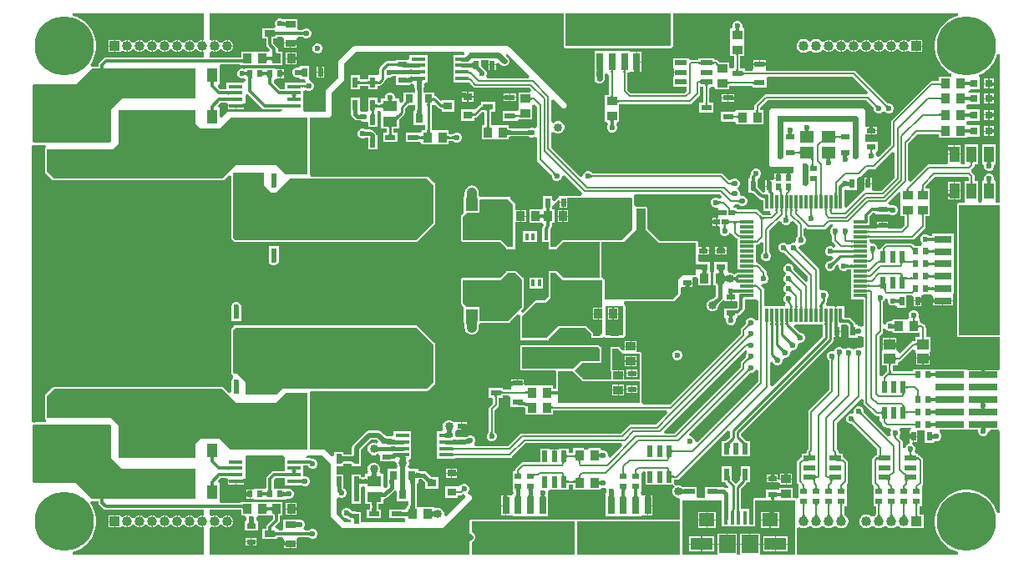
<source format=gtl>
G04*
G04 #@! TF.GenerationSoftware,Altium Limited,Altium Designer,21.6.4 (81)*
G04*
G04 Layer_Physical_Order=1*
G04 Layer_Color=255*
%FSLAX25Y25*%
%MOIN*%
G70*
G04*
G04 #@! TF.SameCoordinates,FA744667-6012-4636-895A-91306D9B36BD*
G04*
G04*
G04 #@! TF.FilePolarity,Positive*
G04*
G01*
G75*
%ADD12C,0.00787*%
%ADD16R,0.03543X0.03150*%
%ADD17R,0.07165X0.04134*%
%ADD18R,0.04134X0.07165*%
%ADD19R,0.10709X0.04961*%
%ADD20R,0.04331X0.05512*%
%ADD21R,0.30709X0.05512*%
%ADD22R,0.11221X0.02559*%
%ADD23R,0.02362X0.04528*%
%ADD24R,0.08661X0.06299*%
%ADD25R,0.07087X0.02756*%
%ADD26R,0.04528X0.02362*%
%ADD27R,0.04528X0.04134*%
%ADD28R,0.02756X0.07087*%
%ADD29R,0.06299X0.08661*%
%ADD30R,0.03150X0.03543*%
%ADD31R,0.05512X0.04528*%
%ADD32R,0.03937X0.03347*%
%ADD33R,0.04134X0.02362*%
%ADD34R,0.04134X0.01968*%
%ADD35R,0.01968X0.04134*%
%ADD36R,0.03701X0.02126*%
%ADD37R,0.06614X0.07402*%
%ADD38R,0.05610X0.01772*%
%ADD39R,0.05787X0.04016*%
%ADD40R,0.03347X0.03937*%
%ADD41R,0.02559X0.02441*%
%ADD42R,0.01173X0.05807*%
%ADD43R,0.02126X0.03701*%
%ADD44R,0.04134X0.05906*%
%ADD45R,0.09843X0.09843*%
%ADD46R,0.01968X0.05512*%
%ADD47R,0.01378X0.02756*%
%ADD48R,0.04961X0.04606*%
%ADD49R,0.03543X0.07480*%
%ADD50R,0.12598X0.07480*%
%ADD51R,0.02756X0.02362*%
%ADD52R,0.03543X0.03937*%
%ADD53R,0.08465X0.16929*%
%ADD54R,0.04961X0.10709*%
%ADD55R,0.05807X0.01772*%
%ADD56R,0.48504X0.15059*%
%ADD57R,0.01004X0.01260*%
%ADD58R,0.15394X0.15000*%
%ADD59R,0.02402X0.02795*%
%ADD60R,0.02402X0.05000*%
%ADD61R,0.04606X0.04961*%
%ADD62R,0.02362X0.02756*%
%ADD63R,0.03150X0.03150*%
%ADD64R,0.09843X0.08661*%
%ADD65R,0.02362X0.04724*%
%ADD66R,0.05807X0.01173*%
%ADD67R,0.02441X0.02559*%
%ADD68R,0.03937X0.06299*%
%ADD69R,0.01575X0.05315*%
%ADD70R,0.06299X0.05512*%
%ADD71R,0.09055X0.05118*%
%ADD72R,0.07087X0.07480*%
%ADD73R,0.04331X0.02559*%
G04:AMPARAMS|DCode=74|XSize=314.96mil|YSize=236.22mil|CornerRadius=11.81mil|HoleSize=0mil|Usage=FLASHONLY|Rotation=0.000|XOffset=0mil|YOffset=0mil|HoleType=Round|Shape=RoundedRectangle|*
%AMROUNDEDRECTD74*
21,1,0.31496,0.21260,0,0,0.0*
21,1,0.29134,0.23622,0,0,0.0*
1,1,0.02362,0.14567,-0.10630*
1,1,0.02362,-0.14567,-0.10630*
1,1,0.02362,-0.14567,0.10630*
1,1,0.02362,0.14567,0.10630*
%
%ADD74ROUNDEDRECTD74*%
%ADD130C,0.02362*%
%ADD135C,0.01575*%
%ADD136C,0.01181*%
%ADD137C,0.01028*%
%ADD138C,0.03937*%
%ADD139C,0.01968*%
%ADD140C,0.03347*%
%ADD141R,0.03976X0.03976*%
%ADD142C,0.03976*%
%ADD143C,0.23622*%
%ADD144C,0.02362*%
G36*
X102992Y212709D02*
X102980Y212821D01*
X102944Y212921D01*
X102884Y213010D01*
X102800Y213087D01*
X102693Y213152D01*
X102561Y213205D01*
X102407Y213246D01*
X102243Y213273D01*
X102200Y213267D01*
X102106Y213249D01*
X102020Y213227D01*
X101943Y213201D01*
X101875Y213171D01*
X101814Y213136D01*
X101763Y213098D01*
X101799Y213491D01*
Y214480D01*
X101892Y214483D01*
X101917Y214744D01*
X101964Y214694D01*
X102020Y214649D01*
X102085Y214610D01*
X102159Y214575D01*
X102242Y214546D01*
X102333Y214523D01*
X102340Y214521D01*
X102402Y214531D01*
X102555Y214571D01*
X102685Y214622D01*
X102792Y214684D01*
X102874Y214758D01*
X102933Y214843D01*
X102969Y214939D01*
X102980Y215047D01*
X102992Y212709D01*
D02*
G37*
G36*
X110656Y209173D02*
X110606Y209218D01*
X110547Y209258D01*
X110479Y209294D01*
X110403Y209324D01*
X110319Y209350D01*
X110226Y209372D01*
X110124Y209388D01*
X110014Y209400D01*
X109768Y209409D01*
Y210591D01*
X109896Y210593D01*
X110124Y210612D01*
X110226Y210628D01*
X110319Y210650D01*
X110403Y210676D01*
X110479Y210706D01*
X110547Y210742D01*
X110606Y210782D01*
X110656Y210827D01*
Y209173D01*
D02*
G37*
G36*
X99019Y211069D02*
X99055Y210968D01*
X99115Y210880D01*
X99198Y210803D01*
X99306Y210738D01*
X99437Y210685D01*
X99592Y210644D01*
X99771Y210614D01*
X99974Y210596D01*
X100201Y210591D01*
Y209409D01*
X99974Y209403D01*
X99771Y209386D01*
X99592Y209356D01*
X99437Y209315D01*
X99306Y209262D01*
X99198Y209197D01*
X99115Y209120D01*
X99055Y209032D01*
X99019Y208931D01*
X99007Y208819D01*
Y211181D01*
X99019Y211069D01*
D02*
G37*
G36*
X97935Y208733D02*
X97835Y208697D01*
X97746Y208637D01*
X97669Y208554D01*
X97604Y208446D01*
X97551Y208315D01*
X97510Y208160D01*
X97480Y207981D01*
X97463Y207778D01*
X97457Y207551D01*
X96276D01*
X96270Y207778D01*
X96252Y207981D01*
X96222Y208160D01*
X96181Y208315D01*
X96128Y208446D01*
X96063Y208554D01*
X95986Y208637D01*
X95898Y208697D01*
X95797Y208733D01*
X95685Y208745D01*
X98047D01*
X97935Y208733D01*
D02*
G37*
G36*
X257000Y205000D02*
X215000D01*
Y218194D01*
X257000D01*
Y205000D01*
D02*
G37*
G36*
X371759Y217194D02*
X370164Y216675D01*
X368397Y215775D01*
X366793Y214610D01*
X365390Y213207D01*
X364225Y211603D01*
X363325Y209836D01*
X362712Y207950D01*
X362402Y205992D01*
Y204009D01*
X362712Y202050D01*
X363325Y200164D01*
X364225Y198397D01*
X365390Y196793D01*
X366793Y195390D01*
X368397Y194225D01*
X369016Y193909D01*
X369006Y192854D01*
X368900Y192756D01*
X364087D01*
Y190909D01*
X361000D01*
X360539Y190817D01*
X360149Y190556D01*
X360149Y190556D01*
X345148Y175556D01*
X344887Y175166D01*
X344796Y174705D01*
X344796Y174705D01*
Y165499D01*
X339968Y160672D01*
X338968Y161086D01*
Y161392D01*
X338717Y162000D01*
X338911Y162520D01*
X339198Y163000D01*
X339638D01*
Y166701D01*
X334704D01*
Y168705D01*
X334750Y169687D01*
X335704Y169687D01*
X336800D01*
Y171150D01*
Y172201D01*
X335819D01*
X335931Y172212D01*
X336032Y172248D01*
X336120Y172307D01*
X336197Y172390D01*
X336262Y172496D01*
X336310Y172613D01*
X334750Y172613D01*
X334704Y173594D01*
Y179000D01*
X334613Y179461D01*
X334351Y179851D01*
X333961Y180113D01*
X333500Y180204D01*
X297500D01*
X297039Y180113D01*
X296649Y179851D01*
X296387Y179461D01*
X296296Y179000D01*
Y158000D01*
X296387Y157539D01*
X296649Y157149D01*
X297039Y156887D01*
X297500Y156796D01*
X305796D01*
Y154839D01*
X305621Y153912D01*
X304687D01*
X304738Y153786D01*
X304803Y153679D01*
X304880Y153595D01*
X304969Y153535D01*
X305069Y153500D01*
X305181Y153488D01*
X304599D01*
X304591Y153269D01*
X304200D01*
Y152232D01*
X303800D01*
Y153269D01*
X303410D01*
X303407Y153395D01*
X303399Y153488D01*
X302819D01*
X302931Y153500D01*
X303031Y153535D01*
X303120Y153595D01*
X303197Y153679D01*
X303262Y153786D01*
X303313Y153912D01*
X302380D01*
Y153912D01*
X301620D01*
Y153912D01*
X300687D01*
X300738Y153786D01*
X300803Y153679D01*
X300880Y153595D01*
X300969Y153535D01*
X301069Y153500D01*
X301181Y153488D01*
X300599D01*
X300590Y153269D01*
X300200D01*
Y152232D01*
X300000D01*
Y152032D01*
X298379D01*
Y151813D01*
X297613Y151250D01*
X297164Y151250D01*
X296756D01*
X296799Y151134D01*
X296858Y151027D01*
X296928Y150945D01*
X297008Y150886D01*
X297099Y150850D01*
X297201Y150838D01*
X296350D01*
Y149000D01*
X296150D01*
Y148800D01*
X294687D01*
Y147309D01*
X294687Y146750D01*
X293869Y146309D01*
X293741D01*
X292102Y147948D01*
X291911Y148154D01*
X291779Y148319D01*
X291701Y148431D01*
Y148815D01*
X291704Y148832D01*
X291701Y148849D01*
Y150821D01*
X291704Y150838D01*
X291701Y151638D01*
X292211Y152427D01*
X292672Y152889D01*
X292972Y153612D01*
Y154395D01*
X292672Y155119D01*
X292119Y155673D01*
X291395Y155972D01*
X290612D01*
X289889Y155673D01*
X289335Y155119D01*
X289035Y154395D01*
Y153814D01*
X288932Y153711D01*
X288627Y153255D01*
X288520Y152718D01*
Y152633D01*
X288000Y151638D01*
X287997Y150838D01*
X288000Y150821D01*
X288000Y150638D01*
Y146362D01*
X289214D01*
X289231Y146359D01*
X289248Y146362D01*
X289632D01*
X289735Y146291D01*
X290063Y146013D01*
X292166Y143910D01*
X292622Y143605D01*
X293159Y143499D01*
X293734D01*
X293804Y143492D01*
X293831Y143488D01*
Y142591D01*
X293862Y142435D01*
Y138900D01*
X296610D01*
X296672Y138827D01*
X296776Y137613D01*
X296674Y137511D01*
X294013D01*
X293957Y137518D01*
X293874Y137533D01*
X293796Y137555D01*
X293721Y137582D01*
X293649Y137616D01*
X293579Y137656D01*
X293508Y137704D01*
X293464Y137739D01*
X291851Y139351D01*
X291461Y139613D01*
X291000Y139704D01*
X291000Y139704D01*
X283299D01*
Y140508D01*
X282296D01*
X282080Y140796D01*
X282579Y141796D01*
X283766D01*
X283802Y141788D01*
X283839Y141777D01*
X283875Y141763D01*
X283912Y141745D01*
X283951Y141721D01*
X283992Y141692D01*
X284036Y141655D01*
X284102Y141593D01*
X284161Y141555D01*
X284385Y141331D01*
X285108Y141032D01*
X285892D01*
X286615Y141331D01*
X287169Y141885D01*
X287469Y142608D01*
Y143392D01*
X287169Y144115D01*
X286615Y144669D01*
X285892Y144968D01*
X285286D01*
X284827Y145327D01*
X284469Y145786D01*
Y146392D01*
X284169Y147115D01*
X283912Y147372D01*
X283718Y148000D01*
X283912Y148628D01*
X284169Y148885D01*
X284469Y149608D01*
Y150392D01*
X284169Y151115D01*
X283615Y151669D01*
X282892Y151969D01*
X282108D01*
X281385Y151669D01*
X281329Y151613D01*
X280189Y151514D01*
X277852Y153851D01*
X277461Y154113D01*
X277000Y154204D01*
X277000Y154204D01*
X225734D01*
X225698Y154212D01*
X225661Y154223D01*
X225625Y154237D01*
X225588Y154255D01*
X225549Y154279D01*
X225508Y154308D01*
X225464Y154345D01*
X225398Y154408D01*
X225339Y154445D01*
X225115Y154669D01*
X224392Y154969D01*
X223608D01*
X222885Y154669D01*
X222331Y154115D01*
X222031Y153392D01*
Y153086D01*
X221031Y152672D01*
X209204Y164499D01*
Y170405D01*
X210204Y170816D01*
X210606Y170414D01*
X211511Y170039D01*
X212489D01*
X213394Y170414D01*
X214086Y171106D01*
X214461Y172011D01*
Y172989D01*
X214086Y173894D01*
X213394Y174586D01*
X212489Y174961D01*
X211511D01*
X210606Y174586D01*
X210204Y174184D01*
X209204Y174595D01*
Y183286D01*
X210128Y183669D01*
X213399Y180398D01*
X213789Y180137D01*
X214250Y180046D01*
X214711Y180137D01*
X215102Y180398D01*
X215363Y180789D01*
X215454Y181250D01*
X215363Y181711D01*
X215102Y182102D01*
X192351Y204852D01*
X191961Y205113D01*
X191500Y205204D01*
X191500Y205204D01*
X131000D01*
X130539Y205113D01*
X130148Y204852D01*
X130148Y204852D01*
X124648Y199352D01*
X124387Y198961D01*
X124296Y198500D01*
X124296Y198500D01*
Y192499D01*
X119649Y187852D01*
X119387Y187461D01*
X119296Y187000D01*
X119296Y187000D01*
Y178704D01*
X110779D01*
X110258Y179488D01*
X110258Y179704D01*
Y182047D01*
Y186968D01*
X110391Y187136D01*
X111385Y187331D01*
X112108Y187031D01*
X112892D01*
X113615Y187331D01*
X114169Y187885D01*
X114469Y188608D01*
Y189392D01*
X114169Y190115D01*
X113615Y190669D01*
X112925Y190955D01*
X112739Y191707D01*
X112701Y191892D01*
X112701Y191969D01*
Y197138D01*
X109000D01*
Y196875D01*
X108392Y196468D01*
X107608D01*
X106885Y196169D01*
X106331Y195615D01*
X106032Y194892D01*
Y194108D01*
X106331Y193385D01*
X106885Y192831D01*
X107608Y192532D01*
X108392D01*
X109000Y192125D01*
Y191862D01*
X110883D01*
X111298Y190862D01*
X110965Y190527D01*
X110258Y190512D01*
X110258Y190512D01*
X102876D01*
Y187691D01*
X102796Y187685D01*
X101302D01*
X98436Y190550D01*
Y190841D01*
X99000Y191835D01*
X99840Y192222D01*
X100768D01*
Y194000D01*
Y195778D01*
X99840D01*
X99000Y196165D01*
X98548Y196165D01*
X95063D01*
Y196165D01*
X94968Y196165D01*
X94968Y196165D01*
X87094D01*
Y196165D01*
X86644Y195864D01*
X86392Y195968D01*
X85608D01*
X84885Y195669D01*
X84331Y195115D01*
X84031Y194392D01*
Y193608D01*
X84331Y192885D01*
X84885Y192331D01*
X85608Y192032D01*
X86392D01*
X86644Y192136D01*
X86949Y191932D01*
X87153Y191500D01*
X86982Y191032D01*
X86435Y190512D01*
X79742D01*
Y187691D01*
X79662Y187685D01*
X77302D01*
X76186Y188801D01*
X76569Y189724D01*
X76784D01*
Y196811D01*
X77305Y197595D01*
X84588D01*
X85587Y197244D01*
X86386Y197241D01*
X86403Y197244D01*
X86587Y197244D01*
X90492D01*
X90508Y197244D01*
X91492D01*
X91508Y197244D01*
X96413D01*
Y197244D01*
X97087D01*
Y197244D01*
X102008D01*
Y202756D01*
X100180D01*
X100171Y202810D01*
X100165Y202882D01*
Y203740D01*
X100058Y204278D01*
X99753Y204734D01*
X98271Y206216D01*
Y207808D01*
X98277Y207880D01*
X98286Y207933D01*
X99819D01*
Y208580D01*
X99871Y208589D01*
X99944Y208595D01*
X101856D01*
X102568Y207900D01*
X102568Y207595D01*
Y206420D01*
X105134D01*
X107192D01*
X107222Y206701D01*
X107278Y206702D01*
X107275Y207291D01*
X107288Y207179D01*
X107324Y207079D01*
X107384Y206990D01*
X107468Y206913D01*
X107575Y206848D01*
X107699Y206798D01*
Y207595D01*
X107699Y207900D01*
X108411Y208595D01*
X109991D01*
X110017Y208592D01*
X110072Y208583D01*
X110111Y208574D01*
X110132Y208568D01*
X110150Y208558D01*
X110154Y208554D01*
X110157Y208553D01*
X110171Y208545D01*
X110385Y208331D01*
X111108Y208032D01*
X111892D01*
X112615Y208331D01*
X113169Y208885D01*
X113469Y209608D01*
Y210392D01*
X113169Y211115D01*
X112615Y211669D01*
X111892Y211968D01*
X111108D01*
X110385Y211669D01*
X110171Y211455D01*
X110157Y211447D01*
X110154Y211446D01*
X110150Y211442D01*
X110132Y211432D01*
X110111Y211426D01*
X110072Y211417D01*
X110026Y211409D01*
X109974Y211405D01*
X108959D01*
X108087Y211713D01*
X108087Y212405D01*
Y215846D01*
X102994D01*
X102976Y215850D01*
X102181Y215846D01*
X101391Y215968D01*
X100608D01*
X99885Y215669D01*
X99331Y215115D01*
X99032Y214392D01*
Y213608D01*
X99256Y213067D01*
X98984Y212408D01*
X98735Y212067D01*
X93913D01*
Y207933D01*
X95446D01*
X95455Y207880D01*
X95461Y207808D01*
Y205634D01*
X95568Y205096D01*
X95873Y204640D01*
X96854Y203659D01*
X96887Y203531D01*
X96257Y202756D01*
X91508D01*
X91492Y202756D01*
X90508D01*
X90492Y202756D01*
X85587D01*
Y200421D01*
X85529Y200411D01*
X85458Y200405D01*
X72870D01*
Y202369D01*
X73172Y202606D01*
X73870Y202905D01*
X74540Y202627D01*
X74815D01*
Y205015D01*
Y207403D01*
X74540D01*
X73870Y207125D01*
X73172Y207424D01*
X72870Y207661D01*
Y218194D01*
X214197D01*
Y205000D01*
X214258Y204693D01*
X214432Y204432D01*
X214693Y204258D01*
X215000Y204197D01*
X257000D01*
X257307Y204258D01*
X257568Y204432D01*
X257742Y204693D01*
X257803Y205000D01*
Y218194D01*
X371600D01*
X371759Y217194D01*
D02*
G37*
G36*
X99356Y202911D02*
X99374Y202709D01*
X99404Y202531D01*
X99445Y202376D01*
X99498Y202244D01*
X99563Y202137D01*
X99640Y202053D01*
X99728Y201993D01*
X99829Y201957D01*
X99941Y201944D01*
X97886Y201957D01*
X97940Y201968D01*
X97988Y202004D01*
X98031Y202063D01*
X98067Y202146D01*
X98098Y202252D01*
X98124Y202382D01*
X98144Y202535D01*
X98167Y202913D01*
X98169Y203138D01*
X99350D01*
X99356Y202911D01*
D02*
G37*
G36*
X177615Y200712D02*
X177362Y200455D01*
X177299Y200382D01*
X177339Y200330D01*
X177317Y200327D01*
X177286Y200315D01*
X177247Y200292D01*
X177200Y200258D01*
X177178Y200242D01*
X176665Y199646D01*
X176569Y199500D01*
X176505Y199376D01*
X176472Y199274D01*
X176471Y199195D01*
X176502Y199137D01*
X174927Y200712D01*
X174984Y200682D01*
X175064Y200683D01*
X175165Y200716D01*
X175289Y200780D01*
X175436Y200875D01*
X175604Y201003D01*
X176009Y201351D01*
X176502Y201826D01*
X177615Y200712D01*
D02*
G37*
G36*
X97886Y198819D02*
X97874Y198931D01*
X97839Y199031D01*
X97780Y199120D01*
X97697Y199197D01*
X97591Y199262D01*
X97461Y199315D01*
X97307Y199356D01*
X97130Y199386D01*
X96929Y199404D01*
X96750Y199408D01*
X96568Y199404D01*
X96366Y199386D01*
X96187Y199356D01*
X96031Y199315D01*
X95900Y199262D01*
X95793Y199197D01*
X95709Y199120D01*
X95650Y199031D01*
X95614Y198931D01*
X95602Y198819D01*
Y201181D01*
X95614Y201069D01*
X95650Y200969D01*
X95709Y200880D01*
X95793Y200803D01*
X95900Y200738D01*
X96031Y200685D01*
X96187Y200644D01*
X96366Y200614D01*
X96568Y200596D01*
X96750Y200592D01*
X96929Y200596D01*
X97130Y200614D01*
X97307Y200644D01*
X97461Y200685D01*
X97591Y200738D01*
X97697Y200803D01*
X97780Y200880D01*
X97839Y200969D01*
X97874Y201069D01*
X97886Y201181D01*
Y198819D01*
D02*
G37*
G36*
X86386Y198044D02*
X86374Y198113D01*
X86339Y198175D01*
X86280Y198230D01*
X86197Y198278D01*
X86091Y198318D01*
X85961Y198351D01*
X85807Y198377D01*
X85630Y198395D01*
X85205Y198409D01*
Y199591D01*
X85429Y199597D01*
X85630Y199614D01*
X85807Y199644D01*
X85961Y199685D01*
X86091Y199738D01*
X86197Y199803D01*
X86280Y199880D01*
X86339Y199969D01*
X86374Y200069D01*
X86386Y200181D01*
Y198044D01*
D02*
G37*
G36*
X200669Y193128D02*
X200286Y192204D01*
X183887D01*
X183714Y192368D01*
X183301Y193204D01*
X183468Y193608D01*
Y194392D01*
X183169Y195115D01*
X182615Y195669D01*
X182601Y195675D01*
X182485Y195849D01*
X182485Y195849D01*
X181724Y196609D01*
X181589Y196753D01*
X181411Y196965D01*
X181272Y197148D01*
X181201Y197258D01*
Y197540D01*
X181204Y197557D01*
X181201Y197575D01*
Y199493D01*
X184187D01*
Y197700D01*
X185650D01*
X187113D01*
Y198135D01*
X188113Y198549D01*
X189081Y197581D01*
X189245Y197471D01*
X189385Y197331D01*
X189568Y197256D01*
X189732Y197146D01*
X189926Y197107D01*
X190108Y197031D01*
X190306D01*
X190500Y196993D01*
X190694Y197031D01*
X190892D01*
X191074Y197107D01*
X191268Y197146D01*
X191432Y197256D01*
X191615Y197331D01*
X191755Y197471D01*
X191919Y197581D01*
X192029Y197745D01*
X192169Y197885D01*
X192245Y198068D01*
X192354Y198232D01*
X192393Y198426D01*
X192469Y198608D01*
Y198806D01*
X192507Y199000D01*
X192469Y199194D01*
Y199392D01*
X192393Y199574D01*
X192354Y199768D01*
X192245Y199932D01*
X192169Y200115D01*
X192029Y200255D01*
X191919Y200419D01*
X191293Y201045D01*
X191622Y202131D01*
X191659Y202138D01*
X200669Y193128D01*
D02*
G37*
G36*
X70461Y207403D02*
X70215D01*
Y205015D01*
Y202627D01*
X70461D01*
Y200405D01*
X31500D01*
X30962Y200298D01*
X30507Y199994D01*
X29006Y198494D01*
X28702Y198038D01*
X28595Y197500D01*
Y196827D01*
X26024D01*
X26024Y196827D01*
X25844Y196791D01*
X25524Y197078D01*
X25199Y197605D01*
X25775Y198397D01*
X26675Y200164D01*
X27288Y202050D01*
X27598Y204009D01*
Y205992D01*
X27288Y207950D01*
X26675Y209836D01*
X25775Y211603D01*
X24610Y213207D01*
X23207Y214610D01*
X21603Y215775D01*
X19836Y216675D01*
X18241Y217194D01*
X18400Y218194D01*
X70461D01*
Y207403D01*
D02*
G37*
G36*
X178311Y195803D02*
X178296Y195953D01*
X178248Y196087D01*
X178169Y196205D01*
X178058Y196307D01*
X177915Y196394D01*
X177740Y196465D01*
X177534Y196520D01*
X177299Y196558D01*
X176754Y196524D01*
X176644Y196500D01*
X176565Y196472D01*
X176517Y196441D01*
X176502Y196406D01*
Y198153D01*
X176725Y198155D01*
Y198165D01*
X177026Y198173D01*
X177296Y198197D01*
X177534Y198236D01*
X177740Y198291D01*
X177915Y198362D01*
X178058Y198449D01*
X178169Y198551D01*
X178248Y198669D01*
X178296Y198803D01*
X178311Y198953D01*
Y195803D01*
D02*
G37*
G36*
X87906Y192819D02*
X87894Y192931D01*
X87858Y193032D01*
X87799Y193120D01*
X87715Y193197D01*
X87608Y193262D01*
X87476Y193315D01*
X87321Y193356D01*
X87255Y193367D01*
X87181Y193350D01*
X87097Y193324D01*
X87021Y193294D01*
X86953Y193258D01*
X86894Y193218D01*
X86844Y193173D01*
Y193406D01*
X86713Y193409D01*
Y194591D01*
X86844Y194594D01*
Y194827D01*
X86894Y194782D01*
X86953Y194742D01*
X87021Y194706D01*
X87097Y194676D01*
X87181Y194650D01*
X87255Y194633D01*
X87321Y194644D01*
X87476Y194685D01*
X87608Y194738D01*
X87715Y194803D01*
X87799Y194880D01*
X87858Y194968D01*
X87894Y195069D01*
X87906Y195181D01*
Y192819D01*
D02*
G37*
G36*
X95874D02*
X95863Y192931D01*
X95827Y193032D01*
X95767Y193120D01*
X95683Y193197D01*
X95576Y193262D01*
X95445Y193315D01*
X95290Y193356D01*
X95111Y193386D01*
X95016Y193394D01*
X94921Y193386D01*
X94742Y193356D01*
X94587Y193315D01*
X94455Y193262D01*
X94348Y193197D01*
X94265Y193120D01*
X94205Y193032D01*
X94169Y192931D01*
X94157Y192819D01*
Y195181D01*
X94169Y195069D01*
X94205Y194968D01*
X94265Y194880D01*
X94348Y194803D01*
X94455Y194738D01*
X94587Y194685D01*
X94742Y194644D01*
X94921Y194614D01*
X95016Y194606D01*
X95111Y194614D01*
X95290Y194644D01*
X95445Y194685D01*
X95576Y194738D01*
X95683Y194803D01*
X95767Y194880D01*
X95827Y194968D01*
X95863Y195069D01*
X95874Y195181D01*
Y192819D01*
D02*
G37*
G36*
X180342Y197468D02*
X180321Y197356D01*
X180337Y197223D01*
X180392Y197066D01*
X180484Y196888D01*
X180614Y196687D01*
X180783Y196464D01*
X180989Y196219D01*
X181515Y195662D01*
X181471Y195618D01*
X181887Y195116D01*
X180392Y194409D01*
X180395Y194435D01*
X180387Y194468D01*
X180368Y194509D01*
X180338Y194558D01*
X180298Y194615D01*
X180185Y194751D01*
X180112Y194829D01*
X180112Y194830D01*
X179376Y195449D01*
X179175Y195579D01*
X178997Y195671D01*
X178840Y195726D01*
X178707Y195742D01*
X178595Y195721D01*
X178505Y195662D01*
X180401Y197557D01*
X180342Y197468D01*
D02*
G37*
G36*
X176495Y194709D02*
X176511Y194691D01*
X176537Y194675D01*
X176573Y194661D01*
X176619Y194649D01*
X176675Y194639D01*
X176742Y194632D01*
X176906Y194623D01*
X177003Y194622D01*
Y193835D01*
X176502Y193847D01*
X176490Y194730D01*
X176495Y194709D01*
D02*
G37*
G36*
X109799Y192925D02*
X109784Y193075D01*
X109736Y193209D01*
X109658Y193327D01*
X109547Y193429D01*
X109406Y193516D01*
X109232Y193587D01*
X109028Y193642D01*
X108791Y193681D01*
X108524Y193705D01*
X108225Y193713D01*
Y195287D01*
X108524Y195295D01*
X108791Y195319D01*
X109028Y195358D01*
X109232Y195413D01*
X109406Y195484D01*
X109547Y195571D01*
X109658Y195673D01*
X109736Y195791D01*
X109784Y195925D01*
X109799Y196075D01*
Y192925D01*
D02*
G37*
G36*
X98091Y192622D02*
X97992Y192587D01*
X97905Y192528D01*
X97830Y192445D01*
X97767Y192339D01*
X97715Y192209D01*
X97674Y192055D01*
X97645Y191878D01*
X97628Y191677D01*
X97622Y191453D01*
X96441D01*
X96435Y191677D01*
X96418Y191878D01*
X96389Y192055D01*
X96348Y192209D01*
X96296Y192339D01*
X96233Y192445D01*
X96157Y192528D01*
X96071Y192587D01*
X95972Y192622D01*
X95862Y192634D01*
X98201D01*
X98091Y192622D01*
D02*
G37*
G36*
X90122D02*
X90024Y192587D01*
X89937Y192528D01*
X89862Y192445D01*
X89798Y192339D01*
X89746Y192209D01*
X89706Y192055D01*
X89677Y191878D01*
X89659Y191677D01*
X89653Y191453D01*
X88472D01*
X88467Y191677D01*
X88449Y191878D01*
X88420Y192055D01*
X88380Y192209D01*
X88328Y192339D01*
X88264Y192445D01*
X88189Y192528D01*
X88102Y192587D01*
X88004Y192622D01*
X87894Y192634D01*
X90232D01*
X90122Y192622D01*
D02*
G37*
G36*
X364898Y188917D02*
X364890Y188992D01*
X364866Y189059D01*
X364826Y189118D01*
X364770Y189169D01*
X364698Y189213D01*
X364610Y189248D01*
X364506Y189276D01*
X364386Y189295D01*
X364250Y189307D01*
X364099Y189311D01*
Y190098D01*
X364250Y190102D01*
X364386Y190114D01*
X364506Y190134D01*
X364610Y190161D01*
X364698Y190197D01*
X364770Y190240D01*
X364826Y190291D01*
X364866Y190350D01*
X364890Y190417D01*
X364898Y190492D01*
Y188917D01*
D02*
G37*
G36*
X376496Y188819D02*
X376484Y188931D01*
X376449Y189032D01*
X376389Y189120D01*
X376306Y189197D01*
X376198Y189262D01*
X376067Y189315D01*
X375912Y189356D01*
X375733Y189386D01*
X375530Y189403D01*
X375303Y189409D01*
Y190591D01*
X375530Y190596D01*
X375733Y190614D01*
X375912Y190644D01*
X376067Y190685D01*
X376198Y190738D01*
X376306Y190803D01*
X376389Y190880D01*
X376449Y190969D01*
X376484Y191069D01*
X376496Y191181D01*
Y188819D01*
D02*
G37*
G36*
X374126Y191069D02*
X374161Y190969D01*
X374220Y190880D01*
X374303Y190803D01*
X374409Y190738D01*
X374539Y190685D01*
X374693Y190644D01*
X374870Y190614D01*
X375071Y190596D01*
X375295Y190591D01*
Y189409D01*
X375071Y189403D01*
X374870Y189386D01*
X374693Y189356D01*
X374539Y189315D01*
X374409Y189262D01*
X374303Y189197D01*
X374220Y189120D01*
X374161Y189032D01*
X374126Y188931D01*
X374114Y188819D01*
Y191181D01*
X374126Y191069D01*
D02*
G37*
G36*
X109455Y189632D02*
X109478Y189565D01*
X109518Y189506D01*
X109574Y189455D01*
X109646Y189411D01*
X109734Y189376D01*
X109838Y189348D01*
X109958Y189329D01*
X110094Y189317D01*
X110246Y189313D01*
Y188526D01*
X110094Y188522D01*
X109958Y188510D01*
X109838Y188490D01*
X109734Y188463D01*
X109646Y188427D01*
X109574Y188384D01*
X109518Y188333D01*
X109478Y188274D01*
X109455Y188207D01*
X109447Y188132D01*
Y189707D01*
X109455Y189632D01*
D02*
G37*
G36*
X111715Y188118D02*
X111622Y188195D01*
X111528Y188264D01*
X111432Y188326D01*
X111334Y188379D01*
X111234Y188424D01*
X111133Y188460D01*
X111030Y188489D01*
X110925Y188509D01*
X110818Y188522D01*
X110710Y188526D01*
X110652Y189313D01*
X110763Y189318D01*
X110870Y189331D01*
X110974Y189354D01*
X111074Y189386D01*
X111171Y189427D01*
X111264Y189477D01*
X111354Y189535D01*
X111440Y189604D01*
X111523Y189681D01*
X111602Y189767D01*
X111715Y188118D01*
D02*
G37*
G36*
X103675Y185406D02*
X103664Y185459D01*
X103628Y185508D01*
X103569Y185550D01*
X103486Y185587D01*
X103380Y185618D01*
X103250Y185644D01*
X103097Y185663D01*
X102719Y185686D01*
X102494Y185689D01*
Y186870D01*
X102719Y186873D01*
X103250Y186915D01*
X103380Y186941D01*
X103486Y186972D01*
X103569Y187009D01*
X103628Y187051D01*
X103664Y187100D01*
X103675Y187153D01*
Y185406D01*
D02*
G37*
G36*
X80541D02*
X80530Y185459D01*
X80494Y185508D01*
X80435Y185550D01*
X80352Y185587D01*
X80246Y185618D01*
X80116Y185644D01*
X79963Y185663D01*
X79585Y185686D01*
X79360Y185689D01*
Y186870D01*
X79585Y186873D01*
X80116Y186915D01*
X80246Y186941D01*
X80352Y186972D01*
X80435Y187009D01*
X80494Y187051D01*
X80530Y187100D01*
X80541Y187153D01*
Y185406D01*
D02*
G37*
G36*
X107163Y185549D02*
X107176Y185406D01*
X107748D01*
X107636Y185394D01*
X107535Y185359D01*
X107447Y185299D01*
X107370Y185217D01*
X107305Y185110D01*
X107258Y184996D01*
X107305Y184881D01*
X107370Y184773D01*
X107447Y184690D01*
X107535Y184630D01*
X107636Y184594D01*
X107748Y184582D01*
X107175D01*
X107163Y184449D01*
X107158Y184225D01*
X105976D01*
X105971Y184449D01*
X105959Y184582D01*
X105386D01*
X105498Y184594D01*
X105598Y184630D01*
X105687Y184690D01*
X105764Y184773D01*
X105829Y184881D01*
X105876Y184996D01*
X105829Y185110D01*
X105764Y185217D01*
X105687Y185299D01*
X105598Y185359D01*
X105498Y185394D01*
X105386Y185406D01*
X105958D01*
X105971Y185549D01*
X105976Y185775D01*
X107158D01*
X107163Y185549D01*
D02*
G37*
G36*
X364898Y183213D02*
X364890Y183287D01*
X364866Y183354D01*
X364826Y183413D01*
X364770Y183465D01*
X364698Y183508D01*
X364610Y183543D01*
X364506Y183571D01*
X364386Y183591D01*
X364250Y183602D01*
X364099Y183606D01*
Y184394D01*
X364250Y184398D01*
X364386Y184409D01*
X364506Y184429D01*
X364610Y184457D01*
X364698Y184492D01*
X364770Y184535D01*
X364826Y184587D01*
X364866Y184646D01*
X364890Y184713D01*
X364898Y184787D01*
Y183213D01*
D02*
G37*
G36*
X200953Y184665D02*
X200976Y184598D01*
X201016Y184539D01*
X201072Y184488D01*
X201144Y184445D01*
X201232Y184409D01*
X201336Y184382D01*
X201456Y184362D01*
X201592Y184350D01*
X201744Y184346D01*
Y183559D01*
X201592Y183555D01*
X201456Y183543D01*
X201336Y183524D01*
X201232Y183496D01*
X201144Y183461D01*
X201072Y183417D01*
X201016Y183366D01*
X200976Y183307D01*
X200953Y183240D01*
X200944Y183165D01*
Y184740D01*
X200953Y184665D01*
D02*
G37*
G36*
X80541Y182847D02*
X80530Y182901D01*
X80494Y182949D01*
X80435Y182991D01*
X80352Y183028D01*
X80246Y183059D01*
X80116Y183085D01*
X79963Y183104D01*
X79585Y183127D01*
X79360Y183130D01*
Y184311D01*
X79585Y184314D01*
X80116Y184356D01*
X80246Y184382D01*
X80352Y184413D01*
X80435Y184450D01*
X80494Y184492D01*
X80530Y184540D01*
X80541Y184594D01*
Y182847D01*
D02*
G37*
G36*
X376496Y182819D02*
X376484Y182931D01*
X376449Y183031D01*
X376389Y183120D01*
X376306Y183197D01*
X376198Y183262D01*
X376067Y183315D01*
X375912Y183356D01*
X375733Y183386D01*
X375530Y183404D01*
X375303Y183409D01*
Y184591D01*
X375530Y184597D01*
X375733Y184614D01*
X375912Y184644D01*
X376067Y184685D01*
X376198Y184738D01*
X376306Y184803D01*
X376389Y184880D01*
X376449Y184968D01*
X376484Y185069D01*
X376496Y185181D01*
Y182819D01*
D02*
G37*
G36*
X374126Y185069D02*
X374161Y184968D01*
X374220Y184880D01*
X374303Y184803D01*
X374409Y184738D01*
X374539Y184685D01*
X374693Y184644D01*
X374870Y184614D01*
X375071Y184597D01*
X375295Y184591D01*
Y183409D01*
X375071Y183404D01*
X374870Y183386D01*
X374693Y183356D01*
X374539Y183315D01*
X374409Y183262D01*
X374303Y183197D01*
X374220Y183120D01*
X374161Y183031D01*
X374126Y182931D01*
X374114Y182819D01*
Y185181D01*
X374126Y185069D01*
D02*
G37*
G36*
X93845Y180168D02*
X94301Y179863D01*
X94839Y179756D01*
X101853D01*
X101881Y179704D01*
X101283Y178704D01*
X80500D01*
X80500Y178704D01*
X80039Y178613D01*
X79649Y178351D01*
X79648Y178351D01*
X77707Y176410D01*
X76784Y176793D01*
Y180276D01*
X76569D01*
X76186Y181200D01*
X77302Y182316D01*
X79707D01*
X79742Y182313D01*
Y182047D01*
X80129D01*
Y181361D01*
X86325D01*
Y182035D01*
X86336Y181966D01*
X86372Y181904D01*
X86431Y181850D01*
X86514Y181802D01*
X86620Y181762D01*
X86737Y181733D01*
Y182047D01*
X87124D01*
Y185559D01*
X87892Y185871D01*
X88124Y185889D01*
X93845Y180168D01*
D02*
G37*
G36*
X103675Y180288D02*
X103664Y180341D01*
X103628Y180390D01*
X103569Y180432D01*
X103486Y180469D01*
X103380Y180500D01*
X103250Y180526D01*
X103097Y180545D01*
X102719Y180568D01*
X102494Y180571D01*
Y181752D01*
X102719Y181755D01*
X103250Y181797D01*
X103380Y181823D01*
X103486Y181854D01*
X103569Y181891D01*
X103628Y181933D01*
X103664Y181981D01*
X103675Y182035D01*
Y180288D01*
D02*
G37*
G36*
X181990Y179568D02*
X181982Y179591D01*
X181959Y179612D01*
X181919Y179630D01*
X181864Y179647D01*
X181794Y179660D01*
X181707Y179671D01*
X181487Y179686D01*
X181205Y179691D01*
Y180719D01*
X181356Y180721D01*
X181610Y180743D01*
X181714Y180762D01*
X181802Y180787D01*
X181873Y180816D01*
X181929Y180852D01*
X181969Y180892D01*
X181994Y180938D01*
X182002Y180990D01*
X181990Y179568D01*
D02*
G37*
G36*
X184975Y179569D02*
X184888Y179538D01*
X184811Y179486D01*
X184744Y179413D01*
X184687Y179320D01*
X184641Y179206D01*
X184605Y179070D01*
X184580Y178914D01*
X184564Y178737D01*
X184559Y178540D01*
X183531D01*
X183526Y178737D01*
X183510Y178914D01*
X183485Y179070D01*
X183449Y179206D01*
X183403Y179320D01*
X183346Y179413D01*
X183279Y179486D01*
X183202Y179538D01*
X183115Y179569D01*
X183017Y179580D01*
X185073D01*
X184975Y179569D01*
D02*
G37*
G36*
X364898Y176713D02*
X364890Y176787D01*
X364866Y176854D01*
X364826Y176913D01*
X364770Y176965D01*
X364698Y177008D01*
X364610Y177043D01*
X364506Y177071D01*
X364386Y177091D01*
X364250Y177102D01*
X364099Y177106D01*
Y177894D01*
X364250Y177898D01*
X364386Y177909D01*
X364506Y177929D01*
X364610Y177957D01*
X364698Y177992D01*
X364770Y178035D01*
X364826Y178087D01*
X364866Y178146D01*
X364890Y178213D01*
X364898Y178287D01*
Y176713D01*
D02*
G37*
G36*
X177694Y178517D02*
X177723Y178443D01*
X177771Y178377D01*
X177839Y178320D01*
X177926Y178272D01*
X178032Y178233D01*
X178157Y178202D01*
X178302Y178180D01*
X178465Y178167D01*
X178648Y178163D01*
Y177135D01*
X178465Y177130D01*
X178302Y177117D01*
X178157Y177095D01*
X178032Y177064D01*
X177926Y177025D01*
X177839Y176977D01*
X177771Y176920D01*
X177723Y176854D01*
X177694Y176780D01*
X177685Y176697D01*
Y178600D01*
X177694Y178517D01*
D02*
G37*
G36*
X197044Y176386D02*
X197036Y176427D01*
X197012Y176464D01*
X196973Y176497D01*
X196917Y176525D01*
X196847Y176549D01*
X196760Y176568D01*
X196658Y176584D01*
X196540Y176594D01*
X196256Y176603D01*
Y177391D01*
X196407Y177394D01*
X196543Y177406D01*
X196662Y177426D01*
X196766Y177453D01*
X196854Y177489D01*
X196926Y177532D01*
X196982Y177583D01*
X197022Y177643D01*
X197047Y177709D01*
X197055Y177784D01*
X197044Y176386D01*
D02*
G37*
G36*
X376496Y176319D02*
X376484Y176431D01*
X376449Y176532D01*
X376389Y176620D01*
X376306Y176697D01*
X376198Y176762D01*
X376067Y176815D01*
X375912Y176856D01*
X375733Y176886D01*
X375530Y176903D01*
X375303Y176909D01*
Y178091D01*
X375530Y178096D01*
X375733Y178114D01*
X375912Y178144D01*
X376067Y178185D01*
X376198Y178238D01*
X376306Y178303D01*
X376389Y178380D01*
X376449Y178469D01*
X376484Y178569D01*
X376496Y178681D01*
Y176319D01*
D02*
G37*
G36*
X374126Y178569D02*
X374161Y178469D01*
X374220Y178380D01*
X374303Y178303D01*
X374409Y178238D01*
X374539Y178185D01*
X374693Y178144D01*
X374870Y178114D01*
X375071Y178096D01*
X375295Y178091D01*
Y176909D01*
X375071Y176903D01*
X374870Y176886D01*
X374693Y176856D01*
X374539Y176815D01*
X374409Y176762D01*
X374303Y176697D01*
X374220Y176620D01*
X374161Y176532D01*
X374126Y176431D01*
X374114Y176319D01*
Y178681D01*
X374126Y178569D01*
D02*
G37*
G36*
X194757Y177709D02*
X194781Y177643D01*
X194821Y177583D01*
X194877Y177532D01*
X194949Y177489D01*
X195037Y177453D01*
X195141Y177426D01*
X195261Y177406D01*
X195397Y177394D01*
X195549Y177391D01*
Y176603D01*
X195397Y176599D01*
X195261Y176587D01*
X195141Y176568D01*
X195037Y176540D01*
X194949Y176505D01*
X194877Y176461D01*
X194821Y176410D01*
X194781Y176351D01*
X194757Y176284D01*
X194749Y176209D01*
Y177784D01*
X194757Y177709D01*
D02*
G37*
G36*
X184564Y173287D02*
X184580Y173110D01*
X184605Y172954D01*
X184641Y172819D01*
X184687Y172705D01*
X184744Y172611D01*
X184811Y172538D01*
X184888Y172486D01*
X184975Y172455D01*
X185073Y172444D01*
X183017D01*
X183115Y172455D01*
X183202Y172486D01*
X183279Y172538D01*
X183346Y172611D01*
X183403Y172705D01*
X183449Y172819D01*
X183485Y172954D01*
X183510Y173110D01*
X183526Y173287D01*
X183531Y173485D01*
X184559D01*
X184564Y173287D01*
D02*
G37*
G36*
X174558Y202432D02*
X174720Y201796D01*
X174413Y201512D01*
X170116D01*
Y198165D01*
Y195606D01*
Y193047D01*
Y190488D01*
X174084D01*
X174201Y190465D01*
X174201Y190465D01*
X176332D01*
X178148Y188648D01*
X178539Y188387D01*
X179000Y188296D01*
X179000Y188296D01*
X200501D01*
X201383Y187413D01*
X200969Y186413D01*
X196244D01*
Y181508D01*
X196244Y181492D01*
Y180508D01*
X196244Y180492D01*
Y179682D01*
X195561Y178965D01*
X189852D01*
Y175028D01*
X195561D01*
Y175028D01*
X196244Y175587D01*
X197037Y175583D01*
X197055Y175587D01*
X201756D01*
Y180492D01*
X201756Y180508D01*
Y181449D01*
X202625Y181809D01*
X203616Y180818D01*
Y172582D01*
X202616Y172168D01*
X202615Y172169D01*
X201892Y172468D01*
X201108D01*
X200385Y172169D01*
X200330Y172113D01*
X200182Y172106D01*
X192839D01*
X192723Y172116D01*
X192556Y172144D01*
X192438Y172176D01*
X192413Y172186D01*
Y173256D01*
X187508D01*
X187492Y173256D01*
X186508D01*
X186492Y173256D01*
X185373D01*
X185372Y173265D01*
Y178759D01*
X185373Y178769D01*
X186899D01*
Y182705D01*
X181191D01*
Y181529D01*
X180697Y181430D01*
X180266Y181143D01*
X179262Y180139D01*
X178496Y179622D01*
Y179622D01*
X178496Y179622D01*
X173378D01*
Y174898D01*
X178496D01*
Y176322D01*
X178648D01*
X179156Y176423D01*
X179587Y176710D01*
X181645Y178769D01*
X181930D01*
X181936Y178767D01*
X182540Y178287D01*
X182718Y178134D01*
Y173265D01*
X182717Y173256D01*
X181587D01*
Y167744D01*
X186492D01*
X186508Y167744D01*
X187492D01*
X187508Y167744D01*
X192413D01*
Y168814D01*
X192438Y168825D01*
X192556Y168856D01*
X192723Y168884D01*
X192839Y168894D01*
X200322D01*
X200385Y168831D01*
X201108Y168532D01*
X201892D01*
X202615Y168831D01*
X202616Y168832D01*
X203616Y168418D01*
Y159680D01*
X203616Y159680D01*
X203707Y159219D01*
X203968Y158829D01*
X209422Y153375D01*
X209442Y153344D01*
X209461Y153310D01*
X209476Y153275D01*
X209489Y153236D01*
X209500Y153192D01*
X209509Y153141D01*
X209514Y153084D01*
X209516Y152993D01*
X209531Y152925D01*
Y152608D01*
X209831Y151885D01*
X210385Y151331D01*
X211108Y151031D01*
X211892D01*
X212615Y151331D01*
X213169Y151885D01*
X213469Y152608D01*
Y152914D01*
X214469Y153328D01*
X221644Y146153D01*
X221644Y146133D01*
X221338Y145153D01*
X215613D01*
X215535Y145138D01*
X212299D01*
X212225Y144291D01*
X211917Y144230D01*
X211657Y144056D01*
X211657Y144056D01*
X210625Y143024D01*
X209701Y143406D01*
Y145138D01*
X206000D01*
Y144350D01*
D01*
Y140513D01*
X205448Y139801D01*
X205044Y139756D01*
X200492D01*
Y134244D01*
X204587D01*
X205413Y134244D01*
Y134244D01*
X205587D01*
X206195Y133496D01*
X206299Y133244D01*
X206153Y133098D01*
X206034Y132963D01*
X205934Y132812D01*
X205854Y132650D01*
X205796Y132480D01*
X205761Y132302D01*
X205749Y132122D01*
Y131320D01*
X205748Y131314D01*
X205741Y130917D01*
X205654D01*
Y126587D01*
X208209D01*
Y124618D01*
X208213Y124579D01*
Y123831D01*
X208961D01*
X209000Y123827D01*
X210968D01*
X211007Y123831D01*
X211756D01*
Y124287D01*
X214178Y126709D01*
X228500D01*
Y126697D01*
Y112303D01*
Y112291D01*
X214178D01*
X211756Y114713D01*
Y114730D01*
Y115169D01*
X211007D01*
X210968Y115173D01*
X209000D01*
X208961Y115169D01*
X208213D01*
Y114421D01*
X208209Y114382D01*
Y104828D01*
X206672Y103291D01*
X203146D01*
X203030Y103280D01*
X202954Y103265D01*
X202843Y103231D01*
X202740Y103176D01*
X202676Y103133D01*
X202586Y103059D01*
X197847Y98321D01*
X197664Y98343D01*
X197301Y99395D01*
X198142Y100236D01*
X198216Y100326D01*
X198259Y100390D01*
X198314Y100493D01*
X198347Y100604D01*
X198363Y100680D01*
X198374Y100795D01*
Y111626D01*
X198370Y111665D01*
Y111704D01*
Y112413D01*
X197914D01*
X195386Y114941D01*
X195296Y115015D01*
X195232Y115058D01*
X195130Y115113D01*
X195018Y115147D01*
X194942Y115162D01*
X194827Y115173D01*
X192071D01*
X192032Y115169D01*
X191284D01*
Y114713D01*
X188861Y112291D01*
X174043D01*
X173928Y112280D01*
X173852Y112265D01*
X173740Y112231D01*
X173638Y112176D01*
X173574Y112133D01*
X173484Y112059D01*
X173410Y111970D01*
X173367Y111905D01*
X173312Y111803D01*
X173279Y111691D01*
X173264Y111616D01*
X173252Y111500D01*
Y102177D01*
X173264Y102061D01*
X173279Y101986D01*
X173312Y101874D01*
X173367Y101772D01*
X173410Y101708D01*
X173484Y101618D01*
X173732Y101370D01*
X174228Y100591D01*
D01*
X174228D01*
D01*
D01*
X174228Y100591D01*
D01*
D01*
Y95197D01*
X174225D01*
X174228Y94409D01*
X174610D01*
X174720Y93024D01*
Y92500D01*
X174815Y91781D01*
X175093Y91110D01*
X175534Y90535D01*
X176110Y90093D01*
X176781Y89815D01*
X177500Y89720D01*
X178219Y89815D01*
X178890Y90093D01*
X179465Y90535D01*
X179907Y91110D01*
X180185Y91781D01*
X180280Y92500D01*
Y92902D01*
X180290Y93436D01*
X180307Y93640D01*
X181024Y94394D01*
X191984D01*
X192062Y94410D01*
X192772D01*
Y94849D01*
X195896Y97973D01*
X195896D01*
X195816Y97893D01*
X195909Y97966D01*
X196750Y97478D01*
Y97478D01*
X196791Y97454D01*
X196791Y97011D01*
X196776Y96933D01*
X196776Y96933D01*
X196776Y96773D01*
Y88272D01*
X196791Y88194D01*
Y87484D01*
X197501D01*
X197579Y87469D01*
X207215Y87469D01*
X207421Y87469D01*
X207421Y87469D01*
X208209Y87484D01*
Y87924D01*
X212628Y92343D01*
X223022D01*
X225276Y90089D01*
Y89059D01*
X225291Y88981D01*
Y88807D01*
Y88272D01*
X226001D01*
X226079Y88256D01*
X228441D01*
X228441Y88256D01*
X228519Y88272D01*
X229228D01*
Y88500D01*
X229692D01*
X230210Y88755D01*
X230432Y88735D01*
X230693Y88561D01*
X231000Y88500D01*
X232772D01*
Y88272D01*
X236709D01*
Y88481D01*
Y88500D01*
X238000D01*
X238307Y88561D01*
X238568Y88735D01*
X238742Y88996D01*
X238803Y89303D01*
Y101216D01*
X238742Y101524D01*
X238568Y101784D01*
X238307Y101958D01*
X238452Y102949D01*
X247791D01*
X253252Y102949D01*
X257752D01*
X258059Y103010D01*
X258320Y103184D01*
X258320Y103184D01*
X260568Y105432D01*
X260742Y105693D01*
X260803Y106000D01*
Y108072D01*
X261250Y108887D01*
X261803Y108887D01*
X262711D01*
X262712Y108954D01*
X262713Y109089D01*
X263300D01*
Y110350D01*
X263500D01*
Y110550D01*
X265750D01*
Y111697D01*
X265750Y111813D01*
X266031Y112697D01*
X267083D01*
X267773Y111936D01*
X267791Y111896D01*
Y109244D01*
X272909D01*
Y114756D01*
X272909D01*
X272638Y115000D01*
X272641Y115796D01*
X272638Y115814D01*
Y118701D01*
X268179D01*
X268162Y118704D01*
X267885Y119639D01*
Y121687D01*
X269800D01*
Y123150D01*
Y124613D01*
X267885D01*
Y126390D01*
X267824Y126697D01*
X267650Y126957D01*
X267390Y127131D01*
X267083Y127193D01*
X252439D01*
X252083Y127548D01*
X252072Y127556D01*
X252064Y127568D01*
X252064Y127568D01*
X247574Y132057D01*
Y140000D01*
X247513Y140307D01*
X247339Y140568D01*
X247079Y140742D01*
X246772Y140803D01*
X243228D01*
X242499Y141418D01*
X242397Y141579D01*
Y144083D01*
X242382Y144160D01*
Y144796D01*
X242382Y144870D01*
X242561Y145796D01*
X276501D01*
X277151Y145146D01*
X277157Y144774D01*
X276840Y144043D01*
X276746Y144024D01*
X276255Y144029D01*
X276115Y144169D01*
X275392Y144468D01*
X274608D01*
X273885Y144169D01*
X273331Y143615D01*
X273031Y142892D01*
Y142108D01*
X273331Y141385D01*
X273885Y140831D01*
X274608Y140532D01*
X275258D01*
X275494Y140415D01*
X276088Y139738D01*
Y139187D01*
X276214Y139238D01*
X276321Y139303D01*
X276405Y139380D01*
X276465Y139469D01*
X276500Y139569D01*
X276512Y139681D01*
Y139099D01*
X276731Y139091D01*
Y138700D01*
X277768D01*
Y138300D01*
X276731D01*
Y137909D01*
X276605Y137907D01*
X276512Y137899D01*
Y137319D01*
X276500Y137431D01*
X276465Y137531D01*
X276405Y137620D01*
X276321Y137697D01*
X276214Y137762D01*
X276088Y137813D01*
Y136880D01*
X275468Y136493D01*
Y134764D01*
Y133143D01*
X275826D01*
X276665Y132756D01*
X276682Y131756D01*
X276532Y131392D01*
Y130608D01*
X276831Y129885D01*
X277385Y129331D01*
X278108Y129032D01*
X278892D01*
X279615Y129331D01*
X280169Y129885D01*
X280324Y130260D01*
X281364Y130157D01*
X281387Y130039D01*
X281648Y129648D01*
X283097Y128200D01*
X283097Y128200D01*
X283488Y127939D01*
X283718Y127893D01*
Y123547D01*
Y119610D01*
Y115673D01*
X284106D01*
Y115279D01*
X287409D01*
Y114879D01*
X284106D01*
Y114515D01*
X283831D01*
X283293Y114408D01*
X282837Y114104D01*
X282390Y113657D01*
X281961Y114086D01*
X281056Y114461D01*
X280414D01*
X279905Y114815D01*
X279638Y115361D01*
Y118701D01*
X274362D01*
Y115000D01*
X274091Y114756D01*
X274091D01*
Y109244D01*
X274967D01*
X274974Y109229D01*
X275006Y109108D01*
X275034Y108939D01*
X275044Y108821D01*
Y105140D01*
X273998Y104094D01*
X273934Y104044D01*
X273855Y103990D01*
X273787Y103950D01*
X273729Y103922D01*
X273684Y103904D01*
X273650Y103895D01*
X273627Y103891D01*
X273564Y103888D01*
X273507Y103873D01*
X273098D01*
X272193Y103499D01*
X271501Y102806D01*
X271127Y101902D01*
Y100923D01*
X271501Y100019D01*
X272193Y99327D01*
X273098Y98952D01*
X274077D01*
X274981Y99327D01*
X275673Y100019D01*
X276048Y100923D01*
Y101332D01*
X276062Y101390D01*
X276065Y101452D01*
X276069Y101475D01*
X276079Y101509D01*
X276096Y101555D01*
X276125Y101612D01*
X276165Y101681D01*
X276212Y101750D01*
X276293Y101848D01*
X277750Y103304D01*
X278127Y103286D01*
X278750Y103187D01*
X278885Y103187D01*
X280800D01*
Y104650D01*
X281200D01*
Y103187D01*
X282692D01*
X283250Y103187D01*
X283692Y102369D01*
Y100758D01*
X283611Y100701D01*
X282850Y100203D01*
X282844Y100204D01*
X282826Y100201D01*
X278362D01*
Y96500D01*
X278625D01*
X279031Y95891D01*
Y95108D01*
X279331Y94385D01*
X279885Y93831D01*
X280608Y93532D01*
X281392D01*
X282115Y93831D01*
X282669Y94385D01*
X282968Y95108D01*
Y95891D01*
X283375Y96500D01*
X283638D01*
Y97252D01*
X283750D01*
X284287Y97359D01*
X284743Y97664D01*
X286090Y99010D01*
X286395Y99466D01*
X286501Y100004D01*
Y103734D01*
X286508Y103804D01*
X286512Y103831D01*
X287409D01*
X287565Y103862D01*
X291100D01*
X291796Y103150D01*
Y95508D01*
X290796Y95309D01*
X290669Y95615D01*
X290115Y96169D01*
X289392Y96469D01*
X288608D01*
X287885Y96169D01*
X287331Y95615D01*
X287032Y94892D01*
Y94575D01*
X287016Y94507D01*
X287014Y94416D01*
X287009Y94359D01*
X287000Y94309D01*
X286989Y94264D01*
X286976Y94225D01*
X286961Y94190D01*
X286943Y94156D01*
X286922Y94125D01*
X285149Y92352D01*
X284887Y91961D01*
X284796Y91500D01*
X284796Y91500D01*
Y89999D01*
X256501Y61704D01*
X246171D01*
X245303Y62283D01*
Y70976D01*
X245242Y71284D01*
X245179Y71378D01*
X245242Y71472D01*
X245303Y71780D01*
Y82000D01*
X245242Y82307D01*
X245068Y82568D01*
X244807Y82742D01*
X244500Y82803D01*
X244337D01*
X243369Y82880D01*
X243369Y83280D01*
D01*
Y83803D01*
Y84753D01*
X241000D01*
X238632D01*
Y83280D01*
X237720D01*
X237633Y83367D01*
X237632Y83366D01*
X236709Y84289D01*
Y84291D01*
Y84728D01*
X232772D01*
Y78429D01*
X232945D01*
Y78350D01*
Y78350D01*
Y75526D01*
X233006Y75219D01*
X233180Y74958D01*
X233244Y74915D01*
Y71779D01*
X222334D01*
X221583Y72535D01*
X221582Y72535D01*
X221581Y72536D01*
X221490Y72597D01*
X221428Y72691D01*
X218635Y75500D01*
X221549Y78414D01*
X228441D01*
X228519Y78429D01*
X229228D01*
Y79139D01*
X229244Y79216D01*
Y83941D01*
X229228Y84018D01*
Y84728D01*
X228789D01*
X228221Y85296D01*
X227961Y85470D01*
X227810Y85500D01*
X227654Y85531D01*
X197579D01*
X197501Y85516D01*
X196791D01*
Y84806D01*
X196776Y84728D01*
Y76067D01*
X196791Y75989D01*
Y75279D01*
X197501D01*
X197579Y75264D01*
X210980D01*
X211197Y75000D01*
Y67905D01*
X210042D01*
X209971Y67911D01*
X209913Y67921D01*
Y69256D01*
X205008D01*
X204992Y69256D01*
X204008D01*
X203992Y69256D01*
X199298D01*
X199087Y69256D01*
X198298Y69765D01*
Y70040D01*
X195831D01*
X193776D01*
Y69071D01*
X193760Y69168D01*
X193713Y69255D01*
X193634Y69332D01*
X193524Y69398D01*
X193382Y69455D01*
X193364Y69460D01*
Y68704D01*
X193364Y68659D01*
X193255Y67704D01*
X190024D01*
Y68468D01*
X184315D01*
Y65809D01*
X184296Y65713D01*
X184315Y65616D01*
Y64531D01*
X185384D01*
X185500Y64508D01*
X185965Y63653D01*
Y62168D01*
X184649Y60852D01*
X184387Y60461D01*
X184296Y60000D01*
X184296Y60000D01*
Y50734D01*
X184288Y50698D01*
X184277Y50661D01*
X184263Y50625D01*
X184245Y50588D01*
X184221Y50549D01*
X184192Y50508D01*
X184155Y50464D01*
X184092Y50398D01*
X184055Y50339D01*
X183831Y50115D01*
X183531Y49392D01*
Y48608D01*
X183831Y47885D01*
X184385Y47331D01*
X185108Y47032D01*
X185892D01*
X186615Y47331D01*
X187169Y47885D01*
X187469Y48608D01*
Y49392D01*
X187169Y50115D01*
X186945Y50339D01*
X186907Y50398D01*
X186845Y50464D01*
X186808Y50508D01*
X186778Y50549D01*
X186755Y50588D01*
X186737Y50625D01*
X186723Y50661D01*
X186712Y50698D01*
X186704Y50734D01*
Y59501D01*
X188021Y60818D01*
X188021Y60818D01*
X188282Y61208D01*
X188373Y61669D01*
Y64531D01*
X190024D01*
Y65296D01*
X192211D01*
X192976Y64728D01*
X192976Y64296D01*
Y60791D01*
X196285D01*
X196421Y60764D01*
X198057D01*
X198352Y60567D01*
X198890Y60460D01*
X199087D01*
Y57744D01*
X203992D01*
X204008Y57744D01*
X204992D01*
X205008Y57744D01*
X209913D01*
Y59296D01*
X255178D01*
X255593Y58296D01*
X251001Y53704D01*
X241000D01*
X241000Y53704D01*
X240539Y53613D01*
X240148Y53351D01*
X240148Y53351D01*
X237001Y50204D01*
X197500D01*
X197039Y50113D01*
X196649Y49852D01*
X196649Y49852D01*
X192013Y45216D01*
X178914D01*
X178500Y46216D01*
X178669Y46385D01*
X178969Y47108D01*
Y47892D01*
X178669Y48615D01*
X178115Y49169D01*
X177392Y49468D01*
X176608D01*
X175885Y49169D01*
X175448Y48732D01*
X173776D01*
X173620Y48701D01*
X171679D01*
X171662Y48704D01*
X170832Y49180D01*
X170801Y49676D01*
Y50195D01*
X170805Y50212D01*
X170802Y50874D01*
X170960Y51160D01*
X171519Y51684D01*
X171553Y51687D01*
X171702Y51687D01*
X173300D01*
Y53150D01*
Y54613D01*
X171578D01*
X171250Y54613D01*
X170284Y54696D01*
X169894Y55086D01*
X168990Y55461D01*
X168010D01*
X167106Y55086D01*
X166414Y54394D01*
X166039Y53489D01*
Y52511D01*
X166246Y52012D01*
X165733Y51069D01*
X165660Y51012D01*
X163616D01*
Y47665D01*
Y45106D01*
Y42547D01*
Y39988D01*
X170801D01*
Y40457D01*
X192661D01*
X192661Y40457D01*
X193122Y40549D01*
X193513Y40810D01*
X198999Y46296D01*
X237178D01*
X237593Y45296D01*
X232800Y40503D01*
X231953Y41070D01*
X231968Y41108D01*
Y41892D01*
X231669Y42615D01*
X231115Y43169D01*
X230392Y43468D01*
X229608D01*
X228913Y43933D01*
Y44256D01*
X224008D01*
X223992Y44256D01*
X223008D01*
X222992Y44256D01*
X218087D01*
Y42322D01*
X216209D01*
Y44169D01*
X212272D01*
X212081Y43782D01*
X210700D01*
Y41118D01*
X210300D01*
Y43782D01*
X208919D01*
X208728Y44169D01*
X204791D01*
Y38704D01*
X198000D01*
X198000Y38704D01*
X197539Y38613D01*
X197149Y38352D01*
X197149Y38352D01*
X195149Y36351D01*
X194887Y35961D01*
X194796Y35500D01*
X194061Y34937D01*
X193835D01*
Y31000D01*
Y28063D01*
X193835Y27880D01*
X193831Y27862D01*
X193835Y27063D01*
X194253Y26357D01*
X193874Y25673D01*
X193031Y25293D01*
X192896Y25286D01*
X192874Y25286D01*
X191746D01*
X191797Y25160D01*
X191862Y25053D01*
X191939Y24969D01*
X192028Y24909D01*
X192128Y24874D01*
X192240Y24862D01*
X191651D01*
X191650Y24805D01*
X191318Y24786D01*
Y21342D01*
Y17399D01*
X192874D01*
X192896Y17399D01*
X193874Y17346D01*
Y17012D01*
X198205D01*
Y17012D01*
X198795D01*
Y17012D01*
X202716D01*
X203126Y17012D01*
Y17012D01*
X203717D01*
Y17012D01*
X208047D01*
Y25673D01*
X208047D01*
X207887Y25912D01*
X207968Y26108D01*
Y26892D01*
X208662Y27831D01*
X216209D01*
Y29678D01*
X218087D01*
Y27744D01*
X222992D01*
X223008Y27744D01*
X223992D01*
X224008Y27744D01*
X228913D01*
Y28067D01*
X229608Y28532D01*
X230392D01*
X230669Y28647D01*
X230694Y28630D01*
X231335Y27840D01*
X231150Y27392D01*
Y26608D01*
X230953Y25673D01*
X230949Y24874D01*
X230953Y24857D01*
Y17012D01*
X234874D01*
X235874Y17012D01*
X236283Y17012D01*
X240205D01*
Y17012D01*
X240795D01*
Y17012D01*
X245126D01*
Y17346D01*
X246104Y17399D01*
X246126Y17399D01*
X247682D01*
Y21342D01*
Y24874D01*
X246516D01*
X246626Y24890D01*
X246724Y24937D01*
X246811Y25016D01*
X246886Y25126D01*
X246950Y25267D01*
X246955Y25286D01*
X246126D01*
X246104Y25286D01*
X245381Y25325D01*
X245112Y25792D01*
X245015Y26647D01*
X245165Y27063D01*
X245165D01*
Y31000D01*
Y34519D01*
X246114Y35060D01*
X246791Y34765D01*
Y29831D01*
X257990D01*
X258451Y28931D01*
X257914Y28394D01*
X257539Y27489D01*
Y26511D01*
X257914Y25606D01*
X258606Y24914D01*
X259511Y24539D01*
X260045D01*
X260321Y24256D01*
X260709Y23660D01*
X260720Y23616D01*
X260697Y23500D01*
Y15803D01*
X219500D01*
X219193Y15742D01*
X219099Y15679D01*
X219004Y15742D01*
X218697Y15803D01*
X177500D01*
X177193Y15742D01*
X176932Y15568D01*
X176758Y15307D01*
X176697Y15000D01*
Y10636D01*
X176758Y10329D01*
X176932Y10069D01*
X177193Y9895D01*
X177743Y9667D01*
X178071Y9339D01*
X178249Y8910D01*
Y8447D01*
X178071Y8018D01*
X177743Y7690D01*
X177193Y7462D01*
X176932Y7288D01*
X176758Y7028D01*
X176697Y6720D01*
Y1806D01*
X72870D01*
Y12369D01*
X73172Y12606D01*
X73870Y12904D01*
X74540Y12627D01*
X74815D01*
Y15015D01*
Y17403D01*
X74540D01*
X73870Y17126D01*
X73172Y17424D01*
X72870Y17661D01*
Y19595D01*
X85458D01*
X85529Y19589D01*
X85587Y19579D01*
Y17244D01*
X86802D01*
X87532Y16392D01*
Y15608D01*
X87125Y15000D01*
X86862D01*
Y11299D01*
X92138D01*
Y15000D01*
X91875D01*
X91469Y15608D01*
Y16254D01*
X91472Y16396D01*
X92198Y17244D01*
X96413D01*
Y17244D01*
X97087D01*
Y17244D01*
X98127D01*
X98136Y17191D01*
X98142Y17119D01*
Y16129D01*
X95873Y13860D01*
X95568Y13404D01*
X95461Y12866D01*
Y12195D01*
X95455Y12125D01*
X95445Y12067D01*
X93913D01*
Y7933D01*
X99819D01*
Y8580D01*
X99871Y8589D01*
X99944Y8595D01*
X101856D01*
X102568Y7900D01*
X102568Y7595D01*
Y6798D01*
X102693Y6848D01*
X102800Y6913D01*
X102884Y6990D01*
X102944Y7079D01*
X102980Y7179D01*
X102992Y7291D01*
X102988Y6420D01*
X105134D01*
X107699D01*
Y7595D01*
X107699Y7900D01*
X108411Y8595D01*
X112491D01*
X112517Y8592D01*
X112572Y8583D01*
X112611Y8574D01*
X112632Y8568D01*
X112650Y8558D01*
X112654Y8554D01*
X112657Y8553D01*
X112671Y8545D01*
X112885Y8331D01*
X113608Y8032D01*
X114392D01*
X115115Y8331D01*
X115669Y8885D01*
X115969Y9608D01*
Y10392D01*
X115669Y11115D01*
X115115Y11669D01*
X114392Y11969D01*
X113608D01*
X112885Y11669D01*
X112671Y11455D01*
X112657Y11447D01*
X112654Y11446D01*
X112650Y11442D01*
X112632Y11432D01*
X112611Y11426D01*
X112572Y11417D01*
X112526Y11409D01*
X112474Y11405D01*
X110824D01*
X110409Y12405D01*
X110669Y12664D01*
X110968Y13388D01*
Y14171D01*
X110669Y14895D01*
X110115Y15448D01*
X109392Y15748D01*
X109046D01*
X108087Y15846D01*
X107287Y15850D01*
X107270Y15846D01*
X107087Y15846D01*
X102181D01*
X102181Y11713D01*
X101309Y11405D01*
X100813D01*
X99819Y12067D01*
Y12067D01*
X99166Y12797D01*
X99054Y13067D01*
X100541Y14554D01*
X100845Y15010D01*
X100952Y15547D01*
Y17119D01*
X100959Y17191D01*
X100967Y17244D01*
X102008D01*
Y22756D01*
X97087D01*
Y22756D01*
X96413D01*
Y22756D01*
X91508D01*
X91492Y22756D01*
X90508D01*
X90492Y22756D01*
X86587D01*
X86403Y22756D01*
X86386Y22759D01*
X85587Y22756D01*
X84589Y22405D01*
X77305D01*
X76784Y23189D01*
Y30276D01*
X76569D01*
X76186Y31199D01*
X77302Y32315D01*
X79707D01*
X79742Y32313D01*
Y32047D01*
X80129D01*
Y31361D01*
X86325D01*
Y32035D01*
X86336Y31966D01*
X86372Y31904D01*
X86431Y31850D01*
X86514Y31802D01*
X86620Y31762D01*
X86737Y31733D01*
Y32047D01*
X87124D01*
Y34606D01*
Y37165D01*
Y40512D01*
X87646Y41296D01*
X102354D01*
X102876Y40512D01*
X102876Y40296D01*
Y37165D01*
Y35132D01*
X102796Y35125D01*
X98721D01*
X98183Y35019D01*
X97727Y34714D01*
X96038Y33025D01*
X95733Y32569D01*
X95626Y32032D01*
Y28880D01*
X94937Y28165D01*
X91000Y28165D01*
X90161Y27778D01*
X89231D01*
Y26000D01*
Y24222D01*
X90161D01*
X91000Y23835D01*
X91452Y23835D01*
X94937D01*
Y23835D01*
X95063Y23835D01*
X95063Y23835D01*
X102120D01*
X102138Y23831D01*
X102937Y23835D01*
X103937Y24103D01*
X104108Y24032D01*
X104892D01*
X105615Y24331D01*
X106169Y24885D01*
X106468Y25608D01*
Y26392D01*
X106169Y27115D01*
X105615Y27669D01*
X104892Y27968D01*
X104108D01*
X103937Y27898D01*
X102937Y28165D01*
X102138Y28169D01*
X102120Y28165D01*
X98452D01*
X98442Y28221D01*
X98436Y28290D01*
Y31449D01*
X99302Y32315D01*
X102840D01*
X102876Y32313D01*
Y29488D01*
X109441D01*
X109458Y29485D01*
X109476Y29488D01*
X109896D01*
X110608Y29193D01*
X111392D01*
X112115Y29493D01*
X112669Y30046D01*
X112969Y30770D01*
Y31553D01*
X112669Y32276D01*
X112115Y32830D01*
X111392Y33130D01*
X110608D01*
X110258Y33364D01*
Y37427D01*
X110338Y37434D01*
X112104D01*
X112331Y36885D01*
X112885Y36331D01*
X113608Y36031D01*
X114392D01*
X115115Y36331D01*
X115669Y36885D01*
X115969Y37608D01*
Y38392D01*
X115669Y39115D01*
X115115Y39669D01*
X114392Y39968D01*
X113951D01*
X113699Y40137D01*
X113161Y40244D01*
X111281D01*
X111252Y40296D01*
X111851Y41296D01*
X118001D01*
X121296Y38001D01*
Y17500D01*
X121296Y17500D01*
X121387Y17039D01*
X121649Y16648D01*
X125648Y12649D01*
X125648Y12649D01*
X126039Y12387D01*
X126500Y12296D01*
X165500D01*
X165500Y12296D01*
X165961Y12387D01*
X166351Y12649D01*
X177351Y23649D01*
X177613Y24039D01*
X177704Y24500D01*
X177613Y24961D01*
X177351Y25352D01*
X176961Y25613D01*
X176500Y25704D01*
X176378Y25680D01*
X175885Y26602D01*
X176169Y26885D01*
X176469Y27608D01*
Y28392D01*
X176169Y29115D01*
X175615Y29669D01*
X174892Y29969D01*
X174108D01*
X173385Y29669D01*
X172950Y29234D01*
X171996Y29122D01*
X171996Y29122D01*
X166878D01*
Y24398D01*
X171996D01*
Y25556D01*
X173260D01*
X173260Y25556D01*
X173721Y25647D01*
X174111Y25908D01*
X174710Y25827D01*
X175012Y25289D01*
X175098Y24801D01*
X167356Y17059D01*
X166643Y17419D01*
X166461Y17578D01*
Y18489D01*
X166086Y19394D01*
X165394Y20086D01*
X164489Y20461D01*
X163511D01*
X163413Y20420D01*
X162413Y20756D01*
Y20756D01*
X157508D01*
X157492Y20756D01*
X156508D01*
X156492Y20756D01*
X155577D01*
X155570Y20773D01*
X155538Y20893D01*
X155510Y21062D01*
X155499Y21180D01*
Y29900D01*
X156102Y30878D01*
X156102D01*
X156421Y31746D01*
X157076Y31894D01*
X157701D01*
X158395Y31200D01*
X158660Y30915D01*
X158848Y30680D01*
X158990Y30476D01*
X159004Y30452D01*
Y29853D01*
X159001Y29836D01*
X159004Y29818D01*
Y28138D01*
X164122D01*
Y32862D01*
X162048D01*
X162030Y32866D01*
X162013Y32862D01*
X161415D01*
X161391Y32876D01*
X161195Y33012D01*
X160740Y33397D01*
X159502Y34635D01*
X158981Y34983D01*
X158366Y35106D01*
X158366Y35106D01*
X156525D01*
X156407Y35116D01*
X156238Y35144D01*
X156118Y35176D01*
X156102Y35182D01*
Y35996D01*
X152594D01*
X152479Y36081D01*
X152086Y36964D01*
X152461Y37869D01*
Y38848D01*
X152402Y38988D01*
X153071Y39988D01*
X153384D01*
Y42547D01*
Y45106D01*
Y47665D01*
Y51012D01*
X146199D01*
Y49975D01*
X146168Y49479D01*
X145338Y49003D01*
X145321Y49000D01*
X143629D01*
X143450Y49109D01*
X143206Y49284D01*
X142690Y49727D01*
X141639Y50777D01*
X141053Y51169D01*
X140362Y51306D01*
X136500D01*
X135809Y51169D01*
X135223Y50777D01*
X130223Y45777D01*
X129831Y45191D01*
X129694Y44500D01*
Y41943D01*
X129672Y41929D01*
X129562Y41884D01*
X129393Y41839D01*
X129166Y41801D01*
X129005Y41787D01*
X126992D01*
X126829Y41801D01*
X126600Y41839D01*
X126429Y41885D01*
X126317Y41930D01*
X126272Y41958D01*
Y42835D01*
X122728D01*
Y41389D01*
X121728Y40975D01*
X119351Y43352D01*
X118961Y43613D01*
X118795Y43646D01*
X118787D01*
X118753Y43654D01*
X118662Y43672D01*
X118500Y43685D01*
X113756D01*
Y43704D01*
X112803D01*
Y66354D01*
X113404Y67086D01*
X113577Y67197D01*
X159740D01*
X159740Y67197D01*
X160047Y67258D01*
X160308Y67432D01*
X160308Y67432D01*
X162600Y69724D01*
X163039D01*
Y70434D01*
X163055Y70512D01*
X163055Y85365D01*
X163055Y85571D01*
X163055Y85571D01*
X163039Y86358D01*
X162600D01*
X155891Y93068D01*
X155630Y93242D01*
X155323Y93303D01*
X83303D01*
X83226Y93287D01*
X82516D01*
Y92848D01*
X81730Y92062D01*
X81555Y91801D01*
X81494Y91494D01*
Y74707D01*
X81512Y74619D01*
Y73917D01*
X81644D01*
X82420Y73112D01*
X82387Y72444D01*
X82360Y72372D01*
X81831Y71843D01*
X81695Y71516D01*
X81512D01*
Y66733D01*
X80588Y66351D01*
X78442Y68497D01*
X78181Y68671D01*
X77874Y68732D01*
X10929D01*
X10929Y68732D01*
X10622Y68671D01*
X10362Y68497D01*
X7432Y65568D01*
X7258Y65307D01*
X7197Y65000D01*
Y56283D01*
X7258Y55976D01*
X7432Y55716D01*
X7550Y55637D01*
X7524Y55047D01*
X7384Y54637D01*
X3433D01*
X2806Y54512D01*
X2421Y54663D01*
X1806Y55113D01*
Y164887D01*
X2421Y165337D01*
X2806Y165488D01*
X3433Y165363D01*
X7384D01*
X7524Y164953D01*
X7550Y164363D01*
X7432Y164284D01*
X7258Y164024D01*
X7197Y163716D01*
Y155000D01*
X7197Y155000D01*
X7258Y154693D01*
X7432Y154432D01*
X10362Y151503D01*
X10622Y151329D01*
X10929Y151268D01*
X77874D01*
X78181Y151329D01*
X78442Y151503D01*
X78442Y151503D01*
X80496Y153558D01*
X81496Y153144D01*
Y145303D01*
X81494Y145293D01*
Y128506D01*
X81555Y128199D01*
X81730Y127938D01*
X82516Y127152D01*
Y126713D01*
X83226D01*
X83303Y126697D01*
X155323D01*
X155323Y126697D01*
X155630Y126758D01*
X155891Y126932D01*
X162600Y133642D01*
X163039D01*
Y134352D01*
X163055Y134429D01*
X163055Y149282D01*
X163055Y149488D01*
X163055Y149488D01*
X163039Y150276D01*
X162600D01*
X160308Y152568D01*
X160047Y152742D01*
X159740Y152803D01*
X113577D01*
X113404Y152914D01*
X112803Y153646D01*
Y176296D01*
X113756D01*
Y176315D01*
X120000D01*
X120162Y176328D01*
X120253Y176346D01*
X120287Y176354D01*
X120294D01*
X120461Y176387D01*
X120852Y176648D01*
X121352Y177148D01*
X121613Y177539D01*
X121704Y178000D01*
X121704Y178000D01*
Y186501D01*
X126351Y191148D01*
X126351Y191148D01*
X126613Y191539D01*
X126704Y192000D01*
Y193500D01*
Y198001D01*
X131499Y202796D01*
X174273D01*
X174558Y202432D01*
D02*
G37*
G36*
X311766Y171858D02*
X311784Y171657D01*
X311784Y171657D01*
X311996D01*
X311951Y171606D01*
X311911Y171547D01*
X311876Y171479D01*
X311845Y171403D01*
X311839Y171384D01*
X311854Y171327D01*
X311908Y171197D01*
X311972Y171090D01*
X312049Y171008D01*
X312138Y170949D01*
X312238Y170913D01*
X312350Y170901D01*
X311765D01*
X311760Y170768D01*
X310579D01*
X310576Y170896D01*
X310576Y170901D01*
X309988D01*
X310100Y170913D01*
X310201Y170949D01*
X310289Y171008D01*
X310366Y171090D01*
X310431Y171197D01*
X310484Y171327D01*
X310500Y171384D01*
X310494Y171403D01*
X310463Y171479D01*
X310428Y171547D01*
X310387Y171606D01*
X310343Y171657D01*
X310555D01*
X310555Y171657D01*
X310573Y171858D01*
X310579Y172082D01*
X311760D01*
X311766Y171858D01*
D02*
G37*
G36*
X364898Y170213D02*
X364890Y170287D01*
X364866Y170354D01*
X364826Y170413D01*
X364770Y170465D01*
X364698Y170508D01*
X364610Y170543D01*
X364506Y170571D01*
X364386Y170591D01*
X364250Y170602D01*
X364099Y170606D01*
Y171394D01*
X364250Y171398D01*
X364386Y171409D01*
X364506Y171429D01*
X364610Y171457D01*
X364698Y171492D01*
X364770Y171535D01*
X364826Y171587D01*
X364866Y171646D01*
X364890Y171713D01*
X364898Y171787D01*
Y170213D01*
D02*
G37*
G36*
X376496Y169819D02*
X376484Y169931D01*
X376449Y170031D01*
X376389Y170120D01*
X376306Y170197D01*
X376198Y170262D01*
X376067Y170315D01*
X375912Y170356D01*
X375733Y170386D01*
X375530Y170404D01*
X375303Y170409D01*
Y171591D01*
X375530Y171597D01*
X375733Y171614D01*
X375912Y171644D01*
X376067Y171685D01*
X376198Y171738D01*
X376306Y171803D01*
X376389Y171880D01*
X376449Y171968D01*
X376484Y172069D01*
X376496Y172181D01*
Y169819D01*
D02*
G37*
G36*
X374126Y172069D02*
X374161Y171968D01*
X374220Y171880D01*
X374303Y171803D01*
X374409Y171738D01*
X374539Y171685D01*
X374693Y171644D01*
X374870Y171614D01*
X375071Y171597D01*
X375295Y171591D01*
Y170409D01*
X375071Y170404D01*
X374870Y170386D01*
X374693Y170356D01*
X374539Y170315D01*
X374409Y170262D01*
X374303Y170197D01*
X374220Y170120D01*
X374161Y170031D01*
X374126Y169931D01*
X374114Y169819D01*
Y172181D01*
X374126Y172069D01*
D02*
G37*
G36*
X305096Y170657D02*
X305327D01*
X305282Y170606D01*
X305242Y170547D01*
X305206Y170479D01*
X305176Y170403D01*
X305150Y170319D01*
X305142Y170285D01*
X305144Y170273D01*
X305185Y170118D01*
X305238Y169987D01*
X305303Y169879D01*
X305380Y169796D01*
X305469Y169736D01*
X305569Y169701D01*
X305681Y169689D01*
X303319D01*
X303431Y169701D01*
X303532Y169736D01*
X303620Y169796D01*
X303697Y169879D01*
X303762Y169987D01*
X303815Y170118D01*
X303856Y170273D01*
X303858Y170285D01*
X303850Y170319D01*
X303824Y170403D01*
X303794Y170479D01*
X303758Y170547D01*
X303718Y170606D01*
X303673Y170657D01*
X303904D01*
X303909Y170882D01*
X305090D01*
X305096Y170657D01*
D02*
G37*
G36*
X200657Y169673D02*
X200642Y169681D01*
X200614Y169687D01*
X200573Y169693D01*
X200451Y169703D01*
X200046Y169712D01*
X199911Y169713D01*
Y171287D01*
X200657Y171327D01*
Y169673D01*
D02*
G37*
G36*
X191630Y171925D02*
X191677Y171791D01*
X191756Y171673D01*
X191866Y171571D01*
X192008Y171484D01*
X192181Y171413D01*
X192386Y171358D01*
X192622Y171319D01*
X192890Y171295D01*
X193189Y171287D01*
Y169713D01*
X192890Y169705D01*
X192622Y169681D01*
X192386Y169642D01*
X192181Y169587D01*
X192008Y169516D01*
X191866Y169429D01*
X191756Y169327D01*
X191677Y169209D01*
X191630Y169075D01*
X191614Y168925D01*
Y172075D01*
X191630Y171925D01*
D02*
G37*
G36*
X388194Y201600D02*
Y142303D01*
X386702D01*
X386646Y143280D01*
X386646Y143303D01*
Y151154D01*
X386273D01*
X385968Y151608D01*
Y152392D01*
X385669Y153115D01*
X385115Y153669D01*
X384392Y153969D01*
X383608D01*
X382885Y153669D01*
X382331Y153115D01*
X382031Y152392D01*
Y151608D01*
X381728Y151154D01*
X381134D01*
Y143303D01*
X381134Y143280D01*
X381078Y142303D01*
X379812D01*
X379756Y143280D01*
X379756Y143303D01*
Y151154D01*
X378204D01*
Y153000D01*
X378113Y153461D01*
X377852Y153851D01*
X377852Y153851D01*
X377095Y154608D01*
X376945Y155250D01*
X377095Y155892D01*
X377852Y156649D01*
X377852Y156649D01*
X378113Y157039D01*
X378204Y157500D01*
Y157846D01*
X379756D01*
Y165720D01*
X374244D01*
Y157846D01*
X373303Y157704D01*
X373259D01*
X372479Y158234D01*
X372479Y158704D01*
Y161583D01*
X370110D01*
X367742D01*
Y158704D01*
X367742Y158234D01*
X366961Y157704D01*
X360000D01*
X360000Y157704D01*
X359539Y157613D01*
X359149Y157352D01*
X359149Y157352D01*
X352671Y150874D01*
X352543Y150891D01*
X351704Y151321D01*
Y166001D01*
X355499Y169796D01*
X364087D01*
Y168244D01*
X368992D01*
X369008Y168244D01*
X369992D01*
X370008Y168244D01*
X374913D01*
Y168244D01*
X375685Y168638D01*
X380409D01*
Y173362D01*
X375685D01*
X374913Y173756D01*
Y174744D01*
X375685Y175138D01*
X380409D01*
Y179862D01*
X375685D01*
X374913Y180256D01*
Y181244D01*
X375685Y181638D01*
X380409D01*
Y186362D01*
X375685D01*
X375535Y186439D01*
Y186700D01*
X376503Y187638D01*
X380409D01*
Y192362D01*
X380110D01*
X379836Y193325D01*
X381603Y194225D01*
X383207Y195390D01*
X384610Y196793D01*
X385775Y198397D01*
X386675Y200164D01*
X387194Y201759D01*
X388194Y201600D01*
D02*
G37*
G36*
X324674Y167862D02*
X324666Y167937D01*
X324642Y168004D01*
X324602Y168063D01*
X324546Y168114D01*
X324474Y168157D01*
X324386Y168193D01*
X324282Y168220D01*
X324162Y168240D01*
X324026Y168252D01*
X323874Y168256D01*
Y169043D01*
X324026Y169047D01*
X324162Y169059D01*
X324282Y169079D01*
X324386Y169106D01*
X324474Y169142D01*
X324546Y169185D01*
X324602Y169236D01*
X324642Y169295D01*
X324666Y169362D01*
X324674Y169437D01*
Y167862D01*
D02*
G37*
G36*
X322571Y169362D02*
X322595Y169295D01*
X322635Y169236D01*
X322691Y169185D01*
X322762Y169142D01*
X322850Y169106D01*
X322954Y169079D01*
X323074Y169059D01*
X323210Y169047D01*
X323362Y169043D01*
Y168256D01*
X323210Y168252D01*
X323074Y168240D01*
X322954Y168220D01*
X322850Y168193D01*
X322762Y168157D01*
X322691Y168114D01*
X322635Y168063D01*
X322595Y168004D01*
X322571Y167937D01*
X322563Y167862D01*
Y169437D01*
X322571Y169362D01*
D02*
G37*
G36*
X67335Y184000D02*
X38000Y184000D01*
X33402Y179402D01*
Y166535D01*
X2598D01*
Y189465D01*
X19465D01*
X26024Y196024D01*
X67335D01*
Y184000D01*
D02*
G37*
G36*
X337713Y163803D02*
X337646Y163779D01*
X337587Y163740D01*
X337535Y163683D01*
X337492Y163612D01*
X337457Y163524D01*
X337429Y163420D01*
X337409Y163300D01*
X337398Y163164D01*
X337394Y163012D01*
X336606D01*
X336602Y163164D01*
X336591Y163300D01*
X336571Y163420D01*
X336543Y163524D01*
X336508Y163612D01*
X336465Y163683D01*
X336413Y163740D01*
X336354Y163779D01*
X336287Y163803D01*
X336213Y163811D01*
X337787D01*
X337713Y163803D01*
D02*
G37*
G36*
X337398Y162713D02*
X337411Y162606D01*
X337433Y162501D01*
X337463Y162400D01*
X337502Y162300D01*
X337550Y162204D01*
X337606Y162110D01*
X337671Y162019D01*
X337744Y161930D01*
X337827Y161844D01*
X336173D01*
X336256Y161930D01*
X336329Y162019D01*
X336394Y162110D01*
X336450Y162204D01*
X336498Y162300D01*
X336537Y162400D01*
X336567Y162501D01*
X336589Y162606D01*
X336602Y162713D01*
X336606Y162822D01*
X337394D01*
X337398Y162713D01*
D02*
G37*
G36*
X308437Y161563D02*
X308429Y161638D01*
X308405Y161705D01*
X308365Y161764D01*
X308310Y161815D01*
X308238Y161858D01*
X308150Y161894D01*
X308046Y161921D01*
X307926Y161941D01*
X307790Y161953D01*
X307638Y161957D01*
Y162744D01*
X307790Y162748D01*
X307926Y162760D01*
X308046Y162779D01*
X308150Y162807D01*
X308238Y162843D01*
X308310Y162886D01*
X308365Y162937D01*
X308405Y162996D01*
X308429Y163063D01*
X308437Y163138D01*
Y161563D01*
D02*
G37*
G36*
X306334Y163063D02*
X306358Y162996D01*
X306398Y162937D01*
X306454Y162886D01*
X306526Y162843D01*
X306614Y162807D01*
X306718Y162779D01*
X306838Y162760D01*
X306974Y162748D01*
X307126Y162744D01*
Y161957D01*
X306974Y161953D01*
X306838Y161941D01*
X306718Y161921D01*
X306614Y161894D01*
X306526Y161858D01*
X306454Y161815D01*
X306398Y161764D01*
X306358Y161705D01*
X306334Y161638D01*
X306326Y161563D01*
Y163138D01*
X306334Y163063D01*
D02*
G37*
G36*
X327093Y161360D02*
X327097Y161311D01*
X327681D01*
X327569Y161300D01*
X327468Y161264D01*
X327380Y161204D01*
X327303Y161120D01*
X327238Y161013D01*
X327185Y160882D01*
X327177Y160850D01*
X327206Y160776D01*
X327242Y160709D01*
X327282Y160650D01*
X327327Y160599D01*
X327123D01*
X327114Y160548D01*
X327097Y160345D01*
X327091Y160118D01*
X325909D01*
X325904Y160345D01*
X325886Y160548D01*
X325877Y160599D01*
X325673D01*
X325718Y160650D01*
X325758Y160709D01*
X325794Y160776D01*
X325823Y160850D01*
X325815Y160882D01*
X325762Y161013D01*
X325697Y161120D01*
X325620Y161204D01*
X325532Y161264D01*
X325431Y161300D01*
X325319Y161311D01*
X325903D01*
X325909Y161487D01*
X327091D01*
X327093Y161360D01*
D02*
G37*
G36*
X313913Y160099D02*
X313910Y160091D01*
X313906Y160067D01*
X313903Y160028D01*
X313895Y159595D01*
X313894Y159311D01*
X313106D01*
X313102Y159462D01*
X313090Y159598D01*
X313071Y159717D01*
X313043Y159821D01*
X313008Y159909D01*
X312965Y159981D01*
X312913Y160037D01*
X312854Y160077D01*
X312787Y160102D01*
X312713Y160111D01*
X313913Y160099D01*
D02*
G37*
G36*
X320424Y160111D02*
X321012D01*
X320900Y160099D01*
X320799Y160063D01*
X320711Y160003D01*
X320634Y159920D01*
X320569Y159812D01*
X320516Y159681D01*
X320499Y159619D01*
X320506Y159597D01*
X320537Y159521D01*
X320572Y159453D01*
X320613Y159394D01*
X320657Y159344D01*
X320445D01*
X320427Y159144D01*
X320421Y158917D01*
X319240D01*
X319234Y159144D01*
X319217Y159344D01*
X319004D01*
X319049Y159394D01*
X319089Y159453D01*
X319124Y159521D01*
X319155Y159597D01*
X319162Y159619D01*
X319146Y159681D01*
X319092Y159812D01*
X319028Y159920D01*
X318951Y160003D01*
X318862Y160063D01*
X318762Y160099D01*
X318650Y160111D01*
X319235D01*
X319240Y160231D01*
X320421D01*
X320424Y160111D01*
D02*
G37*
G36*
X377713Y158650D02*
X377646Y158626D01*
X377587Y158586D01*
X377535Y158530D01*
X377492Y158458D01*
X377457Y158370D01*
X377429Y158266D01*
X377410Y158146D01*
X377398Y158010D01*
X377394Y157859D01*
X376606D01*
X376602Y158010D01*
X376590Y158146D01*
X376571Y158266D01*
X376543Y158370D01*
X376508Y158458D01*
X376465Y158530D01*
X376413Y158586D01*
X376354Y158626D01*
X376287Y158650D01*
X376213Y158658D01*
X377787D01*
X377713Y158650D01*
D02*
G37*
G36*
X313898Y157773D02*
X313910Y157637D01*
X313929Y157517D01*
X313957Y157413D01*
X313992Y157325D01*
X314035Y157254D01*
X314087Y157198D01*
X314146Y157158D01*
X314213Y157134D01*
X314287Y157126D01*
X312713D01*
X312787Y157134D01*
X312854Y157158D01*
X312913Y157198D01*
X312965Y157254D01*
X313008Y157325D01*
X313043Y157413D01*
X313071Y157517D01*
X313090Y157637D01*
X313102Y157773D01*
X313106Y157925D01*
X313894D01*
X313898Y157773D01*
D02*
G37*
G36*
X346296Y162286D02*
Y152499D01*
X341001Y147204D01*
X337887D01*
X337113Y147750D01*
X337113Y148204D01*
Y149800D01*
X335650D01*
X334187D01*
Y148084D01*
X334115Y147611D01*
X333760Y146926D01*
X333648Y146852D01*
X327062Y140265D01*
X326138Y140647D01*
Y142435D01*
X326169Y142591D01*
Y147450D01*
X326500Y147582D01*
X327500Y147362D01*
Y147362D01*
X331201D01*
Y152219D01*
X332000Y152796D01*
X332461Y152887D01*
X332852Y153148D01*
X335499Y155796D01*
X338000D01*
X338000Y155796D01*
X338461Y155887D01*
X338851Y156149D01*
X345372Y162669D01*
X346296Y162286D01*
D02*
G37*
G36*
X67335Y173976D02*
X69311Y172000D01*
X77000Y172000D01*
X80295Y175295D01*
X81296Y176296D01*
X112000D01*
Y153646D01*
X103284D01*
X99429Y157500D01*
X83303D01*
X77874Y152071D01*
X10929D01*
X8000Y155000D01*
Y163716D01*
X34216D01*
X36626Y166126D01*
Y179488D01*
X67335D01*
Y173976D01*
D02*
G37*
G36*
X210570Y154492D02*
X210655Y154426D01*
X210744Y154368D01*
X210838Y154317D01*
X210935Y154274D01*
X211037Y154240D01*
X211144Y154213D01*
X211254Y154194D01*
X211369Y154184D01*
X211488Y154181D01*
X210319Y153012D01*
X210316Y153131D01*
X210306Y153246D01*
X210287Y153356D01*
X210260Y153463D01*
X210226Y153565D01*
X210183Y153662D01*
X210132Y153756D01*
X210074Y153845D01*
X210008Y153930D01*
X209933Y154010D01*
X210490Y154567D01*
X210570Y154492D01*
D02*
G37*
G36*
X224930Y153744D02*
X225019Y153671D01*
X225110Y153606D01*
X225204Y153550D01*
X225300Y153502D01*
X225400Y153463D01*
X225501Y153433D01*
X225606Y153411D01*
X225713Y153398D01*
X225822Y153394D01*
Y152606D01*
X225713Y152602D01*
X225606Y152589D01*
X225501Y152567D01*
X225400Y152537D01*
X225300Y152498D01*
X225204Y152450D01*
X225110Y152394D01*
X225019Y152329D01*
X224930Y152255D01*
X224844Y152173D01*
Y153827D01*
X224930Y153744D01*
D02*
G37*
G36*
X290520Y151795D02*
X290550Y151417D01*
X290577Y151264D01*
X290612Y151134D01*
X290655Y151027D01*
X290705Y150945D01*
X290763Y150886D01*
X290828Y150850D01*
X290901Y150838D01*
X288799D01*
X288901Y150850D01*
X288992Y150886D01*
X289072Y150945D01*
X289142Y151027D01*
X289201Y151134D01*
X289249Y151264D01*
X289286Y151417D01*
X289313Y151594D01*
X289329Y151795D01*
X289335Y152020D01*
X290516D01*
X290520Y151795D01*
D02*
G37*
G36*
X328311Y148819D02*
X328299Y148931D01*
X328264Y149031D01*
X328204Y149120D01*
X328120Y149197D01*
X328013Y149262D01*
X327882Y149315D01*
X327727Y149356D01*
X327715Y149358D01*
X327681Y149350D01*
X327597Y149324D01*
X327521Y149294D01*
X327453Y149258D01*
X327394Y149218D01*
X327344Y149173D01*
Y149404D01*
X327118Y149409D01*
Y150591D01*
X327344Y150596D01*
Y150827D01*
X327394Y150782D01*
X327453Y150742D01*
X327521Y150706D01*
X327597Y150676D01*
X327681Y150650D01*
X327715Y150642D01*
X327727Y150644D01*
X327882Y150685D01*
X328013Y150738D01*
X328120Y150803D01*
X328204Y150880D01*
X328264Y150969D01*
X328299Y151069D01*
X328311Y151181D01*
Y148819D01*
D02*
G37*
G36*
X377398Y150990D02*
X377410Y150854D01*
X377429Y150734D01*
X377457Y150630D01*
X377492Y150542D01*
X377535Y150470D01*
X377587Y150414D01*
X377646Y150374D01*
X377713Y150350D01*
X377787Y150342D01*
X376213D01*
X376287Y150350D01*
X376354Y150374D01*
X376413Y150414D01*
X376465Y150470D01*
X376508Y150542D01*
X376543Y150630D01*
X376571Y150734D01*
X376590Y150854D01*
X376602Y150990D01*
X376606Y151142D01*
X377394D01*
X377398Y150990D01*
D02*
G37*
G36*
X384596Y151309D02*
X384610Y151156D01*
X384827D01*
X384782Y151106D01*
X384742Y151047D01*
X384706Y150979D01*
X384676Y150903D01*
X384662Y150859D01*
X384685Y150772D01*
X384738Y150640D01*
X384803Y150533D01*
X384880Y150450D01*
X384968Y150390D01*
X385069Y150354D01*
X385181Y150342D01*
X384593D01*
X384591Y150268D01*
X383410D01*
X383408Y150342D01*
X382819D01*
X382931Y150354D01*
X383032Y150390D01*
X383120Y150450D01*
X383197Y150533D01*
X383262Y150640D01*
X383315Y150772D01*
X383338Y150859D01*
X383324Y150903D01*
X383294Y150979D01*
X383258Y151047D01*
X383218Y151106D01*
X383173Y151156D01*
X383390D01*
X383403Y151309D01*
X383410Y151535D01*
X384591D01*
X384596Y151309D01*
D02*
G37*
G36*
X315366Y150862D02*
X315356Y150855D01*
X315348Y150831D01*
X315340Y150792D01*
X315333Y150736D01*
X315323Y150579D01*
X315315Y150075D01*
X314528D01*
X314524Y150226D01*
X314512Y150362D01*
X314492Y150481D01*
X314465Y150585D01*
X314429Y150673D01*
X314386Y150745D01*
X314335Y150801D01*
X314276Y150841D01*
X314209Y150866D01*
X314134Y150874D01*
X315366Y150862D01*
D02*
G37*
G36*
X281657Y149173D02*
X281570Y149256D01*
X281482Y149329D01*
X281390Y149394D01*
X281296Y149450D01*
X281200Y149498D01*
X281100Y149537D01*
X280999Y149567D01*
X280894Y149589D01*
X280787Y149602D01*
X280678Y149606D01*
Y150394D01*
X280787Y150398D01*
X280894Y150411D01*
X280999Y150433D01*
X281100Y150463D01*
X281200Y150502D01*
X281296Y150550D01*
X281390Y150606D01*
X281482Y150671D01*
X281570Y150744D01*
X281657Y150827D01*
Y149173D01*
D02*
G37*
G36*
X326262Y148843D02*
X326194Y148852D01*
X326123Y148849D01*
X326050Y148836D01*
X325974Y148813D01*
X325895Y148778D01*
X325814Y148733D01*
X325730Y148678D01*
X325643Y148611D01*
X325554Y148534D01*
X325462Y148447D01*
X324818Y149473D01*
X324908Y149565D01*
X325127Y149817D01*
X325183Y149893D01*
X325271Y150034D01*
X325302Y150098D01*
X325324Y150158D01*
X325339Y150214D01*
X326262Y148843D01*
D02*
G37*
G36*
X357898Y147749D02*
X357909Y147614D01*
X357929Y147494D01*
X357957Y147390D01*
X357992Y147302D01*
X358035Y147230D01*
X358087Y147174D01*
X358146Y147134D01*
X358213Y147110D01*
X358287Y147102D01*
X356713D01*
X356787Y147110D01*
X356854Y147134D01*
X356913Y147174D01*
X356965Y147230D01*
X357008Y147302D01*
X357043Y147390D01*
X357071Y147494D01*
X357090Y147614D01*
X357102Y147749D01*
X357106Y147901D01*
X357894D01*
X357898Y147749D01*
D02*
G37*
G36*
X351898D02*
X351909Y147614D01*
X351929Y147494D01*
X351957Y147390D01*
X351992Y147302D01*
X352035Y147230D01*
X352087Y147174D01*
X352146Y147134D01*
X352213Y147110D01*
X352287Y147102D01*
X350713D01*
X350787Y147110D01*
X350854Y147134D01*
X350913Y147174D01*
X350965Y147230D01*
X351008Y147302D01*
X351043Y147390D01*
X351071Y147494D01*
X351091Y147614D01*
X351102Y147749D01*
X351106Y147901D01*
X351894D01*
X351898Y147749D01*
D02*
G37*
G36*
X301208Y147500D02*
X301211Y147493D01*
X301213Y147472D01*
X301216Y147388D01*
X301220Y146797D01*
X300433D01*
X300430Y146932D01*
X300421Y147054D01*
X300405Y147160D01*
X300384Y147253D01*
X300356Y147332D01*
X300322Y147396D01*
X300282Y147446D01*
X300235Y147483D01*
X300183Y147504D01*
X300124Y147512D01*
X301208Y147500D01*
D02*
G37*
G36*
X304713Y147504D02*
X304646Y147480D01*
X304587Y147440D01*
X304535Y147384D01*
X304492Y147312D01*
X304457Y147224D01*
X304429Y147120D01*
X304410Y147001D01*
X304398Y146865D01*
X304394Y146713D01*
X303606D01*
X303602Y146865D01*
X303590Y147001D01*
X303571Y147120D01*
X303543Y147224D01*
X303508Y147312D01*
X303465Y147384D01*
X303413Y147440D01*
X303354Y147480D01*
X303287Y147504D01*
X303213Y147512D01*
X304787D01*
X304713Y147504D01*
D02*
G37*
G36*
X290835Y148740D02*
X290801Y148632D01*
Y148506D01*
X290835Y148364D01*
X290901Y148206D01*
X291002Y148030D01*
X291135Y147838D01*
X291302Y147629D01*
X291737Y147162D01*
X290901Y146326D01*
X290659Y146560D01*
X290225Y146928D01*
X290033Y147061D01*
X289857Y147162D01*
X289699Y147228D01*
X289557Y147262D01*
X289432D01*
X289323Y147228D01*
X289231Y147162D01*
X290901Y148832D01*
X290835Y148740D01*
D02*
G37*
G36*
X323191Y146120D02*
X323218Y145766D01*
X323234Y145679D01*
X323254Y145608D01*
X323278Y145553D01*
X323305Y145514D01*
X323336Y145490D01*
X323370Y145482D01*
X322221D01*
X322255Y145490D01*
X322286Y145514D01*
X322313Y145553D01*
X322337Y145608D01*
X322356Y145679D01*
X322373Y145766D01*
X322385Y145868D01*
X322400Y146120D01*
X322402Y146270D01*
X323189D01*
X323191Y146120D01*
D02*
G37*
G36*
X317285D02*
X317312Y145766D01*
X317329Y145679D01*
X317349Y145608D01*
X317372Y145553D01*
X317399Y145514D01*
X317430Y145490D01*
X317464Y145482D01*
X316315D01*
X316350Y145490D01*
X316380Y145514D01*
X316407Y145553D01*
X316431Y145608D01*
X316451Y145679D01*
X316467Y145766D01*
X316480Y145868D01*
X316494Y146120D01*
X316496Y146270D01*
X317284D01*
X317285Y146120D01*
D02*
G37*
G36*
X315317D02*
X315344Y145766D01*
X315360Y145679D01*
X315380Y145608D01*
X315404Y145553D01*
X315431Y145514D01*
X315461Y145490D01*
X315496Y145482D01*
X314347D01*
X314381Y145490D01*
X314412Y145514D01*
X314439Y145553D01*
X314462Y145608D01*
X314482Y145679D01*
X314499Y145766D01*
X314511Y145868D01*
X314526Y146120D01*
X314528Y146270D01*
X315315D01*
X315317Y146120D01*
D02*
G37*
G36*
X301346D02*
X301358Y145986D01*
X301376Y145868D01*
X301402Y145766D01*
X301436Y145679D01*
X301477Y145608D01*
X301526Y145553D01*
X301582Y145514D01*
X301645Y145490D01*
X301716Y145482D01*
X300567D01*
X300555Y146270D01*
X301343D01*
X301346Y146120D01*
D02*
G37*
G36*
X303685Y145482D02*
X302810Y145470D01*
X302829Y145475D01*
X302846Y145491D01*
X302861Y145516D01*
X302874Y145552D01*
X302885Y145597D01*
X302893Y145653D01*
X302901Y145718D01*
X302908Y145880D01*
X302909Y145975D01*
X303697D01*
X303685Y145482D01*
D02*
G37*
G36*
X281644Y145186D02*
X281562Y145266D01*
X281478Y145337D01*
X281389Y145400D01*
X281298Y145455D01*
X281203Y145501D01*
X281104Y145539D01*
X281003Y145569D01*
X280898Y145589D01*
X280789Y145602D01*
X280678Y145606D01*
Y146394D01*
X280789Y146398D01*
X280898Y146411D01*
X281003Y146432D01*
X281104Y146461D01*
X281203Y146499D01*
X281298Y146545D01*
X281389Y146600D01*
X281478Y146663D01*
X281562Y146734D01*
X281644Y146814D01*
Y145186D01*
D02*
G37*
G36*
X294662Y145482D02*
Y143722D01*
X294650Y143835D01*
X294614Y143935D01*
X294555Y144024D01*
X294473Y144100D01*
X294366Y144165D01*
X294236Y144219D01*
X294083Y144260D01*
X293906Y144289D01*
X293705Y144307D01*
X293480Y144313D01*
Y145494D01*
X294662Y145482D01*
D02*
G37*
G36*
X241595Y144083D02*
Y131646D01*
X237449Y127500D01*
X213850D01*
X210968Y124618D01*
X209000D01*
Y132005D01*
X209041Y132046D01*
X209345Y132502D01*
X209452Y133039D01*
Y134119D01*
X209458Y134192D01*
X209467Y134244D01*
X210508D01*
Y139756D01*
X210157D01*
X209701Y139862D01*
Y140644D01*
X209704Y140662D01*
X209701Y140679D01*
Y140965D01*
X212225Y143489D01*
X212687Y143297D01*
Y142700D01*
X214150D01*
X215613D01*
Y144350D01*
X241327D01*
X241595Y144083D01*
D02*
G37*
G36*
X284657Y142173D02*
X284570Y142255D01*
X284482Y142329D01*
X284390Y142394D01*
X284296Y142450D01*
X284200Y142498D01*
X284100Y142537D01*
X283999Y142567D01*
X283894Y142589D01*
X283787Y142602D01*
X283678Y142606D01*
Y143394D01*
X283787Y143398D01*
X283894Y143411D01*
X283999Y143433D01*
X284100Y143463D01*
X284200Y143502D01*
X284296Y143550D01*
X284390Y143606D01*
X284482Y143671D01*
X284570Y143745D01*
X284657Y143827D01*
Y142173D01*
D02*
G37*
G36*
X275930Y143245D02*
X276019Y143171D01*
X276110Y143106D01*
X276204Y143050D01*
X276300Y143002D01*
X276400Y142963D01*
X276501Y142933D01*
X276606Y142911D01*
X276713Y142898D01*
X276822Y142894D01*
Y142106D01*
X276713Y142102D01*
X276606Y142089D01*
X276501Y142067D01*
X276400Y142037D01*
X276300Y141998D01*
X276204Y141950D01*
X276110Y141894D01*
X276019Y141829D01*
X275930Y141755D01*
X275844Y141673D01*
Y143327D01*
X275930Y143245D01*
D02*
G37*
G36*
X280741Y140067D02*
X280759Y139770D01*
X280765Y139738D01*
X280773Y139715D01*
X280782Y139701D01*
X280791Y139697D01*
X279965Y139708D01*
X279962Y139713D01*
X279960Y139726D01*
X279959Y139749D01*
X279954Y139927D01*
X279953Y140154D01*
X280740D01*
X280741Y140067D01*
D02*
G37*
G36*
X208833Y140650D02*
X208771Y140614D01*
X208717Y140555D01*
X208670Y140473D01*
X208630Y140366D01*
X208597Y140236D01*
X208572Y140083D01*
X208554Y139906D01*
X208552Y139839D01*
X208563Y139708D01*
X208593Y139529D01*
X208634Y139374D01*
X208687Y139243D01*
X208752Y139135D01*
X208829Y139052D01*
X208917Y138992D01*
X209018Y138956D01*
X209130Y138944D01*
X206768D01*
X206880Y138956D01*
X206980Y138992D01*
X207069Y139052D01*
X207146Y139135D01*
X207211Y139243D01*
X207264Y139374D01*
X207305Y139529D01*
X207335Y139708D01*
X207344Y139812D01*
X207336Y139906D01*
X207308Y140083D01*
X207269Y140236D01*
X207219Y140366D01*
X207157Y140473D01*
X207084Y140555D01*
X207001Y140614D01*
X206906Y140650D01*
X206799Y140662D01*
X208901D01*
X208833Y140650D01*
D02*
G37*
G36*
X321367Y139691D02*
X321336Y139667D01*
X321309Y139628D01*
X321286Y139573D01*
X321266Y139502D01*
X321249Y139416D01*
X321237Y139313D01*
X321222Y139061D01*
X321220Y138912D01*
X320433D01*
X320431Y139061D01*
X320404Y139416D01*
X320388Y139502D01*
X320368Y139573D01*
X320344Y139628D01*
X320317Y139667D01*
X320286Y139691D01*
X320252Y139699D01*
X321401D01*
X321367Y139691D01*
D02*
G37*
G36*
X319398D02*
X319368Y139667D01*
X319341Y139628D01*
X319317Y139573D01*
X319297Y139502D01*
X319281Y139416D01*
X319268Y139313D01*
X319254Y139061D01*
X319252Y138912D01*
X318465D01*
X318463Y139061D01*
X318436Y139416D01*
X318419Y139502D01*
X318399Y139573D01*
X318376Y139628D01*
X318349Y139667D01*
X318318Y139691D01*
X318284Y139699D01*
X319433D01*
X319398Y139691D01*
D02*
G37*
G36*
X313497D02*
X313471Y139667D01*
X313447Y139628D01*
X313427Y139573D01*
X313409Y139502D01*
X313395Y139416D01*
X313384Y139313D01*
X313372Y139061D01*
X313370Y138912D01*
X312583D01*
X312581Y139061D01*
X312550Y139416D01*
X312532Y139502D01*
X312509Y139573D01*
X312483Y139628D01*
X312452Y139667D01*
X312417Y139691D01*
X312378Y139699D01*
X313527D01*
X313497Y139691D01*
D02*
G37*
G36*
X307588D02*
X307557Y139667D01*
X307530Y139628D01*
X307506Y139573D01*
X307486Y139502D01*
X307470Y139416D01*
X307457Y139313D01*
X307443Y139061D01*
X307441Y138912D01*
X306653D01*
X306652Y139061D01*
X306625Y139416D01*
X306608Y139502D01*
X306588Y139573D01*
X306565Y139628D01*
X306538Y139667D01*
X306507Y139691D01*
X306473Y139699D01*
X307622D01*
X307588Y139691D01*
D02*
G37*
G36*
X305619D02*
X305588Y139667D01*
X305561Y139628D01*
X305538Y139573D01*
X305518Y139502D01*
X305501Y139416D01*
X305489Y139313D01*
X305474Y139061D01*
X305472Y138912D01*
X304685D01*
X304683Y139061D01*
X304656Y139416D01*
X304640Y139502D01*
X304620Y139573D01*
X304596Y139628D01*
X304569Y139667D01*
X304538Y139691D01*
X304504Y139699D01*
X305653D01*
X305619Y139691D01*
D02*
G37*
G36*
X303640D02*
X303600Y139667D01*
X303565Y139628D01*
X303534Y139573D01*
X303508Y139502D01*
X303487Y139416D01*
X303470Y139313D01*
X303458Y139195D01*
X303449Y138912D01*
X302661D01*
X302660Y139061D01*
X302630Y139502D01*
X302616Y139573D01*
X302600Y139628D01*
X302581Y139667D01*
X302559Y139691D01*
X302536Y139699D01*
X303685D01*
X303640Y139691D01*
D02*
G37*
G36*
X301682D02*
X301651Y139667D01*
X301624Y139628D01*
X301601Y139573D01*
X301581Y139502D01*
X301564Y139416D01*
X301552Y139313D01*
X301537Y139061D01*
X301535Y138912D01*
X300748D01*
X300746Y139061D01*
X300719Y139416D01*
X300703Y139502D01*
X300683Y139573D01*
X300659Y139628D01*
X300632Y139667D01*
X300602Y139691D01*
X300567Y139699D01*
X301716D01*
X301682Y139691D01*
D02*
G37*
G36*
X299713D02*
X299683Y139667D01*
X299656Y139628D01*
X299632Y139573D01*
X299612Y139502D01*
X299596Y139416D01*
X299583Y139313D01*
X299569Y139061D01*
X299567Y138912D01*
X298780D01*
X298778Y139061D01*
X298751Y139416D01*
X298734Y139502D01*
X298714Y139573D01*
X298691Y139628D01*
X298664Y139667D01*
X298633Y139691D01*
X298599Y139699D01*
X299748D01*
X299713Y139691D01*
D02*
G37*
G36*
X343350Y140599D02*
X343386Y140508D01*
X343445Y140428D01*
X343527Y140358D01*
X343634Y140299D01*
X343764Y140251D01*
X343917Y140214D01*
X344094Y140187D01*
X344146Y140183D01*
X344172Y140184D01*
X344274Y140199D01*
X344368Y140219D01*
X344454Y140242D01*
X344530Y140270D01*
X344599Y140302D01*
X344659Y140338D01*
X344711Y140378D01*
X344606Y138728D01*
X344557Y138777D01*
X344500Y138821D01*
X344434Y138859D01*
X344359Y138892D01*
X344276Y138920D01*
X344184Y138943D01*
X344083Y138961D01*
X344074Y138962D01*
X343917Y138950D01*
X343764Y138923D01*
X343634Y138888D01*
X343527Y138845D01*
X343445Y138795D01*
X343386Y138737D01*
X343350Y138672D01*
X343338Y138599D01*
Y140701D01*
X343350Y140599D01*
D02*
G37*
G36*
X339662Y138599D02*
X339650Y138686D01*
X339614Y138764D01*
X339555Y138833D01*
X339473Y138893D01*
X339366Y138944D01*
X339236Y138985D01*
X339083Y139018D01*
X338906Y139041D01*
X338705Y139055D01*
X338480Y139059D01*
Y140240D01*
X338705Y140245D01*
X339083Y140282D01*
X339236Y140314D01*
X339366Y140355D01*
X339473Y140406D01*
X339555Y140466D01*
X339614Y140535D01*
X339650Y140613D01*
X339662Y140701D01*
Y138599D01*
D02*
G37*
G36*
X282496Y139213D02*
X282520Y139146D01*
X282560Y139087D01*
X282616Y139035D01*
X282688Y138992D01*
X282776Y138957D01*
X282879Y138929D01*
X282999Y138909D01*
X283135Y138898D01*
X283287Y138894D01*
Y138106D01*
X283135Y138102D01*
X282999Y138091D01*
X282879Y138071D01*
X282776Y138043D01*
X282688Y138008D01*
X282616Y137965D01*
X282560Y137913D01*
X282520Y137854D01*
X282496Y137787D01*
X282488Y137713D01*
Y139287D01*
X282496Y139213D01*
D02*
G37*
G36*
X206398Y135819D02*
X206386Y135931D01*
X206350Y136031D01*
X206291Y136120D01*
X206207Y136197D01*
X206100Y136262D01*
X205968Y136315D01*
X205813Y136356D01*
X205634Y136386D01*
X205502Y136397D01*
X205370Y136386D01*
X205193Y136356D01*
X205039Y136315D01*
X204909Y136262D01*
X204803Y136197D01*
X204720Y136120D01*
X204661Y136031D01*
X204626Y135931D01*
X204614Y135819D01*
Y138181D01*
X204626Y138069D01*
X204661Y137969D01*
X204720Y137880D01*
X204803Y137803D01*
X204909Y137738D01*
X205039Y137685D01*
X205193Y137644D01*
X205370Y137614D01*
X205502Y137603D01*
X205634Y137614D01*
X205813Y137644D01*
X205968Y137685D01*
X206100Y137738D01*
X206207Y137803D01*
X206291Y137880D01*
X206350Y137969D01*
X206386Y138069D01*
X206398Y138181D01*
Y135819D01*
D02*
G37*
G36*
X348744Y146235D02*
Y142992D01*
X348744D01*
Y142008D01*
X348744D01*
Y137087D01*
X350296D01*
Y133499D01*
X348828Y132031D01*
X343750D01*
Y132744D01*
X343634Y132701D01*
X343527Y132642D01*
X343445Y132572D01*
X343386Y132492D01*
X343350Y132401D01*
X343338Y132299D01*
Y133150D01*
X339667D01*
X339662Y132299D01*
X339650Y132320D01*
X339615Y132339D01*
X339557Y132355D01*
X339476Y132370D01*
X339371Y132382D01*
X339250Y132388D01*
Y132031D01*
X336281D01*
Y132201D01*
X335894D01*
Y132595D01*
X332591D01*
Y132995D01*
X335894D01*
Y133390D01*
X336281D01*
Y134632D01*
X336309Y134768D01*
Y136822D01*
X337732Y138245D01*
X337865D01*
X338862Y137799D01*
X339662Y137796D01*
X339679Y137799D01*
X339862Y137799D01*
X343321D01*
X343338Y137796D01*
X344138Y137799D01*
X345039Y137560D01*
X345108Y137531D01*
X345892D01*
X346615Y137831D01*
X347169Y138385D01*
X347468Y139108D01*
Y139892D01*
X347169Y140615D01*
X346615Y141169D01*
X345892Y141469D01*
X345108D01*
X344138Y141500D01*
X344117Y141500D01*
X343703Y142500D01*
X347820Y146617D01*
X348744Y146235D01*
D02*
G37*
G36*
X358213Y137878D02*
X358146Y137855D01*
X358087Y137815D01*
X358035Y137760D01*
X357992Y137689D01*
X357957Y137602D01*
X357929Y137500D01*
X357909Y137382D01*
X357898Y137248D01*
X357894Y137099D01*
X357106D01*
X357102Y137248D01*
X357090Y137382D01*
X357071Y137500D01*
X357043Y137602D01*
X357008Y137689D01*
X356965Y137760D01*
X356913Y137815D01*
X356854Y137855D01*
X356787Y137878D01*
X356713Y137886D01*
X358287D01*
X358213Y137878D01*
D02*
G37*
G36*
X352213D02*
X352146Y137855D01*
X352087Y137815D01*
X352035Y137760D01*
X351992Y137689D01*
X351957Y137602D01*
X351929Y137500D01*
X351909Y137382D01*
X351898Y137248D01*
X351894Y137099D01*
X351106D01*
X351102Y137248D01*
X351091Y137382D01*
X351071Y137500D01*
X351043Y137602D01*
X351008Y137689D01*
X350965Y137760D01*
X350913Y137815D01*
X350854Y137855D01*
X350787Y137878D01*
X350713Y137886D01*
X352287D01*
X352213Y137878D01*
D02*
G37*
G36*
X313374Y137720D02*
X313388Y137613D01*
X313410Y137509D01*
X313440Y137408D01*
X313480Y137310D01*
X313528Y137214D01*
X313585Y137121D01*
X313651Y137031D01*
X313726Y136944D01*
X313810Y136860D01*
X312157Y136827D01*
X312238Y136915D01*
X312310Y137005D01*
X312374Y137098D01*
X312429Y137193D01*
X312476Y137291D01*
X312514Y137391D01*
X312544Y137493D01*
X312566Y137598D01*
X312578Y137704D01*
X312583Y137814D01*
X313370Y137830D01*
X313374Y137720D01*
D02*
G37*
G36*
X303449Y137301D02*
X303453Y137192D01*
X303466Y137086D01*
X303486Y136981D01*
X303516Y136878D01*
X303553Y136777D01*
X303599Y136679D01*
X303653Y136582D01*
X303715Y136487D01*
X303786Y136395D01*
X303865Y136304D01*
X302214Y136381D01*
X302299Y136463D01*
X302375Y136547D01*
X302442Y136635D01*
X302500Y136726D01*
X302549Y136821D01*
X302590Y136918D01*
X302621Y137019D01*
X302643Y137123D01*
X302657Y137230D01*
X302661Y137340D01*
X303449Y137301D01*
D02*
G37*
G36*
X335482Y135338D02*
X333722Y135326D01*
X333835Y135339D01*
X333935Y135375D01*
X334024Y135435D01*
X334100Y135519D01*
X334165Y135627D01*
X334219Y135758D01*
X334260Y135913D01*
X334289Y136091D01*
X334307Y136293D01*
X334313Y136520D01*
X335494D01*
X335482Y135338D01*
D02*
G37*
G36*
X292913Y137152D02*
X293031Y137057D01*
X293154Y136974D01*
X293282Y136901D01*
X293414Y136840D01*
X293550Y136790D01*
X293692Y136751D01*
X293838Y136723D01*
X293988Y136706D01*
X294143Y136701D01*
X294374Y135913D01*
X294224Y135906D01*
X294091Y135882D01*
X293972Y135843D01*
X293870Y135787D01*
X293783Y135716D01*
X293713Y135630D01*
X293657Y135528D01*
X293618Y135409D01*
X293595Y135276D01*
X293587Y135126D01*
X292799Y135357D01*
X292794Y135512D01*
X292777Y135662D01*
X292749Y135808D01*
X292710Y135950D01*
X292660Y136086D01*
X292599Y136219D01*
X292526Y136346D01*
X292443Y136469D01*
X292348Y136587D01*
X292242Y136701D01*
X292799Y137258D01*
X292913Y137152D01*
D02*
G37*
G36*
X284518Y134189D02*
X284510Y134223D01*
X284486Y134254D01*
X284447Y134281D01*
X284392Y134305D01*
X284321Y134325D01*
X284234Y134341D01*
X284132Y134354D01*
X283880Y134368D01*
X283731Y134370D01*
Y135158D01*
X283880Y135159D01*
X284234Y135186D01*
X284321Y135203D01*
X284392Y135223D01*
X284447Y135246D01*
X284486Y135273D01*
X284510Y135304D01*
X284518Y135338D01*
Y134189D01*
D02*
G37*
G36*
X279996Y135476D02*
X280020Y135409D01*
X280060Y135350D01*
X280116Y135299D01*
X280188Y135256D01*
X280276Y135221D01*
X280380Y135193D01*
X280499Y135173D01*
X280635Y135161D01*
X280787Y135158D01*
Y134370D01*
X280635Y134366D01*
X280499Y134354D01*
X280380Y134335D01*
X280276Y134307D01*
X280188Y134272D01*
X280116Y134228D01*
X280060Y134177D01*
X280020Y134118D01*
X279996Y134051D01*
X279988Y133976D01*
Y135551D01*
X279996Y135476D01*
D02*
G37*
G36*
X209116Y135044D02*
X209016Y135008D01*
X208927Y134948D01*
X208850Y134865D01*
X208785Y134757D01*
X208732Y134626D01*
X208691Y134471D01*
X208661Y134292D01*
X208644Y134089D01*
X208638Y133862D01*
X207457D01*
X207451Y134089D01*
X207433Y134292D01*
X207403Y134471D01*
X207362Y134626D01*
X207309Y134757D01*
X207244Y134865D01*
X207167Y134948D01*
X207079Y135008D01*
X206978Y135044D01*
X206866Y135055D01*
X209228D01*
X209116Y135044D01*
D02*
G37*
G36*
X283681Y134370D02*
X283531Y134362D01*
X283398Y134339D01*
X283279Y134299D01*
X283177Y134244D01*
X283090Y134173D01*
X283020Y134087D01*
X282965Y133984D01*
X282925Y133866D01*
X282902Y133732D01*
X282894Y133583D01*
X282106D01*
X282098Y133732D01*
X282075Y133866D01*
X282035Y133984D01*
X281980Y134087D01*
X281909Y134173D01*
X281823Y134244D01*
X281720Y134299D01*
X281602Y134339D01*
X281469Y134362D01*
X281319Y134370D01*
X282500Y135158D01*
X283681Y134370D01*
D02*
G37*
G36*
X279213Y133547D02*
X279146Y133524D01*
X279087Y133484D01*
X279035Y133429D01*
X278992Y133359D01*
X278957Y133272D01*
X278929Y133169D01*
X278909Y133051D01*
X278898Y132917D01*
X278895Y132800D01*
X278898Y132713D01*
X278911Y132606D01*
X278933Y132501D01*
X278963Y132400D01*
X279002Y132300D01*
X279050Y132204D01*
X279106Y132110D01*
X279171Y132018D01*
X279244Y131930D01*
X279327Y131843D01*
X277673D01*
X277755Y131930D01*
X277829Y132018D01*
X277894Y132110D01*
X277950Y132204D01*
X277998Y132300D01*
X278037Y132400D01*
X278067Y132501D01*
X278089Y132606D01*
X278102Y132713D01*
X278105Y132800D01*
X278102Y132917D01*
X278091Y133051D01*
X278071Y133169D01*
X278043Y133272D01*
X278008Y133359D01*
X277965Y133429D01*
X277913Y133484D01*
X277854Y133524D01*
X277787Y133547D01*
X277713Y133555D01*
X279287D01*
X279213Y133547D01*
D02*
G37*
G36*
X321691Y132796D02*
X321385Y132669D01*
X320831Y132115D01*
X320532Y131392D01*
Y130608D01*
X320831Y129885D01*
X321055Y129661D01*
X321093Y129602D01*
X321155Y129536D01*
X321192Y129492D01*
X321221Y129451D01*
X321245Y129412D01*
X321263Y129375D01*
X321277Y129339D01*
X321288Y129302D01*
X321296Y129266D01*
Y127500D01*
X321296Y127500D01*
X321387Y127039D01*
X321649Y126648D01*
X322690Y125607D01*
X322602Y124950D01*
X322368Y124515D01*
X322122Y124463D01*
X321787Y124450D01*
X321615Y124622D01*
X320892Y124921D01*
X320108D01*
X319385Y124622D01*
X318831Y124068D01*
X318531Y123344D01*
Y122561D01*
X318831Y121838D01*
X319385Y121284D01*
X320108Y120984D01*
X320892D01*
X321326Y121164D01*
X321893Y120317D01*
X320700Y119124D01*
X320667Y119099D01*
X320627Y119073D01*
X320594Y119055D01*
X320568Y119044D01*
X320549Y119037D01*
X320535Y119034D01*
X320526Y119032D01*
X320479Y119030D01*
X320418Y119016D01*
X320108D01*
X319385Y118716D01*
X318831Y118162D01*
X318531Y117439D01*
Y116656D01*
X318831Y115932D01*
X319385Y115378D01*
X320108Y115079D01*
X320892D01*
X321615Y115378D01*
X322169Y115932D01*
X322468Y116656D01*
Y116965D01*
X322483Y117026D01*
X322485Y117074D01*
X322486Y117083D01*
X322489Y117092D01*
X322530Y117136D01*
X323164Y117757D01*
X323624Y117588D01*
X324031Y117288D01*
Y116656D01*
X324331Y115932D01*
X324885Y115378D01*
X325608Y115079D01*
X326392D01*
X327115Y115378D01*
X327334Y115597D01*
X327388Y115630D01*
X327422Y115662D01*
X327430Y115668D01*
X327441Y115675D01*
X327460Y115684D01*
X327486Y115694D01*
X327522Y115704D01*
X327569Y115714D01*
X327610Y115720D01*
X328900D01*
Y111736D01*
Y107799D01*
Y103862D01*
X333796D01*
Y93387D01*
X333631Y93214D01*
X332796Y92801D01*
X332392Y92968D01*
X331608D01*
X331500Y93041D01*
Y93638D01*
X330701D01*
Y93704D01*
X330594Y94241D01*
X330290Y94697D01*
X328897Y96090D01*
X328441Y96394D01*
X327904Y96501D01*
X326264D01*
X326192Y96508D01*
X326169Y96512D01*
Y97409D01*
X326138Y97565D01*
Y101100D01*
X323390D01*
Y100713D01*
X322995D01*
Y97409D01*
X322595D01*
Y100713D01*
X322201D01*
Y101100D01*
X319281D01*
X318867Y102100D01*
X318938Y102172D01*
X319226Y102602D01*
X319327Y103110D01*
Y103890D01*
X319333Y103931D01*
X319343Y103978D01*
X319353Y104014D01*
X319364Y104041D01*
X319373Y104059D01*
X319380Y104070D01*
X319385Y104078D01*
X319417Y104112D01*
X319450Y104166D01*
X319669Y104385D01*
X319969Y105108D01*
Y105892D01*
X319669Y106615D01*
X319115Y107169D01*
X318392Y107468D01*
X317608D01*
X317126Y107269D01*
X316385Y107600D01*
X316125Y107824D01*
Y115439D01*
X316034Y115900D01*
X315773Y116290D01*
X315773Y116290D01*
X307969Y124094D01*
X307949Y124125D01*
X307931Y124158D01*
X307915Y124194D01*
X307902Y124233D01*
X307891Y124277D01*
X307883Y124327D01*
X307877Y124384D01*
X307875Y124475D01*
X307860Y124543D01*
Y124683D01*
X308219Y125141D01*
X308677Y125500D01*
X309283D01*
X310007Y125800D01*
X310560Y126353D01*
X310860Y127077D01*
Y127860D01*
X310560Y128584D01*
X310336Y128808D01*
X310299Y128866D01*
X310236Y128932D01*
X310199Y128977D01*
X310170Y129018D01*
X310147Y129057D01*
X310128Y129094D01*
X310114Y129130D01*
X310103Y129166D01*
X310096Y129203D01*
Y131895D01*
X311020Y132277D01*
X311149Y132149D01*
X311539Y131887D01*
X312000Y131796D01*
X312000Y131796D01*
X318000D01*
X318000Y131796D01*
X318461Y131887D01*
X318851Y132149D01*
X320499Y133796D01*
X321493D01*
X321691Y132796D01*
D02*
G37*
G36*
X335490Y131367D02*
X335514Y131336D01*
X335553Y131309D01*
X335608Y131286D01*
X335679Y131266D01*
X335766Y131249D01*
X335868Y131237D01*
X336120Y131222D01*
X336269Y131220D01*
Y130433D01*
X336120Y130431D01*
X335766Y130404D01*
X335679Y130388D01*
X335608Y130368D01*
X335553Y130344D01*
X335514Y130317D01*
X335490Y130287D01*
X335482Y130252D01*
Y131401D01*
X335490Y131367D01*
D02*
G37*
G36*
X207721Y131075D02*
X207776Y130165D01*
X207790Y130130D01*
X207807Y130118D01*
X206453D01*
X206469Y130130D01*
X206484Y130165D01*
X206497Y130224D01*
X206508Y130307D01*
X206525Y130543D01*
X206539Y131299D01*
X207720D01*
X207721Y131075D01*
D02*
G37*
G36*
X327244Y130070D02*
X327171Y129982D01*
X327106Y129890D01*
X327050Y129796D01*
X327002Y129700D01*
X326963Y129600D01*
X326933Y129499D01*
X326911Y129394D01*
X326898Y129287D01*
X326894Y129178D01*
X326106D01*
X326102Y129287D01*
X326089Y129394D01*
X326067Y129499D01*
X326037Y129600D01*
X325998Y129700D01*
X325950Y129796D01*
X325894Y129890D01*
X325829Y129982D01*
X325756Y130070D01*
X325673Y130157D01*
X327327D01*
X327244Y130070D01*
D02*
G37*
G36*
X323245D02*
X323171Y129982D01*
X323106Y129890D01*
X323050Y129796D01*
X323002Y129700D01*
X322963Y129600D01*
X322933Y129499D01*
X322911Y129394D01*
X322898Y129287D01*
X322894Y129178D01*
X322106D01*
X322102Y129287D01*
X322089Y129394D01*
X322067Y129499D01*
X322037Y129600D01*
X321998Y129700D01*
X321950Y129796D01*
X321894Y129890D01*
X321829Y129982D01*
X321756Y130070D01*
X321673Y130157D01*
X323327D01*
X323245Y130070D01*
D02*
G37*
G36*
X284518Y129433D02*
X284530Y128482D01*
X284524Y128515D01*
X284506Y128545D01*
X284477Y128571D01*
X284436Y128594D01*
X284384Y128614D01*
X284320Y128629D01*
X284244Y128642D01*
X284157Y128650D01*
X283949Y128657D01*
Y129445D01*
X284518Y129433D01*
D02*
G37*
G36*
X309290Y129181D02*
X309303Y129074D01*
X309324Y128970D01*
X309355Y128868D01*
X309394Y128769D01*
X309441Y128672D01*
X309497Y128578D01*
X309562Y128487D01*
X309636Y128398D01*
X309718Y128312D01*
X308065D01*
X308147Y128398D01*
X308221Y128487D01*
X308286Y128578D01*
X308342Y128672D01*
X308390Y128769D01*
X308429Y128868D01*
X308459Y128970D01*
X308481Y129074D01*
X308493Y129181D01*
X308498Y129291D01*
X309285D01*
X309290Y129181D01*
D02*
G37*
G36*
X335490Y129399D02*
X335514Y129368D01*
X335553Y129341D01*
X335608Y129317D01*
X335679Y129297D01*
X335766Y129281D01*
X335868Y129268D01*
X336120Y129254D01*
X336269Y129252D01*
Y128465D01*
X336120Y128463D01*
X335766Y128436D01*
X335679Y128419D01*
X335608Y128399D01*
X335553Y128376D01*
X335514Y128349D01*
X335490Y128318D01*
X335482Y128284D01*
Y129433D01*
X335490Y129399D01*
D02*
G37*
G36*
X94701Y149299D02*
X97500Y146500D01*
X99500D01*
X105000Y152000D01*
X159740D01*
X162252Y149488D01*
Y134429D01*
X155323Y127500D01*
X83303D01*
X82297Y128506D01*
Y145293D01*
X82299Y145295D01*
Y154272D01*
X94701D01*
Y149299D01*
D02*
G37*
G36*
X359363Y128585D02*
X359422Y128545D01*
X359489Y128509D01*
X359565Y128479D01*
X359650Y128453D01*
X359743Y128431D01*
X359844Y128415D01*
X359954Y128403D01*
X360200Y128394D01*
Y127213D01*
X360073Y127210D01*
X359844Y127191D01*
X359743Y127175D01*
X359650Y127154D01*
X359565Y127128D01*
X359489Y127097D01*
X359422Y127061D01*
X359363Y127021D01*
X359312Y126976D01*
Y128630D01*
X359363Y128585D01*
D02*
G37*
G36*
X246772Y131724D02*
X251496Y127000D01*
Y126980D01*
X251516D01*
X252106Y126390D01*
X267083D01*
Y117556D01*
X267595Y117596D01*
X267768Y117628D01*
X267910Y117668D01*
X268020Y117716D01*
X268099Y117770D01*
X268146Y117832D01*
X268162Y117901D01*
Y115799D01*
X268146Y115830D01*
X268099Y115858D01*
X268020Y115883D01*
X267910Y115904D01*
X267768Y115922D01*
X267390Y115948D01*
X267083Y115954D01*
Y113500D01*
X261777D01*
X260000Y111723D01*
Y106000D01*
X257752Y103752D01*
X253252D01*
X247791Y103752D01*
X230523D01*
Y111279D01*
X230462Y111587D01*
X230288Y111847D01*
X230068Y112068D01*
X229807Y112242D01*
X229500Y112303D01*
X229303D01*
Y126697D01*
X237449D01*
X237449Y126697D01*
X237507Y126709D01*
X238232D01*
X243228Y131705D01*
X243228Y140000D01*
X246772D01*
Y131724D01*
D02*
G37*
G36*
X361989Y126622D02*
X361977Y126734D01*
X361941Y126835D01*
X361881Y126923D01*
X361798Y127000D01*
X361690Y127065D01*
X361559Y127118D01*
X361404Y127159D01*
X361225Y127189D01*
X361022Y127207D01*
X360795Y127213D01*
Y128394D01*
X361022Y128400D01*
X361225Y128417D01*
X361404Y128447D01*
X361559Y128488D01*
X361690Y128541D01*
X361798Y128606D01*
X361881Y128683D01*
X361941Y128772D01*
X361977Y128872D01*
X361989Y128984D01*
Y126622D01*
D02*
G37*
G36*
X329699Y126315D02*
X329691Y126360D01*
X329667Y126400D01*
X329628Y126435D01*
X329573Y126466D01*
X329502Y126492D01*
X329415Y126513D01*
X329313Y126530D01*
X329195Y126542D01*
X328912Y126551D01*
Y127339D01*
X329061Y127340D01*
X329502Y127370D01*
X329573Y127384D01*
X329628Y127400D01*
X329667Y127419D01*
X329691Y127441D01*
X329699Y127464D01*
Y126315D01*
D02*
G37*
G36*
X290309Y127430D02*
X290333Y127399D01*
X290372Y127372D01*
X290427Y127349D01*
X290498Y127329D01*
X290584Y127312D01*
X290687Y127300D01*
X290939Y127285D01*
X291088Y127284D01*
Y126496D01*
X290939Y126494D01*
X290584Y126467D01*
X290498Y126451D01*
X290427Y126431D01*
X290372Y126407D01*
X290333Y126380D01*
X290309Y126349D01*
X290301Y126315D01*
Y127464D01*
X290309Y127430D01*
D02*
G37*
G36*
X329699Y124347D02*
X329691Y124389D01*
X329667Y124426D01*
X329628Y124459D01*
X329573Y124488D01*
X329502Y124512D01*
X329415Y124532D01*
X329313Y124547D01*
X329195Y124558D01*
X328912Y124567D01*
Y125354D01*
X329061Y125356D01*
X329502Y125390D01*
X329573Y125405D01*
X329628Y125424D01*
X329667Y125445D01*
X329691Y125469D01*
X329699Y125496D01*
Y124347D01*
D02*
G37*
G36*
X353525Y124766D02*
X353816Y124518D01*
X353944Y124428D01*
X354061Y124360D01*
X354167Y124314D01*
X354261Y124291D01*
X354344Y124290D01*
X354416Y124311D01*
X354476Y124354D01*
X353374Y123252D01*
X353418Y123313D01*
X353439Y123384D01*
X353438Y123467D01*
X353414Y123561D01*
X353368Y123667D01*
X353300Y123784D01*
X353210Y123912D01*
X353098Y124052D01*
X352806Y124366D01*
X353362Y124923D01*
X353525Y124766D01*
D02*
G37*
G36*
X307075Y124338D02*
X307086Y124223D01*
X307105Y124112D01*
X307131Y124006D01*
X307166Y123904D01*
X307209Y123806D01*
X307259Y123713D01*
X307318Y123624D01*
X307384Y123539D01*
X307458Y123458D01*
X306902Y122902D01*
X306821Y122976D01*
X306736Y123043D01*
X306647Y123101D01*
X306554Y123152D01*
X306456Y123194D01*
X306354Y123229D01*
X306248Y123255D01*
X306137Y123274D01*
X306023Y123285D01*
X305903Y123287D01*
X307073Y124457D01*
X307075Y124338D01*
D02*
G37*
G36*
X303075D02*
X303086Y124223D01*
X303105Y124112D01*
X303131Y124006D01*
X303166Y123904D01*
X303209Y123806D01*
X303259Y123713D01*
X303318Y123624D01*
X303384Y123539D01*
X303458Y123458D01*
X302902Y122902D01*
X302821Y122976D01*
X302736Y123043D01*
X302647Y123101D01*
X302554Y123152D01*
X302456Y123194D01*
X302354Y123229D01*
X302248Y123255D01*
X302137Y123274D01*
X302023Y123285D01*
X301903Y123287D01*
X303073Y124457D01*
X303075Y124338D01*
D02*
G37*
G36*
X342398Y123505D02*
X342409Y123370D01*
X342429Y123250D01*
X342457Y123146D01*
X342492Y123058D01*
X342535Y122986D01*
X342587Y122930D01*
X342646Y122890D01*
X342713Y122866D01*
X342787Y122858D01*
X341213D01*
X341287Y122866D01*
X341354Y122890D01*
X341413Y122930D01*
X341465Y122986D01*
X341508Y123058D01*
X341543Y123146D01*
X341571Y123250D01*
X341590Y123370D01*
X341602Y123505D01*
X341606Y123657D01*
X342394D01*
X342398Y123505D01*
D02*
G37*
G36*
X329699Y122378D02*
X329689Y122390D01*
X329658Y122400D01*
X329607Y122409D01*
X329535Y122417D01*
X329195Y122433D01*
X328671Y122439D01*
Y123467D01*
X328866Y123467D01*
X329689Y123516D01*
X329699Y123527D01*
Y122378D01*
D02*
G37*
G36*
X321408Y123720D02*
X321479Y123667D01*
X321556Y123620D01*
X321639Y123579D01*
X321729Y123545D01*
X321825Y123517D01*
X321927Y123495D01*
X322036Y123479D01*
X322151Y123470D01*
X322272Y123467D01*
Y122439D01*
X322151Y122436D01*
X322036Y122426D01*
X321927Y122411D01*
X321825Y122389D01*
X321729Y122361D01*
X321639Y122326D01*
X321556Y122285D01*
X321479Y122239D01*
X321408Y122185D01*
X321343Y122126D01*
Y123779D01*
X321408Y123720D01*
D02*
G37*
G36*
X338245Y122995D02*
X338171Y122907D01*
X338106Y122815D01*
X338050Y122721D01*
X338002Y122625D01*
X337963Y122526D01*
X337933Y122424D01*
X337911Y122319D01*
X337898Y122213D01*
X337894Y122103D01*
X337106D01*
X337102Y122213D01*
X337089Y122319D01*
X337067Y122424D01*
X337037Y122526D01*
X336998Y122625D01*
X336950Y122721D01*
X336894Y122815D01*
X336829Y122907D01*
X336755Y122995D01*
X336673Y123082D01*
X338327D01*
X338245Y122995D01*
D02*
G37*
G36*
X361989Y121913D02*
X361978Y122011D01*
X361947Y122098D01*
X361895Y122175D01*
X361822Y122242D01*
X361729Y122298D01*
X361614Y122345D01*
X361479Y122381D01*
X361323Y122406D01*
X361146Y122422D01*
X360949Y122427D01*
Y123455D01*
X361146Y123460D01*
X361323Y123476D01*
X361479Y123501D01*
X361614Y123537D01*
X361729Y123583D01*
X361822Y123640D01*
X361895Y123707D01*
X361947Y123784D01*
X361978Y123871D01*
X361989Y123969D01*
Y121913D01*
D02*
G37*
G36*
X359636Y123871D02*
X359667Y123784D01*
X359719Y123707D01*
X359792Y123640D01*
X359886Y123583D01*
X360000Y123537D01*
X360135Y123501D01*
X360291Y123476D01*
X360468Y123460D01*
X360666Y123455D01*
Y122427D01*
X360468Y122422D01*
X360291Y122406D01*
X360135Y122381D01*
X360000Y122345D01*
X359886Y122298D01*
X359792Y122242D01*
X359719Y122175D01*
X359667Y122098D01*
X359636Y122011D01*
X359626Y121913D01*
Y123969D01*
X359636Y123871D01*
D02*
G37*
G36*
X295398Y122713D02*
X295411Y122606D01*
X295433Y122501D01*
X295463Y122400D01*
X295502Y122300D01*
X295550Y122204D01*
X295606Y122110D01*
X295671Y122019D01*
X295744Y121930D01*
X295827Y121844D01*
X294173D01*
X294255Y121930D01*
X294329Y122019D01*
X294394Y122110D01*
X294450Y122204D01*
X294498Y122300D01*
X294537Y122400D01*
X294567Y122501D01*
X294589Y122606D01*
X294602Y122713D01*
X294606Y122822D01*
X295394D01*
X295398Y122713D01*
D02*
G37*
G36*
X329699Y120410D02*
X329689Y120421D01*
X329658Y120431D01*
X329607Y120441D01*
X329535Y120448D01*
X329195Y120465D01*
X328671Y120470D01*
Y121498D01*
X328866Y121499D01*
X329689Y121547D01*
X329699Y121559D01*
Y120410D01*
D02*
G37*
G36*
X301193Y134718D02*
X301331Y134385D01*
X301885Y133831D01*
X302608Y133531D01*
X303392D01*
X304115Y133831D01*
X304669Y134385D01*
X304765Y134618D01*
X305892Y134905D01*
X307687Y133110D01*
Y129203D01*
X307680Y129166D01*
X307669Y129130D01*
X307655Y129094D01*
X307636Y129057D01*
X307613Y129018D01*
X307584Y128976D01*
X307547Y128932D01*
X307484Y128866D01*
X307447Y128808D01*
X307223Y128584D01*
X306923Y127860D01*
Y127254D01*
X306564Y126796D01*
X306106Y126437D01*
X305500D01*
X304777Y126137D01*
X304520Y125881D01*
X303892Y125686D01*
X303263Y125881D01*
X303007Y126137D01*
X302283Y126437D01*
X301500D01*
X300777Y126137D01*
X300223Y125584D01*
X299923Y124860D01*
Y124077D01*
X300223Y123353D01*
X300777Y122800D01*
X301500Y122500D01*
X301817D01*
X301885Y122485D01*
X301976Y122483D01*
X302033Y122477D01*
X302083Y122469D01*
X302127Y122458D01*
X302166Y122445D01*
X302202Y122429D01*
X302235Y122411D01*
X302267Y122390D01*
X311749Y112908D01*
Y111261D01*
X310825Y110878D01*
X306078Y115625D01*
X306058Y115656D01*
X306039Y115690D01*
X306024Y115725D01*
X306011Y115764D01*
X306000Y115808D01*
X305991Y115859D01*
X305986Y115916D01*
X305984Y116007D01*
X305968Y116075D01*
Y116392D01*
X305669Y117115D01*
X305115Y117669D01*
X304392Y117968D01*
X303608D01*
X302885Y117669D01*
X302331Y117115D01*
X302031Y116392D01*
Y115608D01*
X302331Y114885D01*
X302588Y114628D01*
X302782Y114000D01*
X302588Y113372D01*
X302331Y113115D01*
X302031Y112392D01*
Y111608D01*
X302331Y110885D01*
X302588Y110628D01*
X302782Y110000D01*
X302588Y109372D01*
X302331Y109115D01*
X302031Y108392D01*
Y107608D01*
X302331Y106885D01*
X302588Y106628D01*
X302782Y106000D01*
X302588Y105372D01*
X302331Y105115D01*
X302031Y104392D01*
Y103608D01*
X302331Y102885D01*
X302885Y102331D01*
X302616Y101416D01*
X302356Y101100D01*
X294204D01*
Y107500D01*
X294113Y107961D01*
X293851Y108352D01*
X293003Y109200D01*
X293570Y110047D01*
X293608Y110031D01*
X294392D01*
X295115Y110331D01*
X295669Y110885D01*
X295969Y111608D01*
Y112392D01*
X295669Y113115D01*
X295445Y113339D01*
X295408Y113398D01*
X295345Y113464D01*
X295308Y113508D01*
X295279Y113549D01*
X295255Y113588D01*
X295237Y113625D01*
X295223Y113662D01*
X295212Y113698D01*
X295204Y113734D01*
Y114500D01*
X295204Y114500D01*
X295113Y114961D01*
X294851Y115351D01*
X294851Y115351D01*
X292328Y117875D01*
X291937Y118136D01*
X291476Y118228D01*
X291100Y119088D01*
Y121579D01*
Y124768D01*
X291390Y125686D01*
X291851Y125777D01*
X292241Y126038D01*
X292872Y126669D01*
X293796Y126286D01*
Y122734D01*
X293788Y122698D01*
X293777Y122661D01*
X293763Y122625D01*
X293745Y122588D01*
X293722Y122549D01*
X293692Y122508D01*
X293655Y122464D01*
X293593Y122398D01*
X293555Y122339D01*
X293331Y122115D01*
X293032Y121392D01*
Y120608D01*
X293331Y119885D01*
X293885Y119331D01*
X294608Y119032D01*
X295392D01*
X296115Y119331D01*
X296669Y119885D01*
X296969Y120608D01*
Y121392D01*
X296669Y122115D01*
X296445Y122339D01*
X296408Y122398D01*
X296345Y122464D01*
X296308Y122508D01*
X296279Y122549D01*
X296255Y122588D01*
X296237Y122625D01*
X296223Y122661D01*
X296212Y122698D01*
X296204Y122734D01*
Y131142D01*
X300072Y135010D01*
X300186Y135022D01*
X301193Y134718D01*
D02*
G37*
G36*
X335490Y119554D02*
X335514Y119522D01*
X335553Y119494D01*
X335608Y119469D01*
X335679Y119449D01*
X335766Y119432D01*
X335868Y119419D01*
X336120Y119404D01*
X336269Y119402D01*
Y118614D01*
X336120Y118612D01*
X335766Y118587D01*
X335679Y118571D01*
X335608Y118552D01*
X335553Y118529D01*
X335514Y118503D01*
X335490Y118474D01*
X335482Y118441D01*
Y119590D01*
X335490Y119554D01*
D02*
G37*
G36*
X350406Y119500D02*
X350430Y119433D01*
X350471Y119374D01*
X350527Y119323D01*
X350599Y119280D01*
X350687Y119244D01*
X350791Y119217D01*
X350910Y119197D01*
X351045Y119185D01*
X351197Y119181D01*
Y118394D01*
X350409Y118366D01*
X350397Y119575D01*
X350406Y119500D01*
D02*
G37*
G36*
X340591Y118366D02*
X340583Y118364D01*
X340559Y118362D01*
X340394Y118357D01*
X339803Y118354D01*
Y119142D01*
X339953Y119146D01*
X340087Y119158D01*
X340205Y119177D01*
X340307Y119205D01*
X340394Y119240D01*
X340465Y119283D01*
X340520Y119335D01*
X340559Y119394D01*
X340583Y119461D01*
X340591Y119535D01*
Y118366D01*
D02*
G37*
G36*
X353374Y118000D02*
X353366Y118075D01*
X353341Y118142D01*
X353301Y118201D01*
X353245Y118252D01*
X353173Y118295D01*
X353085Y118331D01*
X352981Y118358D01*
X352862Y118378D01*
X352726Y118390D01*
X352575Y118394D01*
Y119181D01*
X352725Y119183D01*
X353079Y119211D01*
X353166Y119227D01*
X353236Y119248D01*
X353292Y119272D01*
X353331Y119299D01*
X353355Y119331D01*
X353362Y119366D01*
X353374Y118000D01*
D02*
G37*
G36*
X349713Y118370D02*
X349646Y118346D01*
X349587Y118306D01*
X349535Y118250D01*
X349492Y118178D01*
X349457Y118091D01*
X349429Y117987D01*
X349410Y117867D01*
X349398Y117731D01*
X349394Y117579D01*
X348606D01*
X348602Y117731D01*
X348590Y117867D01*
X348571Y117987D01*
X348543Y118091D01*
X348508Y118178D01*
X348465Y118250D01*
X348413Y118306D01*
X348354Y118346D01*
X348287Y118370D01*
X348213Y118378D01*
X349787D01*
X349713Y118370D01*
D02*
G37*
G36*
X322116Y117937D02*
X322033Y117849D01*
X321958Y117761D01*
X321893Y117673D01*
X321836Y117585D01*
X321788Y117498D01*
X321749Y117410D01*
X321718Y117322D01*
X321697Y117234D01*
X321685Y117147D01*
X321681Y117059D01*
X320512Y118228D01*
X320599Y118232D01*
X320687Y118244D01*
X320775Y118266D01*
X320863Y118296D01*
X320950Y118335D01*
X321038Y118383D01*
X321126Y118440D01*
X321214Y118506D01*
X321302Y118580D01*
X321390Y118664D01*
X322116Y117937D01*
D02*
G37*
G36*
X361989Y116952D02*
X361978Y117050D01*
X361947Y117137D01*
X361895Y117215D01*
X361822Y117281D01*
X361729Y117338D01*
X361614Y117384D01*
X361479Y117420D01*
X361323Y117446D01*
X361146Y117461D01*
X360949Y117466D01*
Y118494D01*
X361146Y118500D01*
X361323Y118515D01*
X361479Y118541D01*
X361614Y118577D01*
X361729Y118623D01*
X361822Y118679D01*
X361895Y118746D01*
X361947Y118823D01*
X361978Y118911D01*
X361989Y119008D01*
Y116952D01*
D02*
G37*
G36*
X359636Y118911D02*
X359667Y118823D01*
X359719Y118746D01*
X359792Y118679D01*
X359886Y118623D01*
X360000Y118577D01*
X360135Y118541D01*
X360291Y118515D01*
X360468Y118500D01*
X360666Y118494D01*
Y117466D01*
X360468Y117461D01*
X360291Y117446D01*
X360135Y117420D01*
X360000Y117384D01*
X359886Y117338D01*
X359792Y117281D01*
X359719Y117215D01*
X359667Y117137D01*
X359636Y117050D01*
X359626Y116952D01*
Y119008D01*
X359636Y118911D01*
D02*
G37*
G36*
X329699Y116473D02*
X329689Y116484D01*
X329658Y116495D01*
X329607Y116504D01*
X329535Y116511D01*
X329195Y116528D01*
X328671Y116533D01*
Y117561D01*
X328866Y117562D01*
X329689Y117610D01*
X329699Y117622D01*
Y116473D01*
D02*
G37*
G36*
X290309Y117583D02*
X290333Y117548D01*
X290372Y117517D01*
X290427Y117491D01*
X290498Y117469D01*
X290584Y117450D01*
X290687Y117436D01*
X290805Y117426D01*
X291088Y117417D01*
Y116630D01*
X290939Y116628D01*
X290584Y116605D01*
X290498Y116591D01*
X290427Y116573D01*
X290372Y116553D01*
X290333Y116529D01*
X290309Y116502D01*
X290301Y116473D01*
Y117622D01*
X290309Y117583D01*
D02*
G37*
G36*
X326908Y117815D02*
X326979Y117761D01*
X327056Y117715D01*
X327139Y117674D01*
X327229Y117639D01*
X327325Y117611D01*
X327427Y117589D01*
X327536Y117574D01*
X327651Y117564D01*
X327772Y117561D01*
Y116533D01*
X327651Y116530D01*
X327536Y116521D01*
X327427Y116505D01*
X327325Y116483D01*
X327229Y116455D01*
X327139Y116421D01*
X327056Y116380D01*
X326979Y116333D01*
X326908Y116280D01*
X326844Y116220D01*
Y117874D01*
X326908Y117815D01*
D02*
G37*
G36*
X336269Y114878D02*
X336120Y114874D01*
X335986Y114863D01*
X335868Y114844D01*
X335766Y114818D01*
X335679Y114785D01*
X335608Y114743D01*
X335553Y114695D01*
X335514Y114639D01*
X335490Y114575D01*
X335482Y114504D01*
Y115653D01*
X335490Y115656D01*
X335514Y115658D01*
X335679Y115662D01*
X336269Y115665D01*
Y114878D01*
D02*
G37*
G36*
X305184Y115869D02*
X305194Y115754D01*
X305213Y115644D01*
X305240Y115537D01*
X305275Y115435D01*
X305317Y115338D01*
X305368Y115244D01*
X305426Y115155D01*
X305492Y115070D01*
X305567Y114990D01*
X305010Y114433D01*
X304930Y114507D01*
X304845Y114574D01*
X304756Y114632D01*
X304662Y114683D01*
X304565Y114725D01*
X304463Y114760D01*
X304356Y114787D01*
X304246Y114805D01*
X304131Y114816D01*
X304012Y114819D01*
X305181Y115988D01*
X305184Y115869D01*
D02*
G37*
G36*
X278425Y115796D02*
X278291Y115748D01*
X278173Y115669D01*
X278071Y115558D01*
X277984Y115415D01*
X277913Y115240D01*
X277858Y115034D01*
X277830Y114863D01*
X277843Y114728D01*
X277887Y114523D01*
X277943Y114350D01*
X278011Y114208D01*
X278092Y114098D01*
X278185Y114020D01*
X278291Y113972D01*
X278409Y113956D01*
X275425Y113944D01*
X275575Y113961D01*
X275709Y114009D01*
X275827Y114089D01*
X275929Y114200D01*
X276016Y114343D01*
X276087Y114517D01*
X276142Y114723D01*
X276167Y114878D01*
X276142Y115034D01*
X276087Y115240D01*
X276016Y115415D01*
X275929Y115558D01*
X275827Y115669D01*
X275709Y115748D01*
X275575Y115796D01*
X275425Y115811D01*
X278575D01*
X278425Y115796D01*
D02*
G37*
G36*
X271838Y115799D02*
X271705Y115784D01*
X271586Y115736D01*
X271481Y115658D01*
X271390Y115547D01*
X271313Y115406D01*
X271250Y115233D01*
X271201Y115028D01*
X271181Y114892D01*
X271209Y114722D01*
X271264Y114516D01*
X271335Y114341D01*
X271421Y114198D01*
X271524Y114087D01*
X271642Y114008D01*
X271776Y113960D01*
X271925Y113944D01*
X268776D01*
X268925Y113960D01*
X269059Y114008D01*
X269177Y114087D01*
X269280Y114198D01*
X269366Y114341D01*
X269437Y114516D01*
X269492Y114722D01*
X269518Y114877D01*
X269492Y115033D01*
X269437Y115239D01*
X269366Y115413D01*
X269280Y115556D01*
X269177Y115667D01*
X269059Y115747D01*
X268925Y115795D01*
X268776Y115811D01*
X271838Y115799D01*
D02*
G37*
G36*
X294398Y113713D02*
X294411Y113606D01*
X294433Y113501D01*
X294463Y113400D01*
X294502Y113300D01*
X294550Y113204D01*
X294606Y113110D01*
X294671Y113019D01*
X294744Y112930D01*
X294827Y112844D01*
X293173D01*
X293255Y112930D01*
X293329Y113019D01*
X293394Y113110D01*
X293450Y113204D01*
X293498Y113300D01*
X293537Y113400D01*
X293567Y113501D01*
X293589Y113606D01*
X293602Y113713D01*
X293606Y113822D01*
X294394D01*
X294398Y113713D01*
D02*
G37*
G36*
X349532Y113224D02*
X349542Y113098D01*
X349559Y112986D01*
X349582Y112890D01*
X349613Y112808D01*
X349650Y112741D01*
X349694Y112689D01*
X349745Y112651D01*
X349802Y112629D01*
X349866Y112622D01*
X348403D01*
X348467Y112629D01*
X348524Y112651D01*
X348575Y112689D01*
X348619Y112741D01*
X348656Y112808D01*
X348687Y112890D01*
X348710Y112986D01*
X348727Y113098D01*
X348737Y113224D01*
X348741Y113365D01*
X349528D01*
X349532Y113224D01*
D02*
G37*
G36*
X335490Y113651D02*
X335514Y113620D01*
X335553Y113593D01*
X335608Y113569D01*
X335679Y113549D01*
X335766Y113533D01*
X335868Y113520D01*
X336120Y113506D01*
X336269Y113504D01*
Y112716D01*
X336120Y112715D01*
X335766Y112688D01*
X335679Y112671D01*
X335608Y112651D01*
X335553Y112628D01*
X335514Y112601D01*
X335490Y112570D01*
X335482Y112536D01*
Y113685D01*
X335490Y113651D01*
D02*
G37*
G36*
X361989Y111992D02*
X361978Y112089D01*
X361947Y112177D01*
X361895Y112254D01*
X361822Y112321D01*
X361729Y112377D01*
X361614Y112423D01*
X361479Y112459D01*
X361323Y112485D01*
X361146Y112501D01*
X360949Y112506D01*
Y113534D01*
X361146Y113539D01*
X361323Y113554D01*
X361479Y113580D01*
X361614Y113616D01*
X361729Y113662D01*
X361822Y113719D01*
X361895Y113786D01*
X361947Y113863D01*
X361978Y113950D01*
X361989Y114048D01*
Y111992D01*
D02*
G37*
G36*
X359636Y113950D02*
X359667Y113863D01*
X359719Y113786D01*
X359792Y113719D01*
X359886Y113662D01*
X360000Y113616D01*
X360135Y113580D01*
X360291Y113554D01*
X360468Y113539D01*
X360666Y113534D01*
Y112506D01*
X360468Y112501D01*
X360291Y112485D01*
X360135Y112459D01*
X360000Y112423D01*
X359886Y112377D01*
X359792Y112321D01*
X359719Y112254D01*
X359667Y112177D01*
X359636Y112089D01*
X359626Y111992D01*
Y114048D01*
X359636Y113950D01*
D02*
G37*
G36*
X353362Y111634D02*
X353355Y111669D01*
X353331Y111701D01*
X353292Y111728D01*
X353236Y111752D01*
X353166Y111773D01*
X353079Y111789D01*
X352977Y111802D01*
X352725Y111817D01*
X352575Y111819D01*
Y112606D01*
X352726Y112610D01*
X352862Y112622D01*
X352981Y112642D01*
X353085Y112669D01*
X353173Y112705D01*
X353245Y112748D01*
X353301Y112799D01*
X353341Y112858D01*
X353366Y112925D01*
X353374Y113000D01*
X353362Y111634D01*
D02*
G37*
G36*
X350417Y112628D02*
X350441Y112624D01*
X350480Y112620D01*
X350693Y112611D01*
X351197Y112606D01*
Y111819D01*
X351045Y111815D01*
X350910Y111803D01*
X350791Y111784D01*
X350687Y111756D01*
X350599Y111721D01*
X350527Y111677D01*
X350471Y111626D01*
X350430Y111567D01*
X350406Y111500D01*
X350397Y111425D01*
X350409Y112634D01*
X350417Y112628D01*
D02*
G37*
G36*
X282099Y112689D02*
X282130Y112668D01*
X282174Y112650D01*
X282232Y112634D01*
X282302Y112621D01*
X282385Y112610D01*
X282592Y112595D01*
X282850Y112591D01*
Y111409D01*
X282715Y111408D01*
X282302Y111379D01*
X282232Y111366D01*
X282174Y111350D01*
X282130Y111332D01*
X282099Y111311D01*
X282081Y111288D01*
Y112712D01*
X282099Y112689D01*
D02*
G37*
G36*
X278425Y113425D02*
X278472Y113291D01*
X278551Y113173D01*
X278661Y113071D01*
X278803Y112984D01*
X278964Y112918D01*
X278986Y112926D01*
X279098Y112976D01*
X279200Y113033D01*
X279291Y113098D01*
X279372Y113171D01*
Y112826D01*
X279417Y112819D01*
X279685Y112795D01*
X279984Y112787D01*
Y111213D01*
X279685Y111205D01*
X279417Y111181D01*
X279372Y111174D01*
Y110829D01*
X279291Y110902D01*
X279200Y110967D01*
X279098Y111024D01*
X278986Y111074D01*
X278964Y111082D01*
X278803Y111016D01*
X278661Y110929D01*
X278551Y110827D01*
X278472Y110709D01*
X278425Y110575D01*
X278409Y110425D01*
Y111199D01*
X278263Y111209D01*
X278087Y111213D01*
Y112787D01*
X278263Y112791D01*
X278409Y112805D01*
Y113575D01*
X278425Y113425D01*
D02*
G37*
G36*
X335490Y111682D02*
X335514Y111651D01*
X335553Y111624D01*
X335608Y111601D01*
X335679Y111581D01*
X335766Y111564D01*
X335868Y111552D01*
X336120Y111537D01*
X336269Y111535D01*
Y110748D01*
X336120Y110746D01*
X335766Y110719D01*
X335679Y110703D01*
X335608Y110683D01*
X335553Y110659D01*
X335514Y110632D01*
X335490Y110601D01*
X335482Y110567D01*
Y111716D01*
X335490Y111682D01*
D02*
G37*
G36*
X305184Y111869D02*
X305194Y111754D01*
X305213Y111644D01*
X305240Y111537D01*
X305275Y111435D01*
X305317Y111338D01*
X305368Y111244D01*
X305426Y111155D01*
X305492Y111070D01*
X305567Y110990D01*
X305010Y110433D01*
X304930Y110508D01*
X304845Y110574D01*
X304756Y110632D01*
X304662Y110683D01*
X304565Y110725D01*
X304463Y110760D01*
X304356Y110787D01*
X304246Y110805D01*
X304131Y110816D01*
X304012Y110819D01*
X305181Y111988D01*
X305184Y111869D01*
D02*
G37*
G36*
X335490Y109713D02*
X335514Y109683D01*
X335553Y109656D01*
X335608Y109632D01*
X335679Y109612D01*
X335766Y109596D01*
X335868Y109583D01*
X336120Y109569D01*
X336269Y109567D01*
Y108780D01*
X336120Y108778D01*
X335766Y108751D01*
X335679Y108734D01*
X335608Y108714D01*
X335553Y108691D01*
X335514Y108664D01*
X335490Y108633D01*
X335482Y108599D01*
Y109748D01*
X335490Y109713D01*
D02*
G37*
G36*
X290309D02*
X290333Y109683D01*
X290372Y109656D01*
X290427Y109632D01*
X290498Y109612D01*
X290584Y109596D01*
X290687Y109583D01*
X290939Y109569D01*
X291088Y109567D01*
Y108780D01*
X290939Y108778D01*
X290584Y108751D01*
X290498Y108734D01*
X290427Y108714D01*
X290372Y108691D01*
X290333Y108664D01*
X290309Y108633D01*
X290301Y108599D01*
Y109748D01*
X290309Y109713D01*
D02*
G37*
G36*
X278075Y110040D02*
X277941Y109992D01*
X277823Y109913D01*
X277720Y109802D01*
X277634Y109659D01*
X277563Y109484D01*
X277508Y109278D01*
X277468Y109040D01*
X277445Y108770D01*
X277437Y108469D01*
X275862D01*
X275854Y108770D01*
X275831Y109040D01*
X275791Y109278D01*
X275736Y109484D01*
X275665Y109659D01*
X275579Y109802D01*
X275476Y109913D01*
X275358Y109992D01*
X275224Y110040D01*
X275075Y110055D01*
X278224D01*
X278075Y110040D01*
D02*
G37*
G36*
X340591Y108386D02*
X340583Y108461D01*
X340559Y108528D01*
X340520Y108587D01*
X340465Y108638D01*
X340394Y108681D01*
X340307Y108716D01*
X340205Y108744D01*
X340087Y108764D01*
X339953Y108776D01*
X339803Y108780D01*
Y109567D01*
X339953Y109571D01*
X340087Y109583D01*
X340205Y109602D01*
X340307Y109630D01*
X340394Y109665D01*
X340465Y109709D01*
X340520Y109760D01*
X340559Y109819D01*
X340583Y109886D01*
X340591Y109961D01*
Y108386D01*
D02*
G37*
G36*
X342929Y108130D02*
X342922Y108122D01*
X342916Y108099D01*
X342911Y108059D01*
X342902Y107933D01*
X342894Y107343D01*
X342106D01*
X342102Y107494D01*
X342091Y107629D01*
X342071Y107749D01*
X342043Y107852D01*
X342008Y107940D01*
X341965Y108012D01*
X341913Y108069D01*
X341854Y108109D01*
X341787Y108133D01*
X341713Y108142D01*
X342929Y108130D01*
D02*
G37*
G36*
X361989Y107031D02*
X361978Y107129D01*
X361947Y107216D01*
X361895Y107293D01*
X361822Y107360D01*
X361729Y107417D01*
X361614Y107463D01*
X361479Y107499D01*
X361323Y107525D01*
X361146Y107540D01*
X360949Y107545D01*
Y108573D01*
X361146Y108578D01*
X361323Y108594D01*
X361479Y108619D01*
X361614Y108655D01*
X361729Y108702D01*
X361822Y108758D01*
X361895Y108825D01*
X361947Y108902D01*
X361978Y108989D01*
X361989Y109087D01*
Y107031D01*
D02*
G37*
G36*
X359636Y108989D02*
X359667Y108902D01*
X359719Y108825D01*
X359792Y108758D01*
X359886Y108702D01*
X360000Y108655D01*
X360135Y108619D01*
X360291Y108594D01*
X360468Y108578D01*
X360666Y108573D01*
Y107545D01*
X360468Y107540D01*
X360291Y107525D01*
X360135Y107499D01*
X360000Y107463D01*
X359886Y107417D01*
X359792Y107360D01*
X359719Y107293D01*
X359667Y107216D01*
X359636Y107129D01*
X359626Y107031D01*
Y109087D01*
X359636Y108989D01*
D02*
G37*
G36*
X335490Y107745D02*
X335514Y107714D01*
X335553Y107687D01*
X335608Y107664D01*
X335679Y107644D01*
X335766Y107627D01*
X335868Y107615D01*
X336120Y107600D01*
X336269Y107598D01*
Y106811D01*
X336120Y106809D01*
X335766Y106782D01*
X335679Y106766D01*
X335608Y106746D01*
X335553Y106722D01*
X335514Y106695D01*
X335490Y106665D01*
X335482Y106630D01*
Y107779D01*
X335490Y107745D01*
D02*
G37*
G36*
X305184Y107869D02*
X305194Y107754D01*
X305213Y107644D01*
X305240Y107537D01*
X305275Y107435D01*
X305317Y107338D01*
X305368Y107244D01*
X305426Y107155D01*
X305492Y107070D01*
X305567Y106990D01*
X305010Y106433D01*
X304930Y106508D01*
X304845Y106574D01*
X304756Y106632D01*
X304662Y106683D01*
X304565Y106726D01*
X304463Y106760D01*
X304356Y106787D01*
X304246Y106806D01*
X304131Y106816D01*
X304012Y106819D01*
X305181Y107988D01*
X305184Y107869D01*
D02*
G37*
G36*
X281894Y107987D02*
X281953Y107947D01*
X282021Y107911D01*
X282097Y107880D01*
X282181Y107854D01*
X282274Y107833D01*
X282376Y107817D01*
X282486Y107805D01*
X282732Y107795D01*
Y106614D01*
X282605Y106612D01*
X282376Y106593D01*
X282274Y106576D01*
X282181Y106555D01*
X282097Y106529D01*
X282021Y106498D01*
X281953Y106463D01*
X281894Y106423D01*
X281843Y106378D01*
Y108031D01*
X281894Y107987D01*
D02*
G37*
G36*
X281596Y106657D02*
X281614Y106456D01*
X281630Y106361D01*
X281827D01*
X281782Y106311D01*
X281742Y106252D01*
X281706Y106184D01*
X281684Y106129D01*
X281685Y106126D01*
X281738Y105996D01*
X281803Y105890D01*
X281880Y105807D01*
X281968Y105748D01*
X282069Y105712D01*
X282181Y105701D01*
X281599D01*
X281591Y105473D01*
X280410D01*
X280407Y105600D01*
X280399Y105701D01*
X279819D01*
X279931Y105712D01*
X280031Y105748D01*
X280120Y105807D01*
X280197Y105890D01*
X280262Y105996D01*
X280315Y106126D01*
X280316Y106129D01*
X280294Y106184D01*
X280258Y106252D01*
X280218Y106311D01*
X280173Y106361D01*
X280370D01*
X280386Y106456D01*
X280403Y106657D01*
X280410Y106882D01*
X281591D01*
X281596Y106657D01*
D02*
G37*
G36*
X335465Y104654D02*
X335450Y104630D01*
X335437Y104591D01*
X335425Y104536D01*
X335416Y104465D01*
X335402Y104276D01*
X335394Y103874D01*
X334606D01*
X334602Y104024D01*
X334591Y104158D01*
X334571Y104276D01*
X334543Y104378D01*
X334508Y104465D01*
X334465Y104536D01*
X334413Y104591D01*
X334354Y104630D01*
X334287Y104654D01*
X334213Y104662D01*
X335482D01*
X335465Y104654D01*
D02*
G37*
G36*
X348131Y102016D02*
X348119Y102128D01*
X348083Y102228D01*
X348024Y102317D01*
X347942Y102394D01*
X347835Y102459D01*
X347705Y102512D01*
X347552Y102553D01*
X347375Y102583D01*
X347174Y102600D01*
X347089Y102603D01*
X346876Y102585D01*
X346774Y102568D01*
X346681Y102547D01*
X346597Y102521D01*
X346521Y102491D01*
X346453Y102455D01*
X346394Y102415D01*
X346343Y102370D01*
Y104024D01*
X346394Y103979D01*
X346453Y103939D01*
X346521Y103903D01*
X346597Y103872D01*
X346681Y103847D01*
X346774Y103825D01*
X346876Y103809D01*
X346986Y103797D01*
X347117Y103792D01*
X347174Y103793D01*
X347375Y103811D01*
X347552Y103841D01*
X347705Y103882D01*
X347835Y103935D01*
X347942Y104000D01*
X348024Y104077D01*
X348083Y104165D01*
X348119Y104266D01*
X348131Y104378D01*
Y102016D01*
D02*
G37*
G36*
X318767Y104592D02*
X318714Y104521D01*
X318667Y104444D01*
X318627Y104361D01*
X318592Y104271D01*
X318564Y104175D01*
X318542Y104073D01*
X318527Y103964D01*
X318517Y103849D01*
X318514Y103728D01*
X317486D01*
X317483Y103849D01*
X317474Y103964D01*
X317458Y104073D01*
X317436Y104175D01*
X317408Y104271D01*
X317373Y104361D01*
X317333Y104444D01*
X317286Y104521D01*
X317233Y104592D01*
X317173Y104657D01*
X318827D01*
X318767Y104592D01*
D02*
G37*
G36*
X286165Y104650D02*
X286065Y104614D01*
X285976Y104555D01*
X285900Y104473D01*
X285835Y104366D01*
X285782Y104236D01*
X285740Y104083D01*
X285711Y103906D01*
X285693Y103705D01*
X285687Y103481D01*
X284506D01*
X284518Y104662D01*
X286278D01*
X286165Y104650D01*
D02*
G37*
G36*
X375796Y152501D02*
Y151154D01*
X374244D01*
Y143303D01*
X374244Y143280D01*
X374188Y142303D01*
X372000D01*
X371693Y142242D01*
X371432Y142068D01*
X371258Y141807D01*
X371197Y141500D01*
Y89500D01*
X371258Y89193D01*
X371432Y88932D01*
X371693Y88758D01*
X372000Y88697D01*
X388194D01*
Y76149D01*
X387589Y75400D01*
X387194Y75400D01*
X382364D01*
X382412Y75283D01*
X382477Y75177D01*
X382554Y75094D01*
X382643Y75035D01*
X382743Y75000D01*
X382855Y74988D01*
X382271D01*
X382265Y74815D01*
X381779D01*
Y73721D01*
X381379D01*
Y74815D01*
X381083D01*
X381081Y74942D01*
X381077Y74988D01*
X380493D01*
X380605Y75000D01*
X380705Y75035D01*
X380794Y75094D01*
X380871Y75177D01*
X380936Y75283D01*
X380984Y75400D01*
X375787D01*
X375627Y75400D01*
X374787Y75787D01*
X374729Y75787D01*
X361992D01*
Y75787D01*
X361421Y75886D01*
Y75886D01*
X361033Y75886D01*
X353547D01*
Y74925D01*
X345685D01*
X345681Y74934D01*
X345654Y75008D01*
X345632Y75087D01*
X345616Y75170D01*
X345610Y75226D01*
Y77291D01*
X347457D01*
Y78291D01*
X348146Y78941D01*
X348606Y79033D01*
X348997Y79294D01*
X353543Y83840D01*
X354543Y83426D01*
X354543Y83000D01*
X354931Y82161D01*
Y82000D01*
Y80346D01*
X359834D01*
Y81181D01*
X359846Y81069D01*
X359882Y80968D01*
X359942Y80880D01*
X360025Y80803D01*
X360133Y80738D01*
X360258Y80687D01*
Y82161D01*
X360646Y83000D01*
X360646Y83452D01*
Y88709D01*
X358799D01*
Y92405D01*
X358799Y92405D01*
X358707Y92866D01*
X358446Y93257D01*
X358446Y93257D01*
X357852Y93852D01*
X357461Y94113D01*
X357000Y94204D01*
X356413Y94924D01*
Y95756D01*
X356408D01*
X356297Y95851D01*
X355822Y96756D01*
X355968Y97108D01*
Y97892D01*
X355669Y98615D01*
X355115Y99169D01*
X354392Y99468D01*
X353608D01*
X352885Y99169D01*
X352331Y98615D01*
X352031Y97892D01*
Y97108D01*
X352178Y96756D01*
X351703Y95851D01*
X351592Y95756D01*
X351508D01*
X351492Y95756D01*
X350508D01*
X350492Y95756D01*
X345587D01*
Y95433D01*
X344892Y94968D01*
X344108D01*
X343385Y94669D01*
X342831Y94115D01*
X342704Y93809D01*
X341704Y94007D01*
Y102766D01*
X341712Y102802D01*
X341723Y102839D01*
X341737Y102875D01*
X341755Y102912D01*
X341778Y102951D01*
X341808Y102992D01*
X341845Y103036D01*
X341908Y103102D01*
X341945Y103161D01*
X342169Y103385D01*
X342469Y104108D01*
X343017Y104403D01*
X343545Y103620D01*
X343531Y103588D01*
Y102805D01*
X343831Y102082D01*
X344385Y101528D01*
X345108Y101228D01*
X345892D01*
X346331Y101410D01*
X347117Y101039D01*
X347331Y100830D01*
Y100559D01*
X351032D01*
Y105296D01*
X353018D01*
X353228Y105296D01*
X353228Y105296D01*
X354018Y104496D01*
Y103397D01*
X355481D01*
X356520D01*
Y104378D01*
X356532Y104266D01*
X356568Y104165D01*
X356627Y104077D01*
X356711Y104000D01*
X356818Y103935D01*
X356944Y103884D01*
Y105447D01*
X357783Y105835D01*
X360226D01*
X360437Y105835D01*
Y105835D01*
X360516Y105847D01*
X361558Y105102D01*
X361565Y104975D01*
X361565Y104953D01*
Y103884D01*
X361690Y103935D01*
X361798Y104000D01*
X361881Y104077D01*
X361941Y104165D01*
X361977Y104266D01*
X361989Y104378D01*
Y103397D01*
X369451D01*
Y104953D01*
X369451Y104975D01*
X369504Y105953D01*
X369839D01*
Y110283D01*
X369839D01*
Y110874D01*
X369839D01*
Y115205D01*
X369839D01*
Y115795D01*
X369839D01*
Y120126D01*
X369839D01*
Y120717D01*
X369839D01*
Y124638D01*
X369839Y125638D01*
X369839Y126047D01*
Y129969D01*
X361177D01*
Y129223D01*
X361125Y129214D01*
X361052Y129208D01*
X359978D01*
X359952Y129211D01*
X359897Y129220D01*
X359857Y129229D01*
X359837Y129235D01*
X359819Y129246D01*
X359814Y129249D01*
X359811Y129250D01*
X359797Y129258D01*
X359584Y129472D01*
X358860Y129772D01*
X358077D01*
X357353Y129472D01*
X356800Y128918D01*
X356500Y128195D01*
Y127412D01*
X356800Y126688D01*
X357322Y126165D01*
X357315Y125999D01*
X357080Y125165D01*
X354294D01*
X354106Y125325D01*
X353580Y125852D01*
X353189Y126113D01*
X352728Y126204D01*
X352728Y126204D01*
X343000D01*
X342539Y126113D01*
X342148Y125852D01*
X342148Y125852D01*
X341148Y124852D01*
X340887Y124461D01*
X340796Y124000D01*
X339906Y123669D01*
X339791D01*
X339391Y124504D01*
X339169Y125040D01*
X338615Y125594D01*
X337892Y125894D01*
X337108D01*
X336281Y126634D01*
Y127654D01*
X353358D01*
X353358Y127654D01*
X353819Y127746D01*
X354210Y128007D01*
X358351Y132149D01*
X358613Y132539D01*
X358704Y133000D01*
Y137087D01*
X360256D01*
Y141992D01*
X360256Y142008D01*
Y142992D01*
X360256Y143008D01*
Y147913D01*
X358704D01*
Y149001D01*
X362499Y152796D01*
X375501D01*
X375796Y152501D01*
D02*
G37*
G36*
X341245Y103570D02*
X341171Y103481D01*
X341106Y103390D01*
X341050Y103296D01*
X341002Y103200D01*
X340963Y103100D01*
X340933Y102999D01*
X340911Y102894D01*
X340898Y102787D01*
X340894Y102678D01*
X340106D01*
X340102Y102787D01*
X340089Y102894D01*
X340067Y102999D01*
X340037Y103100D01*
X339998Y103200D01*
X339950Y103296D01*
X339894Y103390D01*
X339829Y103481D01*
X339756Y103570D01*
X339673Y103656D01*
X341327D01*
X341245Y103570D01*
D02*
G37*
G36*
X304627Y102993D02*
X304606Y102962D01*
X304588Y102922D01*
X304571Y102872D01*
X304558Y102812D01*
X304546Y102742D01*
X304532Y102574D01*
X304527Y102367D01*
X303739D01*
X303738Y102457D01*
X303725Y102612D01*
X303715Y102677D01*
X303701Y102734D01*
X303684Y102782D01*
X303664Y102822D01*
X303641Y102854D01*
X303615Y102878D01*
X303586Y102894D01*
X304651Y103015D01*
X304627Y102993D01*
D02*
G37*
G36*
X275898Y102610D02*
X275776Y102482D01*
X275571Y102234D01*
X275487Y102112D01*
X275417Y101993D01*
X275360Y101876D01*
X275315Y101761D01*
X275284Y101649D01*
X275266Y101538D01*
X275260Y101429D01*
X273604Y103086D01*
X273713Y103091D01*
X273823Y103110D01*
X273936Y103141D01*
X274051Y103185D01*
X274168Y103243D01*
X274287Y103313D01*
X274408Y103396D01*
X274531Y103492D01*
X274657Y103601D01*
X274784Y103723D01*
X275898Y102610D01*
D02*
G37*
G36*
X317404Y101134D02*
X317453Y100311D01*
X317464Y100301D01*
X316315D01*
X316327Y100311D01*
X316337Y100342D01*
X316346Y100393D01*
X316354Y100466D01*
X316370Y100805D01*
X316376Y101329D01*
X317404D01*
X317404Y101134D01*
D02*
G37*
G36*
X315317Y100939D02*
X315344Y100584D01*
X315360Y100498D01*
X315380Y100427D01*
X315404Y100372D01*
X315431Y100332D01*
X315461Y100309D01*
X315496Y100301D01*
X314347D01*
X314381Y100309D01*
X314412Y100332D01*
X314439Y100372D01*
X314462Y100427D01*
X314482Y100498D01*
X314499Y100584D01*
X314511Y100687D01*
X314526Y100939D01*
X314528Y101088D01*
X315315D01*
X315317Y100939D01*
D02*
G37*
G36*
X313348D02*
X313375Y100584D01*
X313392Y100498D01*
X313412Y100427D01*
X313435Y100372D01*
X313462Y100332D01*
X313493Y100309D01*
X313527Y100301D01*
X312378D01*
X312413Y100309D01*
X312443Y100332D01*
X312470Y100372D01*
X312494Y100427D01*
X312514Y100498D01*
X312530Y100584D01*
X312543Y100687D01*
X312557Y100939D01*
X312559Y101088D01*
X313347D01*
X313348Y100939D01*
D02*
G37*
G36*
X311380D02*
X311407Y100584D01*
X311423Y100498D01*
X311443Y100427D01*
X311467Y100372D01*
X311494Y100332D01*
X311525Y100309D01*
X311559Y100301D01*
X310410D01*
X310444Y100309D01*
X310475Y100332D01*
X310502Y100372D01*
X310525Y100427D01*
X310545Y100498D01*
X310562Y100584D01*
X310574Y100687D01*
X310589Y100939D01*
X310591Y101088D01*
X311378D01*
X311380Y100939D01*
D02*
G37*
G36*
X309411D02*
X309438Y100584D01*
X309455Y100498D01*
X309475Y100427D01*
X309498Y100372D01*
X309525Y100332D01*
X309556Y100309D01*
X309590Y100301D01*
X308441D01*
X308475Y100309D01*
X308506Y100332D01*
X308533Y100372D01*
X308557Y100427D01*
X308577Y100498D01*
X308593Y100584D01*
X308606Y100687D01*
X308620Y100939D01*
X308622Y101088D01*
X309409D01*
X309411Y100939D01*
D02*
G37*
G36*
X307443D02*
X307470Y100584D01*
X307486Y100498D01*
X307506Y100427D01*
X307530Y100372D01*
X307557Y100332D01*
X307588Y100309D01*
X307622Y100301D01*
X306473D01*
X306507Y100309D01*
X306538Y100332D01*
X306565Y100372D01*
X306588Y100427D01*
X306608Y100498D01*
X306625Y100584D01*
X306637Y100687D01*
X306652Y100939D01*
X306653Y101088D01*
X307441D01*
X307443Y100939D01*
D02*
G37*
G36*
X305461D02*
X305490Y100584D01*
X305508Y100498D01*
X305529Y100427D01*
X305554Y100372D01*
X305583Y100332D01*
X305616Y100309D01*
X305653Y100301D01*
X304504D01*
X304536Y100309D01*
X304564Y100332D01*
X304590Y100372D01*
X304611Y100427D01*
X304630Y100498D01*
X304645Y100584D01*
X304657Y100687D01*
X304670Y100939D01*
X304672Y101088D01*
X305459D01*
X305461Y100939D01*
D02*
G37*
G36*
X282847Y99372D02*
X282875Y99346D01*
X282920Y99323D01*
X282984Y99303D01*
X283066Y99286D01*
X283167Y99272D01*
X283422Y99254D01*
X283750Y99248D01*
Y98067D01*
X283575Y98063D01*
X283280Y98038D01*
X283160Y98015D01*
X283058Y97987D01*
X282975Y97951D01*
X282910Y97909D01*
X282864Y97861D01*
X282836Y97807D01*
X282826Y97746D01*
X282838Y99401D01*
X282847Y99372D01*
D02*
G37*
G36*
X282069Y97299D02*
X281968Y97264D01*
X281880Y97204D01*
X281803Y97120D01*
X281738Y97013D01*
X281685Y96882D01*
X281644Y96727D01*
X281642Y96715D01*
X281650Y96681D01*
X281676Y96597D01*
X281706Y96521D01*
X281742Y96453D01*
X281782Y96394D01*
X281827Y96343D01*
X281596D01*
X281591Y96118D01*
X280410D01*
X280404Y96343D01*
X280173D01*
X280218Y96394D01*
X280258Y96453D01*
X280294Y96521D01*
X280324Y96597D01*
X280350Y96681D01*
X280358Y96715D01*
X280356Y96727D01*
X280315Y96882D01*
X280262Y97013D01*
X280197Y97120D01*
X280120Y97204D01*
X280031Y97264D01*
X279931Y97299D01*
X279819Y97311D01*
X282181D01*
X282069Y97299D01*
D02*
G37*
G36*
X197583Y111626D02*
Y100795D01*
X191984Y95197D01*
X181024D01*
X180764Y95457D01*
Y100591D01*
X175630D01*
X174043Y102177D01*
Y111500D01*
X189189D01*
X192071Y114382D01*
X194827D01*
X197583Y111626D01*
D02*
G37*
G36*
X354745Y96570D02*
X354671Y96482D01*
X354606Y96390D01*
X354550Y96296D01*
X354502Y96200D01*
X354463Y96100D01*
X354433Y95999D01*
X354411Y95894D01*
X354398Y95787D01*
X354395Y95704D01*
X354398Y95592D01*
X354410Y95456D01*
X354429Y95336D01*
X354457Y95232D01*
X354492Y95144D01*
X354535Y95072D01*
X354587Y95016D01*
X354646Y94977D01*
X354713Y94952D01*
X354787Y94945D01*
X353213D01*
X353287Y94952D01*
X353354Y94977D01*
X353413Y95016D01*
X353465Y95072D01*
X353508Y95144D01*
X353543Y95232D01*
X353571Y95336D01*
X353590Y95456D01*
X353602Y95592D01*
X353605Y95704D01*
X353602Y95787D01*
X353589Y95894D01*
X353567Y95999D01*
X353537Y96100D01*
X353498Y96200D01*
X353450Y96296D01*
X353394Y96390D01*
X353329Y96482D01*
X353256Y96570D01*
X353173Y96657D01*
X354827D01*
X354745Y96570D01*
D02*
G37*
G36*
X325339Y96165D02*
X325375Y96065D01*
X325435Y95976D01*
X325519Y95900D01*
X325627Y95835D01*
X325758Y95781D01*
X325913Y95740D01*
X326091Y95711D01*
X326293Y95693D01*
X326519Y95687D01*
Y94506D01*
X325338Y94518D01*
X325326Y96277D01*
X325339Y96165D01*
D02*
G37*
G36*
X303682Y94511D02*
X303680Y94491D01*
X303677Y94410D01*
X303672Y93842D01*
X302644D01*
X302643Y93971D01*
X302617Y94349D01*
X302605Y94410D01*
X302591Y94457D01*
X302575Y94491D01*
X302556Y94511D01*
X302536Y94518D01*
X303685D01*
X303682Y94511D01*
D02*
G37*
G36*
X295777Y94510D02*
X295746Y94486D01*
X295719Y94447D01*
X295695Y94392D01*
X295675Y94321D01*
X295659Y94235D01*
X295646Y94132D01*
X295632Y93880D01*
X295630Y93730D01*
X294843D01*
X294841Y93880D01*
X294814Y94235D01*
X294797Y94321D01*
X294777Y94392D01*
X294754Y94447D01*
X294727Y94486D01*
X294696Y94510D01*
X294662Y94518D01*
X295811D01*
X295777Y94510D01*
D02*
G37*
G36*
X346398Y91819D02*
X346386Y91931D01*
X346350Y92032D01*
X346291Y92120D01*
X346207Y92197D01*
X346100Y92262D01*
X345969Y92315D01*
X345813Y92356D01*
X345752Y92366D01*
X345681Y92350D01*
X345597Y92324D01*
X345521Y92294D01*
X345453Y92258D01*
X345394Y92218D01*
X345343Y92173D01*
Y92406D01*
X345205Y92409D01*
Y93590D01*
X345343Y93594D01*
Y93827D01*
X345394Y93782D01*
X345453Y93742D01*
X345521Y93706D01*
X345597Y93676D01*
X345681Y93650D01*
X345752Y93634D01*
X345813Y93644D01*
X345969Y93685D01*
X346100Y93738D01*
X346207Y93803D01*
X346291Y93880D01*
X346350Y93968D01*
X346386Y94069D01*
X346398Y94181D01*
Y91819D01*
D02*
G37*
G36*
X321376Y94508D02*
X321354Y94477D01*
X321335Y94425D01*
X321318Y94353D01*
X321303Y94261D01*
X321282Y94014D01*
X321272Y93685D01*
X321270Y93490D01*
X320243D01*
X320252Y94518D01*
X321401D01*
X321376Y94508D01*
D02*
G37*
G36*
X319435D02*
X319436Y94477D01*
X319443Y93490D01*
X318414D01*
X318413Y93685D01*
X318367Y94353D01*
X318350Y94425D01*
X318331Y94477D01*
X318308Y94508D01*
X318284Y94518D01*
X319433D01*
X319435Y94508D01*
D02*
G37*
G36*
X301705D02*
X301694Y94477D01*
X301685Y94425D01*
X301678Y94353D01*
X301661Y94014D01*
X301656Y93490D01*
X300628D01*
X300627Y93685D01*
X300579Y94508D01*
X300567Y94518D01*
X301716D01*
X301705Y94508D01*
D02*
G37*
G36*
X299736D02*
X299726Y94477D01*
X299717Y94425D01*
X299709Y94353D01*
X299693Y94014D01*
X299687Y93490D01*
X298659D01*
X298659Y93685D01*
X298610Y94508D01*
X298599Y94518D01*
X299748D01*
X299736Y94508D01*
D02*
G37*
G36*
X297768D02*
X297758Y94477D01*
X297748Y94425D01*
X297741Y94353D01*
X297724Y94014D01*
X297719Y93490D01*
X296691D01*
X296690Y93685D01*
X296642Y94508D01*
X296630Y94518D01*
X297779D01*
X297768Y94508D01*
D02*
G37*
G36*
X288988Y93319D02*
X288869Y93316D01*
X288754Y93305D01*
X288644Y93287D01*
X288537Y93260D01*
X288435Y93226D01*
X288338Y93183D01*
X288244Y93132D01*
X288155Y93074D01*
X288070Y93007D01*
X287990Y92933D01*
X287433Y93490D01*
X287508Y93570D01*
X287574Y93655D01*
X287632Y93744D01*
X287683Y93838D01*
X287725Y93935D01*
X287760Y94037D01*
X287787Y94144D01*
X287806Y94254D01*
X287816Y94369D01*
X287819Y94488D01*
X288988Y93319D01*
D02*
G37*
G36*
X329890Y93537D02*
X329912Y93257D01*
X329931Y93143D01*
X329956Y93047D01*
X329986Y92968D01*
X330022Y92906D01*
X330063Y92862D01*
X330110Y92835D01*
X330162Y92826D01*
X328599Y92838D01*
X328619Y92847D01*
X328637Y92873D01*
X328653Y92916D01*
X328667Y92977D01*
X328679Y93055D01*
X328696Y93262D01*
X328706Y93704D01*
X329887D01*
X329890Y93537D01*
D02*
G37*
G36*
X323392Y93794D02*
X323410Y93591D01*
X323439Y93413D01*
X323480Y93258D01*
X323534Y93127D01*
X323598Y93019D01*
X323675Y92936D01*
X323764Y92875D01*
X323864Y92839D01*
X323976Y92826D01*
X322299Y92838D01*
X322205Y94020D01*
X323386D01*
X323392Y93794D01*
D02*
G37*
G36*
X179870Y95182D02*
X179786Y95100D01*
X179711Y94965D01*
X179647Y94775D01*
X179593Y94532D01*
X179548Y94234D01*
X179488Y93475D01*
X179469Y92500D01*
X175531D01*
X175526Y93015D01*
X175406Y94532D01*
X175350Y94775D01*
X175285Y94965D01*
X175209Y95100D01*
X175124Y95182D01*
X175028Y95209D01*
X179964D01*
X179870Y95182D01*
D02*
G37*
G36*
X355622Y93713D02*
X355645Y93646D01*
X355685Y93587D01*
X355740Y93535D01*
X355811Y93492D01*
X355897Y93457D01*
X356000Y93429D01*
X356118Y93410D01*
X356252Y93398D01*
X356401Y93394D01*
Y92606D01*
X356252Y92602D01*
X356118Y92590D01*
X356000Y92571D01*
X355897Y92543D01*
X355811Y92508D01*
X355740Y92465D01*
X355685Y92413D01*
X355645Y92354D01*
X355622Y92287D01*
X355614Y92213D01*
Y93787D01*
X355622Y93713D01*
D02*
G37*
G36*
X330700Y92069D02*
X330736Y91969D01*
X330796Y91880D01*
X330879Y91803D01*
X330987Y91738D01*
X331017Y91726D01*
X331047Y91742D01*
X331106Y91782D01*
X331156Y91827D01*
Y91675D01*
X331273Y91644D01*
X331452Y91614D01*
X331655Y91597D01*
X331882Y91590D01*
Y90409D01*
X331655Y90403D01*
X331452Y90386D01*
X331273Y90356D01*
X331156Y90325D01*
Y90173D01*
X331106Y90218D01*
X331047Y90258D01*
X331017Y90274D01*
X330987Y90262D01*
X330879Y90197D01*
X330796Y90120D01*
X330736Y90031D01*
X330700Y89931D01*
X330689Y89819D01*
Y90378D01*
X330624Y90388D01*
X330514Y90400D01*
X330269Y90409D01*
Y91590D01*
X330396Y91593D01*
X330624Y91612D01*
X330689Y91622D01*
Y92181D01*
X330700Y92069D01*
D02*
G37*
G36*
X388194Y89500D02*
X372000D01*
Y141500D01*
X388194D01*
Y89500D01*
D02*
G37*
G36*
X238000Y89303D02*
X236709D01*
X236401Y89242D01*
X236151Y89074D01*
X233329D01*
X233079Y89242D01*
X232772Y89303D01*
X231000D01*
Y101216D01*
X238000D01*
Y89303D01*
D02*
G37*
G36*
X213850Y111500D02*
X229500D01*
X229720Y111279D01*
Y100368D01*
X228247D01*
Y98000D01*
Y95631D01*
X229720D01*
Y90339D01*
X228441Y89059D01*
X226079D01*
Y90421D01*
X223354Y93146D01*
X212295D01*
X207421Y88272D01*
X197579D01*
Y96933D01*
X203146Y102500D01*
X207000D01*
X209000Y104500D01*
Y114382D01*
X210968D01*
X213850Y111500D01*
D02*
G37*
G36*
X307698Y90033D02*
X307786Y89958D01*
X307874Y89893D01*
X307962Y89836D01*
X308050Y89788D01*
X308137Y89749D01*
X308225Y89718D01*
X308313Y89697D01*
X308401Y89685D01*
X308488Y89681D01*
X307319Y88512D01*
X307315Y88599D01*
X307303Y88687D01*
X307282Y88775D01*
X307251Y88863D01*
X307212Y88950D01*
X307164Y89038D01*
X307107Y89126D01*
X307042Y89214D01*
X306967Y89302D01*
X306884Y89390D01*
X307610Y90117D01*
X307698Y90033D01*
D02*
G37*
G36*
X288988Y88819D02*
X288869Y88816D01*
X288754Y88806D01*
X288644Y88787D01*
X288537Y88760D01*
X288435Y88726D01*
X288338Y88683D01*
X288244Y88632D01*
X288155Y88574D01*
X288070Y88507D01*
X287990Y88433D01*
X287433Y88990D01*
X287508Y89070D01*
X287574Y89155D01*
X287632Y89244D01*
X287683Y89338D01*
X287725Y89435D01*
X287760Y89537D01*
X287787Y89644D01*
X287806Y89754D01*
X287816Y89869D01*
X287819Y89988D01*
X288988Y88819D01*
D02*
G37*
G36*
X357992Y88545D02*
X358004Y88409D01*
X358024Y88289D01*
X358051Y88185D01*
X358087Y88097D01*
X358130Y88025D01*
X358181Y87969D01*
X358240Y87929D01*
X358307Y87905D01*
X358382Y87897D01*
X356807D01*
X356882Y87905D01*
X356949Y87929D01*
X357008Y87969D01*
X357059Y88025D01*
X357102Y88097D01*
X357138Y88185D01*
X357165Y88289D01*
X357185Y88409D01*
X357197Y88545D01*
X357201Y88697D01*
X357988D01*
X357992Y88545D01*
D02*
G37*
G36*
X304698Y87033D02*
X304786Y86958D01*
X304874Y86893D01*
X304962Y86836D01*
X305050Y86788D01*
X305137Y86749D01*
X305225Y86718D01*
X305313Y86697D01*
X305401Y86685D01*
X305488Y86681D01*
X304319Y85512D01*
X304315Y85599D01*
X304303Y85687D01*
X304282Y85775D01*
X304251Y85862D01*
X304212Y85950D01*
X304164Y86038D01*
X304107Y86126D01*
X304042Y86214D01*
X303967Y86302D01*
X303884Y86390D01*
X304610Y87116D01*
X304698Y87033D01*
D02*
G37*
G36*
X355355Y85067D02*
X355347Y85142D01*
X355323Y85209D01*
X355283Y85268D01*
X355227Y85319D01*
X355155Y85362D01*
X355067Y85398D01*
X354963Y85425D01*
X354843Y85445D01*
X354707Y85457D01*
X354555Y85461D01*
Y86248D01*
X354707Y86252D01*
X354843Y86264D01*
X354963Y86283D01*
X355067Y86311D01*
X355155Y86347D01*
X355227Y86390D01*
X355283Y86441D01*
X355323Y86500D01*
X355347Y86567D01*
X355355Y86642D01*
Y85067D01*
D02*
G37*
G36*
X288157Y84673D02*
X288070Y84755D01*
X287982Y84829D01*
X287890Y84894D01*
X287796Y84950D01*
X287700Y84998D01*
X287600Y85037D01*
X287499Y85067D01*
X287394Y85089D01*
X287287Y85102D01*
X287178Y85106D01*
Y85894D01*
X287287Y85898D01*
X287394Y85911D01*
X287499Y85933D01*
X287600Y85963D01*
X287700Y86002D01*
X287796Y86050D01*
X287890Y86106D01*
X287982Y86171D01*
X288070Y86244D01*
X288157Y86327D01*
Y84673D01*
D02*
G37*
G36*
X327799Y93214D02*
Y92861D01*
X327796Y92845D01*
X327797Y92838D01*
X327796Y92832D01*
X327799Y92815D01*
Y88362D01*
X331500D01*
Y88959D01*
X331608Y89031D01*
X332392D01*
X332796Y89199D01*
X333631Y88786D01*
X333796Y88613D01*
Y84881D01*
X333617Y84696D01*
X332796Y84295D01*
X332382Y84466D01*
X331599D01*
X330876Y84167D01*
X330626Y83917D01*
X329994Y83718D01*
X329366Y83918D01*
X329115Y84169D01*
X328392Y84469D01*
X327608D01*
X326921Y84184D01*
X326705Y84117D01*
X325991Y83912D01*
X325633Y84224D01*
X325401Y84455D01*
X324678Y84755D01*
X323895D01*
X323171Y84455D01*
X322618Y83902D01*
X322318Y83178D01*
X322043Y82994D01*
X321740Y83120D01*
X320957D01*
X320233Y82820D01*
X319680Y82266D01*
X319380Y81543D01*
Y80760D01*
X319680Y80036D01*
X319904Y79812D01*
X319941Y79754D01*
X320004Y79688D01*
X320041Y79643D01*
X320070Y79602D01*
X320093Y79563D01*
X320112Y79526D01*
X320126Y79490D01*
X320137Y79454D01*
X320144Y79417D01*
Y67575D01*
X312148Y59579D01*
X311887Y59189D01*
X311796Y58728D01*
X311796Y58728D01*
Y43999D01*
X311530Y43733D01*
X311269Y43343D01*
X311178Y42882D01*
X310516Y42209D01*
X309331D01*
Y40633D01*
X308992Y40565D01*
X308601Y40304D01*
X308601Y40304D01*
X307648Y39351D01*
X307387Y38961D01*
X307296Y38500D01*
X307296Y38500D01*
Y31000D01*
X307296Y31000D01*
X307387Y30539D01*
X307648Y30149D01*
X307860Y29937D01*
X307835Y28937D01*
X307835D01*
Y24666D01*
X307636Y24511D01*
X306835Y24223D01*
X306807Y24242D01*
X306500Y24303D01*
X305756D01*
Y28508D01*
X300244D01*
X300138Y27701D01*
X294862D01*
Y24303D01*
X290523D01*
X290248Y24248D01*
D01*
X290216Y24242D01*
X289955Y24068D01*
X289781Y23807D01*
X289720Y23500D01*
Y20016D01*
X289725Y19989D01*
X289723Y19976D01*
X289723Y19973D01*
X289722Y19962D01*
X289725Y19923D01*
X289759Y19797D01*
X289784Y19669D01*
X289799Y19647D01*
X289806Y19620D01*
X289886Y19517D01*
X289890Y19510D01*
Y19238D01*
X289892Y19229D01*
X289890Y19220D01*
Y19194D01*
X289894Y19177D01*
D01*
D01*
X289890Y19160D01*
Y13889D01*
X288134D01*
Y19976D01*
X285033D01*
X284961Y20335D01*
Y28085D01*
X287011Y30135D01*
X287299Y30565D01*
X287352Y30831D01*
X288709D01*
Y36933D01*
X284772D01*
Y33343D01*
X284746Y33215D01*
Y31623D01*
X283244Y30120D01*
X282745Y30169D01*
X281305Y31609D01*
X281303Y31618D01*
X281301Y31630D01*
X281254Y31867D01*
D01*
Y33215D01*
X281228Y33343D01*
Y36933D01*
X277291D01*
Y31618D01*
Y30831D01*
X278714D01*
X278774Y30530D01*
X279062Y30099D01*
X280051Y29110D01*
X279980Y28705D01*
X279671Y28496D01*
X278894Y28297D01*
X278614Y28483D01*
X278000Y28606D01*
X278000Y28606D01*
X276374D01*
X276346Y28606D01*
X276335Y28607D01*
X276335Y28772D01*
X275535Y28775D01*
X275533Y28775D01*
X275512Y28775D01*
X275499Y28772D01*
X270626D01*
Y25228D01*
X270626D01*
X270446Y24303D01*
X267554D01*
X267374Y25228D01*
X267374Y25303D01*
Y28772D01*
X262502D01*
X262488Y28775D01*
X262476Y28773D01*
X262465Y28775D01*
X262448Y28772D01*
X261725D01*
X261683Y28797D01*
X261394Y29086D01*
X260489Y29461D01*
X259511D01*
X258961Y29233D01*
X258209Y29995D01*
Y31678D01*
X259382D01*
X259382Y31678D01*
X259843Y31769D01*
X260233Y32030D01*
X279559Y51356D01*
X280559Y50942D01*
Y48839D01*
X279462Y47742D01*
X279093Y47418D01*
X278929Y47293D01*
X278788Y47200D01*
X278731Y47169D01*
X277291D01*
Y41067D01*
X288709D01*
Y47169D01*
X287269D01*
X287212Y47200D01*
X287088Y47282D01*
X286518Y47762D01*
X285041Y49239D01*
Y50164D01*
X321695Y86818D01*
X321982Y87249D01*
X322083Y87757D01*
Y88750D01*
X322682D01*
X322645Y88866D01*
X322594Y88973D01*
X322534Y89055D01*
X322465Y89114D01*
X322387Y89150D01*
X322299Y89162D01*
X323150D01*
Y91000D01*
X323350D01*
Y91200D01*
X324813D01*
Y93250D01*
X325631Y93691D01*
X327322D01*
X327799Y93214D01*
D02*
G37*
G36*
X301698Y84033D02*
X301786Y83958D01*
X301874Y83893D01*
X301962Y83836D01*
X302050Y83788D01*
X302137Y83749D01*
X302225Y83718D01*
X302313Y83697D01*
X302401Y83685D01*
X302488Y83681D01*
X301319Y82512D01*
X301315Y82599D01*
X301303Y82687D01*
X301282Y82775D01*
X301251Y82863D01*
X301212Y82950D01*
X301164Y83038D01*
X301107Y83126D01*
X301042Y83214D01*
X300967Y83302D01*
X300884Y83390D01*
X301610Y84117D01*
X301698Y84033D01*
D02*
G37*
G36*
X342831Y91885D02*
X343385Y91331D01*
X344108Y91031D01*
X344892D01*
X345587Y90567D01*
Y90244D01*
X350492D01*
X350508Y90244D01*
X351492D01*
X351508Y90244D01*
X356390D01*
Y88709D01*
X354543D01*
Y87059D01*
X353854D01*
X353394Y86967D01*
X353003Y86706D01*
X353003Y86706D01*
X348457Y82160D01*
X347457Y82574D01*
X347457Y83000D01*
X347069Y83839D01*
Y84000D01*
Y84813D01*
X346944Y84762D01*
X346836Y84697D01*
X346753Y84620D01*
X346693Y84531D01*
X346657Y84431D01*
X346645Y84319D01*
Y85654D01*
X341742D01*
Y83839D01*
X341354Y83000D01*
X341354Y82548D01*
Y77291D01*
X343201D01*
Y75226D01*
X343195Y75170D01*
X343179Y75086D01*
X343158Y75008D01*
X343130Y74934D01*
X343097Y74862D01*
X343057Y74791D01*
X343009Y74721D01*
X342974Y74677D01*
X341408Y73111D01*
X340367Y73333D01*
X340204Y73447D01*
Y89001D01*
X341352Y90149D01*
X341613Y90539D01*
X341704Y91000D01*
X341704Y91000D01*
Y91992D01*
X342704Y92191D01*
X342831Y91885D01*
D02*
G37*
G36*
X324884Y81768D02*
X324791Y81707D01*
X324708Y81641D01*
X324634Y81569D01*
X324570Y81491D01*
X324516Y81407D01*
X324472Y81318D01*
X324438Y81222D01*
X324413Y81121D01*
X324399Y81014D01*
X324394Y80902D01*
X323606Y81112D01*
X323603Y81217D01*
X323593Y81322D01*
X323577Y81428D01*
X323554Y81533D01*
X323525Y81638D01*
X323489Y81744D01*
X323446Y81850D01*
X323342Y82062D01*
X323280Y82169D01*
X324884Y81768D01*
D02*
G37*
G36*
X328745Y81570D02*
X328671Y81481D01*
X328606Y81390D01*
X328550Y81296D01*
X328502Y81200D01*
X328463Y81100D01*
X328433Y80999D01*
X328411Y80894D01*
X328398Y80787D01*
X328394Y80678D01*
X327606D01*
X327602Y80787D01*
X327589Y80894D01*
X327567Y80999D01*
X327537Y81100D01*
X327498Y81200D01*
X327450Y81296D01*
X327394Y81390D01*
X327329Y81481D01*
X327256Y81570D01*
X327173Y81656D01*
X328827D01*
X328745Y81570D01*
D02*
G37*
G36*
X332735Y81568D02*
X332662Y81479D01*
X332597Y81388D01*
X332540Y81294D01*
X332493Y81197D01*
X332454Y81098D01*
X332423Y80997D01*
X332402Y80892D01*
X332389Y80785D01*
X332384Y80676D01*
X331597D01*
X331593Y80785D01*
X331580Y80892D01*
X331558Y80997D01*
X331528Y81098D01*
X331489Y81197D01*
X331441Y81294D01*
X331385Y81388D01*
X331320Y81479D01*
X331246Y81568D01*
X331164Y81654D01*
X332817D01*
X332735Y81568D01*
D02*
G37*
G36*
X298698Y81033D02*
X298786Y80958D01*
X298874Y80893D01*
X298962Y80836D01*
X299050Y80788D01*
X299137Y80749D01*
X299225Y80718D01*
X299313Y80697D01*
X299401Y80685D01*
X299488Y80681D01*
X298319Y79512D01*
X298315Y79599D01*
X298303Y79687D01*
X298282Y79775D01*
X298251Y79862D01*
X298212Y79950D01*
X298164Y80038D01*
X298107Y80126D01*
X298042Y80214D01*
X297967Y80302D01*
X297884Y80390D01*
X298610Y81116D01*
X298698Y81033D01*
D02*
G37*
G36*
X288988Y79819D02*
X288869Y79816D01*
X288754Y79805D01*
X288644Y79787D01*
X288537Y79760D01*
X288435Y79725D01*
X288338Y79683D01*
X288244Y79632D01*
X288155Y79574D01*
X288070Y79507D01*
X287990Y79433D01*
X287433Y79990D01*
X287508Y80070D01*
X287574Y80155D01*
X287632Y80244D01*
X287683Y80338D01*
X287725Y80435D01*
X287760Y80537D01*
X287787Y80644D01*
X287806Y80754D01*
X287816Y80869D01*
X287819Y80988D01*
X288988Y79819D01*
D02*
G37*
G36*
X346653Y80858D02*
X346677Y80791D01*
X346717Y80732D01*
X346773Y80681D01*
X346845Y80638D01*
X346933Y80602D01*
X347037Y80575D01*
X347157Y80555D01*
X347293Y80543D01*
X347445Y80539D01*
Y79752D01*
X347293Y79748D01*
X347157Y79736D01*
X347037Y79716D01*
X346933Y79689D01*
X346845Y79654D01*
X346773Y79610D01*
X346717Y79559D01*
X346677Y79500D01*
X346653Y79433D01*
X346645Y79358D01*
Y80933D01*
X346653Y80858D01*
D02*
G37*
G36*
X322093Y80222D02*
X322019Y80133D01*
X321954Y80042D01*
X321898Y79948D01*
X321850Y79851D01*
X321812Y79752D01*
X321781Y79650D01*
X321760Y79546D01*
X321747Y79439D01*
X321742Y79329D01*
X320955D01*
X320951Y79439D01*
X320938Y79546D01*
X320916Y79650D01*
X320886Y79752D01*
X320847Y79851D01*
X320799Y79948D01*
X320743Y80042D01*
X320678Y80133D01*
X320604Y80222D01*
X320522Y80308D01*
X322175D01*
X322093Y80222D01*
D02*
G37*
G36*
X317602Y89063D02*
X297441Y68902D01*
X296441Y69316D01*
Y78379D01*
X297441Y78944D01*
X297652Y78816D01*
X297831Y78385D01*
X298385Y77831D01*
X299108Y77531D01*
X299892D01*
X300615Y77831D01*
X301169Y78385D01*
X301468Y79108D01*
Y79714D01*
X301827Y80173D01*
X302286Y80532D01*
X302892D01*
X303615Y80831D01*
X304169Y81385D01*
X304468Y82108D01*
Y82714D01*
X304827Y83173D01*
X305286Y83531D01*
X305892D01*
X306615Y83831D01*
X307169Y84385D01*
X307469Y85108D01*
Y85714D01*
X307827Y86173D01*
X308286Y86532D01*
X308892D01*
X309615Y86831D01*
X310169Y87385D01*
X310469Y88108D01*
Y88892D01*
X310169Y89615D01*
X309615Y90169D01*
X308892Y90469D01*
X308582D01*
X308521Y90483D01*
X308474Y90485D01*
X308465Y90486D01*
X308451Y90490D01*
X308432Y90496D01*
X308406Y90508D01*
X308373Y90526D01*
X308333Y90552D01*
X308300Y90577D01*
X306082Y92795D01*
X306465Y93718D01*
X317602D01*
Y89063D01*
D02*
G37*
G36*
X345118Y78083D02*
X345051Y78059D01*
X344992Y78020D01*
X344941Y77965D01*
X344898Y77894D01*
X344862Y77807D01*
X344835Y77705D01*
X344815Y77587D01*
X344803Y77453D01*
X344799Y77303D01*
X344012D01*
X344008Y77453D01*
X343996Y77587D01*
X343976Y77705D01*
X343949Y77807D01*
X343913Y77894D01*
X343870Y77965D01*
X343819Y78020D01*
X343760Y78059D01*
X343693Y78083D01*
X343618Y78091D01*
X345193D01*
X345118Y78083D01*
D02*
G37*
G36*
X228441Y83941D02*
Y79216D01*
X221217D01*
X218067Y76067D01*
X197579D01*
Y84728D01*
X227654D01*
X228441Y83941D01*
D02*
G37*
G36*
X288988Y75319D02*
X288869Y75316D01*
X288754Y75305D01*
X288644Y75287D01*
X288537Y75260D01*
X288435Y75226D01*
X288338Y75183D01*
X288244Y75132D01*
X288155Y75074D01*
X288070Y75007D01*
X287990Y74933D01*
X287433Y75490D01*
X287508Y75570D01*
X287574Y75655D01*
X287632Y75744D01*
X287683Y75838D01*
X287725Y75935D01*
X287760Y76037D01*
X287787Y76144D01*
X287806Y76254D01*
X287816Y76369D01*
X287819Y76488D01*
X288988Y75319D01*
D02*
G37*
G36*
X362804Y72539D02*
X362792Y72652D01*
X362756Y72752D01*
X362696Y72840D01*
X362613Y72917D01*
X362505Y72982D01*
X362374Y73035D01*
X362219Y73077D01*
X362040Y73106D01*
X361837Y73124D01*
X361707Y73127D01*
X361576Y73124D01*
X361373Y73106D01*
X361194Y73077D01*
X361039Y73035D01*
X360908Y72982D01*
X360801Y72917D01*
X360717Y72840D01*
X360658Y72752D01*
X360622Y72652D01*
X360610Y72539D01*
Y74902D01*
X360622Y74789D01*
X360658Y74689D01*
X360717Y74600D01*
X360801Y74524D01*
X360908Y74459D01*
X361039Y74405D01*
X361194Y74364D01*
X361373Y74335D01*
X361576Y74317D01*
X361707Y74313D01*
X361837Y74317D01*
X362040Y74335D01*
X362219Y74364D01*
X362374Y74405D01*
X362505Y74459D01*
X362613Y74524D01*
X362696Y74600D01*
X362756Y74689D01*
X362792Y74789D01*
X362804Y74902D01*
Y72539D01*
D02*
G37*
G36*
X344805Y75201D02*
X344822Y75050D01*
X344849Y74904D01*
X344888Y74763D01*
X344938Y74626D01*
X345000Y74494D01*
X345072Y74367D01*
X345156Y74244D01*
X345250Y74125D01*
X345356Y74012D01*
X344812Y73442D01*
X344729Y73514D01*
X344643Y73566D01*
X344555Y73599D01*
X344463Y73613D01*
X344368Y73608D01*
X344270Y73583D01*
X344169Y73539D01*
X344065Y73476D01*
X343959Y73394D01*
X343849Y73292D01*
X343455Y74012D01*
X343561Y74125D01*
X343655Y74244D01*
X343739Y74367D01*
X343811Y74494D01*
X343873Y74626D01*
X343923Y74763D01*
X343962Y74904D01*
X343989Y75050D01*
X344006Y75201D01*
X344012Y75356D01*
X344799D01*
X344805Y75201D01*
D02*
G37*
G36*
X354359Y72933D02*
X354351Y73008D01*
X354327Y73075D01*
X354287Y73134D01*
X354231Y73185D01*
X354159Y73228D01*
X354071Y73264D01*
X353967Y73291D01*
X353847Y73311D01*
X353711Y73323D01*
X353559Y73327D01*
Y74114D01*
X353711Y74118D01*
X353847Y74130D01*
X353967Y74150D01*
X354071Y74177D01*
X354159Y74213D01*
X354231Y74256D01*
X354287Y74307D01*
X354327Y74366D01*
X354351Y74433D01*
X354359Y74508D01*
Y72933D01*
D02*
G37*
G36*
X237862Y82000D02*
X244500D01*
Y71780D01*
X238369Y71780D01*
Y73253D01*
X236000D01*
Y73453D01*
X235800D01*
Y75526D01*
X233748D01*
Y78429D01*
X233687Y78736D01*
X233575Y78904D01*
Y83925D01*
X235937D01*
X237862Y82000D01*
D02*
G37*
G36*
X342657Y71505D02*
X342669Y71369D01*
X342689Y71250D01*
X342717Y71146D01*
X342752Y71058D01*
X342795Y70986D01*
X342846Y70930D01*
X342905Y70890D01*
X342972Y70866D01*
X343047Y70858D01*
X341472D01*
X341547Y70866D01*
X341614Y70890D01*
X341673Y70930D01*
X341724Y70986D01*
X341768Y71058D01*
X341803Y71146D01*
X341831Y71250D01*
X341850Y71369D01*
X341862Y71505D01*
X341866Y71657D01*
X342653D01*
X342657Y71505D01*
D02*
G37*
G36*
X350917Y69331D02*
X350941Y69264D01*
X350980Y69205D01*
X351035Y69153D01*
X351106Y69110D01*
X351193Y69075D01*
X351295Y69047D01*
X351413Y69028D01*
X351547Y69016D01*
X351697Y69012D01*
Y68224D01*
X351547Y68221D01*
X351413Y68209D01*
X351295Y68189D01*
X351193Y68161D01*
X351106Y68126D01*
X351035Y68083D01*
X350980Y68032D01*
X350941Y67972D01*
X350917Y67905D01*
X350909Y67831D01*
Y69406D01*
X350917Y69331D01*
D02*
G37*
G36*
X162252Y85571D02*
Y70512D01*
X159740Y68000D01*
X102000D01*
X99728Y65728D01*
X87299D01*
Y70728D01*
X84027Y74000D01*
X83004D01*
X82297Y74707D01*
Y91494D01*
X83303Y92500D01*
X155323D01*
X162252Y85571D01*
D02*
G37*
G36*
X199898Y65713D02*
X199890Y65787D01*
X199866Y65854D01*
X199826Y65913D01*
X199770Y65965D01*
X199698Y66008D01*
X199610Y66043D01*
X199506Y66071D01*
X199386Y66091D01*
X199250Y66102D01*
X199099Y66106D01*
Y66894D01*
X199250Y66898D01*
X199386Y66909D01*
X199506Y66929D01*
X199610Y66957D01*
X199698Y66992D01*
X199770Y67035D01*
X199826Y67087D01*
X199866Y67146D01*
X199890Y67213D01*
X199898Y67287D01*
Y65713D01*
D02*
G37*
G36*
X189220Y67213D02*
X189244Y67146D01*
X189284Y67087D01*
X189340Y67035D01*
X189412Y66992D01*
X189500Y66957D01*
X189604Y66929D01*
X189724Y66909D01*
X189860Y66898D01*
X190012Y66894D01*
Y66106D01*
X189860Y66102D01*
X189724Y66091D01*
X189604Y66071D01*
X189500Y66043D01*
X189412Y66008D01*
X189340Y65965D01*
X189284Y65913D01*
X189244Y65854D01*
X189220Y65787D01*
X189212Y65713D01*
Y67287D01*
X189220Y67213D01*
D02*
G37*
G36*
X350453Y66370D02*
X350386Y66346D01*
X350327Y66306D01*
X350276Y66250D01*
X350232Y66179D01*
X350197Y66091D01*
X350169Y65987D01*
X350150Y65867D01*
X350138Y65731D01*
X350134Y65579D01*
X349346D01*
X349342Y65731D01*
X349331Y65867D01*
X349311Y65987D01*
X349284Y66091D01*
X349248Y66179D01*
X349205Y66250D01*
X349153Y66306D01*
X349095Y66346D01*
X349028Y66370D01*
X348953Y66378D01*
X350528D01*
X350453Y66370D01*
D02*
G37*
G36*
X209126Y67569D02*
X209161Y67469D01*
X209220Y67380D01*
X209303Y67303D01*
X209409Y67238D01*
X209539Y67185D01*
X209693Y67144D01*
X209870Y67114D01*
X210071Y67097D01*
X210295Y67090D01*
Y65909D01*
X210071Y65904D01*
X209870Y65886D01*
X209693Y65856D01*
X209539Y65815D01*
X209409Y65762D01*
X209303Y65697D01*
X209220Y65620D01*
X209161Y65531D01*
X209126Y65431D01*
X209114Y65319D01*
Y67681D01*
X209126Y67569D01*
D02*
G37*
G36*
X355913Y65724D02*
X355925Y65590D01*
X355945Y65472D01*
X355972Y65370D01*
X356008Y65283D01*
X356051Y65212D01*
X356102Y65157D01*
X356161Y65118D01*
X356228Y65094D01*
X356303Y65086D01*
X354728D01*
X354803Y65094D01*
X354870Y65118D01*
X354929Y65157D01*
X354980Y65212D01*
X355024Y65283D01*
X355059Y65370D01*
X355087Y65472D01*
X355106Y65590D01*
X355118Y65724D01*
X355122Y65874D01*
X355909D01*
X355913Y65724D01*
D02*
G37*
G36*
X187882Y65335D02*
X187815Y65311D01*
X187756Y65271D01*
X187705Y65215D01*
X187661Y65143D01*
X187626Y65055D01*
X187598Y64951D01*
X187579Y64831D01*
X187567Y64695D01*
X187563Y64543D01*
X186776D01*
X186772Y64695D01*
X186760Y64831D01*
X186740Y64951D01*
X186713Y65055D01*
X186677Y65143D01*
X186634Y65215D01*
X186583Y65271D01*
X186524Y65311D01*
X186457Y65335D01*
X186382Y65343D01*
X187957D01*
X187882Y65335D01*
D02*
G37*
G36*
X362804Y62539D02*
X362792Y62652D01*
X362756Y62752D01*
X362696Y62840D01*
X362613Y62917D01*
X362505Y62982D01*
X362374Y63035D01*
X362219Y63077D01*
X362040Y63106D01*
X361837Y63124D01*
X361707Y63127D01*
X361576Y63124D01*
X361373Y63106D01*
X361194Y63077D01*
X361039Y63035D01*
X360908Y62982D01*
X360801Y62917D01*
X360717Y62840D01*
X360658Y62752D01*
X360622Y62652D01*
X360610Y62539D01*
Y64902D01*
X360622Y64789D01*
X360658Y64689D01*
X360717Y64600D01*
X360801Y64524D01*
X360908Y64459D01*
X361039Y64406D01*
X361194Y64364D01*
X361373Y64335D01*
X361576Y64317D01*
X361707Y64314D01*
X361837Y64317D01*
X362040Y64335D01*
X362219Y64364D01*
X362374Y64406D01*
X362505Y64459D01*
X362613Y64524D01*
X362696Y64600D01*
X362756Y64689D01*
X362792Y64789D01*
X362804Y64902D01*
Y62539D01*
D02*
G37*
G36*
X220858Y72125D02*
Y71969D01*
X221014D01*
X222000Y70976D01*
X244500D01*
Y62283D01*
X212000D01*
Y75000D01*
X218000D01*
X220858Y72125D01*
D02*
G37*
G36*
X197881Y62849D02*
X197903Y62830D01*
X197938Y62814D01*
X197988Y62799D01*
X198052Y62787D01*
X198131Y62777D01*
X198330Y62764D01*
X198586Y62760D01*
Y61579D01*
X197886Y61591D01*
X197874Y62870D01*
X197881Y62849D01*
D02*
G37*
G36*
X199898Y60869D02*
X199887Y60946D01*
X199857Y61015D01*
X199806Y61076D01*
X199735Y61129D01*
X199644Y61173D01*
X199534Y61210D01*
X199403Y61238D01*
X199252Y61259D01*
X199081Y61271D01*
X198890Y61275D01*
Y62457D01*
X199886D01*
X199898Y60869D01*
D02*
G37*
G36*
X350138Y61269D02*
X350150Y61133D01*
X350169Y61013D01*
X350197Y60909D01*
X350232Y60821D01*
X350276Y60750D01*
X350327Y60694D01*
X350386Y60654D01*
X350453Y60630D01*
X350528Y60622D01*
X348953D01*
X349028Y60630D01*
X349095Y60654D01*
X349153Y60694D01*
X349205Y60750D01*
X349248Y60821D01*
X349284Y60909D01*
X349311Y61013D01*
X349331Y61133D01*
X349342Y61269D01*
X349346Y61421D01*
X350134D01*
X350138Y61269D01*
D02*
G37*
G36*
X209122Y61213D02*
X209145Y61146D01*
X209185Y61087D01*
X209240Y61035D01*
X209311Y60992D01*
X209397Y60957D01*
X209500Y60929D01*
X209618Y60909D01*
X209752Y60898D01*
X209901Y60894D01*
Y60106D01*
X209752Y60102D01*
X209618Y60091D01*
X209500Y60071D01*
X209397Y60043D01*
X209311Y60008D01*
X209240Y59965D01*
X209185Y59913D01*
X209145Y59854D01*
X209122Y59787D01*
X209114Y59713D01*
Y61287D01*
X209122Y61213D01*
D02*
G37*
G36*
X362804Y57539D02*
X362792Y57652D01*
X362756Y57752D01*
X362696Y57841D01*
X362613Y57917D01*
X362505Y57982D01*
X362374Y58035D01*
X362219Y58077D01*
X362040Y58106D01*
X361837Y58124D01*
X361707Y58127D01*
X361576Y58124D01*
X361373Y58106D01*
X361194Y58077D01*
X361039Y58035D01*
X360908Y57982D01*
X360801Y57917D01*
X360717Y57841D01*
X360658Y57752D01*
X360622Y57652D01*
X360610Y57539D01*
Y59902D01*
X360622Y59789D01*
X360658Y59689D01*
X360717Y59600D01*
X360801Y59524D01*
X360908Y59459D01*
X361039Y59405D01*
X361194Y59364D01*
X361373Y59335D01*
X361576Y59317D01*
X361707Y59313D01*
X361837Y59317D01*
X362040Y59335D01*
X362219Y59364D01*
X362374Y59405D01*
X362505Y59459D01*
X362613Y59524D01*
X362696Y59600D01*
X362756Y59689D01*
X362792Y59789D01*
X362804Y59902D01*
Y57539D01*
D02*
G37*
G36*
X354359Y57933D02*
X354351Y58008D01*
X354327Y58075D01*
X354287Y58134D01*
X354231Y58185D01*
X354159Y58228D01*
X354071Y58264D01*
X353967Y58291D01*
X353847Y58311D01*
X353711Y58323D01*
X353559Y58327D01*
Y59114D01*
X353711Y59118D01*
X353847Y59130D01*
X353967Y59150D01*
X354071Y59177D01*
X354159Y59213D01*
X354231Y59256D01*
X354287Y59307D01*
X354327Y59366D01*
X354351Y59433D01*
X354359Y59508D01*
Y57933D01*
D02*
G37*
G36*
X350917Y59433D02*
X350941Y59366D01*
X350980Y59307D01*
X351035Y59256D01*
X351106Y59213D01*
X351193Y59177D01*
X351295Y59150D01*
X351413Y59130D01*
X351547Y59118D01*
X351697Y59114D01*
Y58327D01*
X351547Y58323D01*
X351413Y58311D01*
X351295Y58291D01*
X351193Y58264D01*
X351106Y58228D01*
X351035Y58185D01*
X350980Y58134D01*
X350941Y58075D01*
X350917Y58008D01*
X350909Y57933D01*
Y59508D01*
X350917Y59433D01*
D02*
G37*
G36*
X341103Y57595D02*
X341095Y57669D01*
X341071Y57736D01*
X341031Y57795D01*
X340975Y57846D01*
X340903Y57890D01*
X340815Y57925D01*
X340711Y57953D01*
X340591Y57972D01*
X340455Y57984D01*
X340303Y57988D01*
Y58776D01*
X340455Y58780D01*
X340591Y58791D01*
X340711Y58811D01*
X340815Y58839D01*
X340903Y58874D01*
X340975Y58917D01*
X341031Y58969D01*
X341071Y59028D01*
X341095Y59095D01*
X341103Y59169D01*
Y57595D01*
D02*
G37*
G36*
X333184Y58869D02*
X333194Y58754D01*
X333213Y58644D01*
X333240Y58537D01*
X333275Y58435D01*
X333317Y58338D01*
X333368Y58244D01*
X333426Y58155D01*
X333492Y58070D01*
X333567Y57990D01*
X333010Y57433D01*
X332930Y57507D01*
X332845Y57574D01*
X332756Y57632D01*
X332662Y57683D01*
X332565Y57726D01*
X332463Y57760D01*
X332356Y57787D01*
X332246Y57806D01*
X332131Y57816D01*
X332012Y57819D01*
X333181Y58988D01*
X333184Y58869D01*
D02*
G37*
G36*
X342972Y56134D02*
X342905Y56110D01*
X342846Y56070D01*
X342795Y56014D01*
X342752Y55942D01*
X342717Y55854D01*
X342689Y55750D01*
X342669Y55630D01*
X342657Y55495D01*
X342653Y55343D01*
X341866D01*
X341862Y55495D01*
X341850Y55630D01*
X341831Y55750D01*
X341803Y55854D01*
X341768Y55942D01*
X341724Y56014D01*
X341673Y56070D01*
X341614Y56110D01*
X341547Y56134D01*
X341472Y56142D01*
X343047D01*
X342972Y56134D01*
D02*
G37*
G36*
X330184Y55869D02*
X330194Y55754D01*
X330213Y55644D01*
X330240Y55537D01*
X330275Y55435D01*
X330317Y55338D01*
X330368Y55244D01*
X330426Y55155D01*
X330492Y55070D01*
X330567Y54990D01*
X330010Y54433D01*
X329930Y54507D01*
X329845Y54574D01*
X329756Y54632D01*
X329662Y54683D01*
X329565Y54725D01*
X329463Y54760D01*
X329356Y54787D01*
X329246Y54805D01*
X329131Y54816D01*
X329012Y54819D01*
X330181Y55988D01*
X330184Y55869D01*
D02*
G37*
G36*
X362804Y52539D02*
X362792Y52652D01*
X362756Y52752D01*
X362696Y52841D01*
X362613Y52917D01*
X362505Y52982D01*
X362374Y53035D01*
X362219Y53077D01*
X362040Y53106D01*
X361837Y53124D01*
X361707Y53127D01*
X361576Y53124D01*
X361373Y53106D01*
X361194Y53077D01*
X361039Y53035D01*
X360908Y52982D01*
X360801Y52917D01*
X360717Y52841D01*
X360658Y52752D01*
X360622Y52652D01*
X360610Y52539D01*
Y54902D01*
X360622Y54789D01*
X360658Y54689D01*
X360717Y54600D01*
X360801Y54524D01*
X360908Y54459D01*
X361039Y54405D01*
X361194Y54364D01*
X361373Y54335D01*
X361576Y54317D01*
X361707Y54313D01*
X361837Y54317D01*
X362040Y54335D01*
X362219Y54364D01*
X362374Y54405D01*
X362505Y54459D01*
X362613Y54524D01*
X362696Y54600D01*
X362756Y54689D01*
X362792Y54789D01*
X362804Y54902D01*
Y52539D01*
D02*
G37*
G36*
X354359Y52933D02*
X354351Y53008D01*
X354327Y53075D01*
X354287Y53134D01*
X354231Y53185D01*
X354159Y53228D01*
X354071Y53264D01*
X353967Y53291D01*
X353847Y53311D01*
X353711Y53323D01*
X353559Y53327D01*
Y54114D01*
X353711Y54118D01*
X353847Y54130D01*
X353967Y54150D01*
X354071Y54177D01*
X354159Y54213D01*
X354231Y54256D01*
X354287Y54307D01*
X354327Y54366D01*
X354351Y54433D01*
X354359Y54508D01*
Y52933D01*
D02*
G37*
G36*
X382286Y52626D02*
X382300Y52465D01*
X382874D01*
X382762Y52453D01*
X382662Y52417D01*
X382573Y52358D01*
X382497Y52274D01*
X382432Y52167D01*
X382391Y52065D01*
X382400Y52043D01*
X382435Y51975D01*
X382475Y51916D01*
X382520Y51865D01*
X382335D01*
X382308Y51701D01*
X382290Y51499D01*
X382284Y51272D01*
X381103D01*
X381097Y51499D01*
X381079Y51701D01*
X381052Y51865D01*
X380867D01*
X380911Y51916D01*
X380952Y51975D01*
X380987Y52043D01*
X380996Y52065D01*
X380955Y52167D01*
X380890Y52274D01*
X380814Y52358D01*
X380725Y52417D01*
X380625Y52453D01*
X380512Y52465D01*
X381089D01*
X381093Y52508D01*
X381103Y52754D01*
X382284D01*
X382286Y52626D01*
D02*
G37*
G36*
X169598Y51724D02*
X169533Y51633D01*
X169475Y51531D01*
X169426Y51419D01*
X169383Y51296D01*
X169349Y51162D01*
X169336Y51091D01*
X169352Y50984D01*
X169402Y50779D01*
X169466Y50606D01*
X169545Y50464D01*
X169637Y50354D01*
X169745Y50275D01*
X169866Y50228D01*
X170002Y50212D01*
X166925D01*
X167075Y50228D01*
X167209Y50275D01*
X167327Y50354D01*
X167429Y50464D01*
X167516Y50606D01*
X167587Y50779D01*
X167642Y50984D01*
X167662Y51104D01*
X167651Y51162D01*
X167617Y51296D01*
X167574Y51419D01*
X167525Y51531D01*
X167467Y51633D01*
X167402Y51724D01*
X167329Y51805D01*
X169671D01*
X169598Y51724D01*
D02*
G37*
G36*
X287276Y83416D02*
X287331Y82115D01*
X287032Y81392D01*
Y81075D01*
X287016Y81007D01*
X287014Y80916D01*
X287009Y80859D01*
X287000Y80809D01*
X286989Y80764D01*
X286976Y80725D01*
X286961Y80690D01*
X286943Y80656D01*
X286922Y80625D01*
X285213Y78916D01*
X284952Y78526D01*
X284861Y78065D01*
X284861Y78065D01*
Y76564D01*
X258501Y50204D01*
X254714D01*
X254331Y51128D01*
X286836Y83633D01*
X286982Y83660D01*
X287276Y83416D01*
D02*
G37*
G36*
X185898Y50713D02*
X185911Y50606D01*
X185933Y50501D01*
X185963Y50400D01*
X186002Y50300D01*
X186050Y50204D01*
X186106Y50110D01*
X186171Y50019D01*
X186244Y49930D01*
X186327Y49843D01*
X184673D01*
X184756Y49930D01*
X184829Y50019D01*
X184894Y50110D01*
X184950Y50204D01*
X184998Y50300D01*
X185037Y50400D01*
X185067Y50501D01*
X185089Y50606D01*
X185102Y50713D01*
X185106Y50822D01*
X185894D01*
X185898Y50713D01*
D02*
G37*
G36*
X332994Y64080D02*
X333796Y63766D01*
Y62500D01*
X333796Y62500D01*
X333887Y62039D01*
X334149Y61648D01*
X338267Y57530D01*
X338267Y57530D01*
X338657Y57269D01*
X339118Y57178D01*
X339118Y57178D01*
X340291D01*
Y55331D01*
X340339D01*
X341056Y54740D01*
X341147Y54279D01*
X341408Y53889D01*
X342428Y52869D01*
X342819Y52608D01*
X343280Y52516D01*
X343280Y52516D01*
X344318D01*
X344617Y51991D01*
X344790Y51516D01*
X344531Y50892D01*
Y50108D01*
X344831Y49385D01*
X344806Y49312D01*
X343653Y49050D01*
X334078Y58625D01*
X334057Y58656D01*
X334039Y58690D01*
X334024Y58725D01*
X334011Y58764D01*
X334000Y58808D01*
X333991Y58859D01*
X333986Y58916D01*
X333984Y59007D01*
X333968Y59075D01*
Y59392D01*
X333669Y60115D01*
X333115Y60669D01*
X332392Y60969D01*
X331608D01*
X330885Y60669D01*
X330331Y60115D01*
X330031Y59392D01*
Y58786D01*
X329673Y58327D01*
X329214Y57968D01*
X328608D01*
X327885Y57669D01*
X327331Y57115D01*
X327031Y56392D01*
Y55608D01*
X327331Y54885D01*
X327885Y54331D01*
X328608Y54031D01*
X328925D01*
X328993Y54016D01*
X329084Y54014D01*
X329141Y54009D01*
X329192Y54000D01*
X329236Y53989D01*
X329275Y53976D01*
X329310Y53961D01*
X329344Y53943D01*
X329375Y53922D01*
X339308Y43989D01*
Y41444D01*
X339240D01*
X338779Y41353D01*
X338389Y41092D01*
X338389Y41092D01*
X337649Y40352D01*
X337387Y39961D01*
X337296Y39500D01*
X337296Y39500D01*
Y30500D01*
X337296Y30500D01*
X337387Y30039D01*
X337514Y29849D01*
X337835Y28937D01*
X337835Y28937D01*
X337835Y28937D01*
Y25000D01*
Y21063D01*
X338811D01*
Y18094D01*
X338801Y18045D01*
X338777Y17966D01*
X338736Y17869D01*
X338676Y17756D01*
X338596Y17629D01*
X338501Y17498D01*
X338221Y17171D01*
X338164Y17113D01*
X337926Y17012D01*
X337652Y16955D01*
X337300Y16919D01*
X336858Y17098D01*
X336719Y17236D01*
X336086Y17601D01*
X335380Y17791D01*
X334650D01*
X333944Y17601D01*
X333311Y17236D01*
X332794Y16719D01*
X332429Y16086D01*
X332239Y15380D01*
Y14650D01*
X332429Y13944D01*
X332794Y13311D01*
X333311Y12794D01*
X333944Y12429D01*
X334650Y12239D01*
X335380D01*
X336086Y12429D01*
X336719Y12794D01*
X336858Y12932D01*
X337515Y13198D01*
X338172Y12932D01*
X338311Y12794D01*
X338944Y12429D01*
X339650Y12239D01*
X340380D01*
X341086Y12429D01*
X341719Y12794D01*
X341858Y12932D01*
X342515Y13198D01*
X343172Y12932D01*
X343311Y12794D01*
X343944Y12429D01*
X344650Y12239D01*
X345380D01*
X346086Y12429D01*
X346719Y12794D01*
X346858Y12932D01*
X347515Y13198D01*
X348172Y12932D01*
X348311Y12794D01*
X348944Y12429D01*
X349650Y12239D01*
X350380D01*
X351086Y12429D01*
X351239Y12517D01*
X352239Y12239D01*
Y12239D01*
X357791D01*
Y17791D01*
X356219D01*
Y21063D01*
X357165D01*
Y25000D01*
Y28937D01*
X357165Y28937D01*
X357462Y29814D01*
X357613Y30039D01*
X357704Y30500D01*
X357704Y30500D01*
Y39500D01*
X357613Y39961D01*
X357351Y40352D01*
X357351Y40352D01*
X356611Y41092D01*
X356221Y41353D01*
X355760Y41444D01*
X355669Y42209D01*
X354889D01*
X354721Y42366D01*
X354303Y43209D01*
X354468Y43608D01*
Y44392D01*
X354169Y45115D01*
X353615Y45669D01*
X353420Y45750D01*
X353619Y46750D01*
X353650D01*
Y48800D01*
X352811D01*
Y47819D01*
X352800Y47931D01*
X352764Y48031D01*
X352704Y48120D01*
X352621Y48197D01*
X352513Y48262D01*
X352387Y48313D01*
Y46892D01*
X352273Y46514D01*
X351984Y45917D01*
X351385Y45669D01*
X350831Y45115D01*
X350532Y44392D01*
X349537Y44406D01*
Y46667D01*
X349446Y47128D01*
X349185Y47518D01*
X348367Y48336D01*
X348169Y49385D01*
X348468Y50108D01*
Y50892D01*
X348210Y51516D01*
X348383Y51991D01*
X348682Y52516D01*
X352840D01*
X352950Y52406D01*
X352687Y51255D01*
X352674Y51250D01*
X352387D01*
Y49687D01*
X352513Y49738D01*
X352621Y49803D01*
X352704Y49880D01*
X352764Y49968D01*
X352800Y50069D01*
X352811Y50181D01*
Y49200D01*
X353850D01*
X355313D01*
X355313Y51250D01*
X356187Y51555D01*
X358299D01*
Y46362D01*
X362000D01*
Y46625D01*
X362608Y47032D01*
X363392D01*
X364115Y47331D01*
X364669Y47885D01*
X364968Y48608D01*
Y49392D01*
X364669Y50115D01*
X364130Y50653D01*
X364132Y50740D01*
X364351Y51653D01*
X374181D01*
X374787Y51653D01*
X375787Y51653D01*
X379565D01*
X379725Y51414D01*
Y50630D01*
X380025Y49907D01*
X380578Y49353D01*
X381302Y49053D01*
X382085D01*
X382808Y49353D01*
X383362Y49907D01*
X383662Y50630D01*
Y50720D01*
X384562Y51653D01*
X387976Y51653D01*
X388194Y50744D01*
Y18400D01*
X387194Y18241D01*
X386675Y19836D01*
X385775Y21603D01*
X384610Y23207D01*
X383207Y24610D01*
X381603Y25775D01*
X379836Y26675D01*
X377950Y27288D01*
X375992Y27598D01*
X374008D01*
X372050Y27288D01*
X370164Y26675D01*
X368397Y25775D01*
X366793Y24610D01*
X365390Y23207D01*
X364225Y21603D01*
X363325Y19836D01*
X362712Y17950D01*
X362402Y15992D01*
Y14008D01*
X362712Y12050D01*
X363325Y10164D01*
X364225Y8397D01*
X365390Y6793D01*
X366793Y5390D01*
X368397Y4225D01*
X370164Y3325D01*
X371759Y2806D01*
X371600Y1806D01*
X307303D01*
Y12388D01*
X308303Y12802D01*
X308311Y12794D01*
X308944Y12429D01*
X309650Y12239D01*
X310380D01*
X311086Y12429D01*
X311719Y12794D01*
X311858Y12932D01*
X312515Y13198D01*
X313172Y12932D01*
X313311Y12794D01*
X313944Y12429D01*
X314650Y12239D01*
X315380D01*
X316086Y12429D01*
X316719Y12794D01*
X316858Y12932D01*
X317515Y13198D01*
X318172Y12932D01*
X318311Y12794D01*
X318944Y12429D01*
X319650Y12239D01*
X320380D01*
X321086Y12429D01*
X321719Y12794D01*
X321858Y12932D01*
X322515Y13198D01*
X323172Y12932D01*
X323311Y12794D01*
X323944Y12429D01*
X324650Y12239D01*
X325380D01*
X326086Y12429D01*
X326719Y12794D01*
X327236Y13311D01*
X327601Y13944D01*
X327791Y14650D01*
Y15380D01*
X327601Y16086D01*
X327236Y16719D01*
X327027Y16928D01*
X326992Y16985D01*
X326652Y17346D01*
X326535Y17490D01*
X326434Y17629D01*
X326354Y17756D01*
X326294Y17869D01*
X326253Y17966D01*
X326229Y18045D01*
X326219Y18094D01*
Y21063D01*
X327165D01*
Y25000D01*
Y28937D01*
X327165D01*
X327140Y29937D01*
X327351Y30149D01*
X327613Y30539D01*
X327704Y31000D01*
X327704Y31000D01*
Y38500D01*
X327704Y38500D01*
X327613Y38961D01*
X327351Y39351D01*
X327351Y39351D01*
X326399Y40304D01*
X326008Y40565D01*
X325669Y40633D01*
Y42209D01*
X324484D01*
X323822Y42882D01*
X323731Y43343D01*
X323470Y43733D01*
X323204Y43999D01*
Y54501D01*
X332796Y64093D01*
X332994Y64080D01*
D02*
G37*
G36*
X347245Y49570D02*
X347171Y49481D01*
X347106Y49390D01*
X347050Y49296D01*
X347002Y49200D01*
X346963Y49100D01*
X346933Y48999D01*
X346911Y48894D01*
X346898Y48787D01*
X346894Y48678D01*
X346106D01*
X346102Y48787D01*
X346089Y48894D01*
X346067Y48999D01*
X346037Y49100D01*
X345998Y49200D01*
X345950Y49296D01*
X345894Y49390D01*
X345829Y49481D01*
X345756Y49570D01*
X345673Y49657D01*
X347327D01*
X347245Y49570D01*
D02*
G37*
G36*
X361212Y50069D02*
X361248Y49968D01*
X361307Y49880D01*
X361390Y49803D01*
X361496Y49738D01*
X361626Y49685D01*
X361779Y49644D01*
X361787Y49642D01*
X361819Y49650D01*
X361903Y49676D01*
X361979Y49706D01*
X362047Y49742D01*
X362106Y49782D01*
X362157Y49827D01*
Y49597D01*
X362157Y49597D01*
X362382Y49591D01*
Y48409D01*
X362157Y48403D01*
X362157Y48403D01*
Y48173D01*
X362106Y48218D01*
X362047Y48258D01*
X361979Y48294D01*
X361903Y48324D01*
X361819Y48350D01*
X361787Y48358D01*
X361779Y48356D01*
X361626Y48315D01*
X361496Y48262D01*
X361390Y48197D01*
X361307Y48120D01*
X361248Y48031D01*
X361212Y47931D01*
X361201Y47819D01*
Y50181D01*
X361212Y50069D01*
D02*
G37*
G36*
X171662Y45799D02*
X171646Y45843D01*
X171599Y45882D01*
X171520Y45916D01*
X171410Y45945D01*
X171268Y45970D01*
X171095Y45991D01*
X170905Y46003D01*
X170065Y45950D01*
X170018Y45929D01*
X170002Y45906D01*
Y47653D01*
X170018Y47644D01*
X170065Y47635D01*
X170143Y47627D01*
X170507Y47613D01*
X171095Y47650D01*
X171268Y47677D01*
X171410Y47710D01*
X171520Y47749D01*
X171599Y47794D01*
X171646Y47845D01*
X171662Y47901D01*
Y45799D01*
D02*
G37*
G36*
X291796Y75493D02*
Y70999D01*
X267469Y46672D01*
X266469Y47086D01*
Y47392D01*
X266169Y48115D01*
X265615Y48669D01*
X264892Y48968D01*
X264586D01*
X264172Y49968D01*
X288625Y74422D01*
X288656Y74442D01*
X288690Y74461D01*
X288725Y74476D01*
X288764Y74489D01*
X288808Y74500D01*
X288859Y74509D01*
X288916Y74514D01*
X289007Y74516D01*
X289075Y74532D01*
X289392D01*
X290115Y74831D01*
X290669Y75385D01*
X290796Y75691D01*
X291796Y75493D01*
D02*
G37*
G36*
X281156Y46832D02*
X280930Y46600D01*
X280581Y46193D01*
X280456Y46018D01*
X280366Y45863D01*
X280309Y45728D01*
X280285Y45611D01*
X280295Y45514D01*
X280339Y45437D01*
X280417Y45379D01*
X278513Y46358D01*
X278616Y46325D01*
X278736Y46324D01*
X278874Y46355D01*
X279030Y46418D01*
X279203Y46512D01*
X279394Y46638D01*
X279601Y46796D01*
X280070Y47207D01*
X280330Y47460D01*
X281156Y46832D01*
D02*
G37*
G36*
X140170Y47138D02*
X140274Y47011D01*
X139660Y46183D01*
X138989Y46461D01*
X138011D01*
X137106Y46086D01*
X136414Y45394D01*
X136039Y44489D01*
Y43511D01*
X136414Y42606D01*
X137106Y41914D01*
X138011Y41539D01*
X138989D01*
X139894Y41914D01*
X140848Y41475D01*
X140862Y41423D01*
Y39000D01*
X146138D01*
Y39000D01*
X146616Y39196D01*
X146832Y39114D01*
X147539Y38507D01*
Y37869D01*
X147914Y36964D01*
X147558Y36164D01*
X147357Y35996D01*
X143898D01*
Y32805D01*
X143867Y32650D01*
X143867Y32649D01*
Y29138D01*
X143181Y28452D01*
X142181Y28866D01*
Y33945D01*
X141312D01*
X141163Y34081D01*
X140726Y34945D01*
X140961Y35511D01*
Y36489D01*
X140586Y37394D01*
X139894Y38086D01*
X138989Y38461D01*
X138011D01*
X137106Y38086D01*
X136414Y37394D01*
X136039Y36489D01*
Y35511D01*
X136274Y34945D01*
X135837Y34081D01*
X135688Y33945D01*
X134819D01*
Y32767D01*
X134803Y32761D01*
X134683Y32729D01*
X134514Y32701D01*
X134396Y32690D01*
X133695D01*
X133577Y32701D01*
X133407Y32729D01*
X133287Y32761D01*
X133272Y32767D01*
Y33874D01*
X129728D01*
Y29002D01*
X129725Y28988D01*
X129725Y28967D01*
X129725Y28965D01*
X129728Y28165D01*
Y27835D01*
X129725Y27035D01*
X129725Y27033D01*
X129725Y27012D01*
X129728Y26998D01*
Y22126D01*
X133272D01*
Y26998D01*
X133275Y27012D01*
X133275Y27033D01*
X133275Y27035D01*
X133272Y27835D01*
Y28165D01*
X133273Y28570D01*
X134182Y29187D01*
X134413Y29099D01*
X134819Y28654D01*
X134819Y27646D01*
X134819Y27354D01*
Y22055D01*
X136837D01*
X136844Y22040D01*
X136876Y21919D01*
X136904Y21750D01*
X136914Y21632D01*
Y20198D01*
X136904Y20082D01*
X136876Y19915D01*
X136844Y19796D01*
X136834Y19772D01*
X135665D01*
Y16228D01*
X141374D01*
Y19772D01*
X140205D01*
X140195Y19796D01*
X140163Y19915D01*
X140136Y20082D01*
X140125Y20198D01*
Y21632D01*
X140136Y21750D01*
X140164Y21919D01*
X140196Y22040D01*
X140202Y22055D01*
X142181D01*
Y23366D01*
X142721Y24116D01*
X143336Y24238D01*
X143857Y24586D01*
X146608Y27337D01*
X146608Y27337D01*
X146638Y27382D01*
X147023Y27366D01*
X147638Y27079D01*
Y23004D01*
X152288D01*
Y21728D01*
X151587Y20756D01*
X151587D01*
X151061Y19974D01*
X150685Y19714D01*
X150335Y19772D01*
X149535Y19775D01*
X149533Y19775D01*
X149512Y19775D01*
X149498Y19772D01*
X144626D01*
Y16228D01*
X149498D01*
X149512Y16225D01*
X149533Y16225D01*
X149535Y16225D01*
X150335Y16228D01*
X150587Y16270D01*
X150927Y16003D01*
X150891Y14760D01*
X150810Y14704D01*
X133272D01*
Y18874D01*
X131458D01*
X131303Y18905D01*
X131303Y18905D01*
X129845D01*
X129193Y19557D01*
X129169Y19615D01*
X128615Y20169D01*
X127892Y20469D01*
X127108D01*
X126385Y20169D01*
X125831Y19615D01*
X125531Y18892D01*
Y18108D01*
X125831Y17385D01*
X126385Y16831D01*
X127108Y16532D01*
X127677D01*
X128045Y16164D01*
X128566Y15816D01*
X129180Y15694D01*
X129180Y15694D01*
X129155Y14704D01*
X126999D01*
X123704Y17999D01*
Y24113D01*
X123869Y24286D01*
X124704Y24699D01*
X125108Y24532D01*
X125892D01*
X126615Y24831D01*
X127169Y25385D01*
X127469Y26108D01*
Y26892D01*
X127169Y27615D01*
X126615Y28169D01*
X126303Y28298D01*
Y30823D01*
X126303Y30823D01*
X126272Y30978D01*
Y33874D01*
X123704D01*
Y37126D01*
X126272D01*
Y38003D01*
X126317Y38030D01*
X126429Y38076D01*
X126600Y38122D01*
X126829Y38160D01*
X126992Y38174D01*
X129005D01*
X129166Y38160D01*
X129392Y38122D01*
X129562Y38076D01*
X129672Y38031D01*
X129722Y38001D01*
X129728Y37937D01*
Y37126D01*
X133272D01*
Y39806D01*
X133306Y39980D01*
Y43752D01*
X137248Y47694D01*
X139614D01*
X140170Y47138D01*
D02*
G37*
G36*
X142036Y49230D02*
X142709Y48653D01*
X143007Y48438D01*
X143280Y48273D01*
X143527Y48158D01*
X143748Y48091D01*
X143945Y48074D01*
X144115Y48107D01*
X144260Y48189D01*
X141662Y46099D01*
X141648Y46247D01*
X141606Y46410D01*
X141536Y46586D01*
X141439Y46776D01*
X141314Y46979D01*
X141161Y47196D01*
X140771Y47671D01*
X140534Y47929D01*
X140270Y48201D01*
X141662Y49593D01*
X142036Y49230D01*
D02*
G37*
G36*
X175974Y47908D02*
X176413Y47913D01*
Y46595D01*
X176462Y46449D01*
X176413Y46444D01*
Y46339D01*
X176207Y46336D01*
X175718Y46293D01*
X175599Y46267D01*
X175501Y46235D01*
X175425Y46198D01*
X175371Y46155D01*
X175338Y46106D01*
X175326Y46051D01*
X175328Y46352D01*
X175171Y46339D01*
X175185Y47913D01*
X175319Y47914D01*
X175725Y47939D01*
X175793Y47951D01*
X175849Y47964D01*
X175892Y47980D01*
X175921Y47997D01*
X175938Y48017D01*
X175974Y47908D01*
D02*
G37*
G36*
X145354Y48099D02*
X145401Y48008D01*
X145480Y47928D01*
X145590Y47858D01*
X145732Y47799D01*
X145905Y47751D01*
X146110Y47714D01*
X146346Y47687D01*
X146614Y47671D01*
X146913Y47665D01*
Y47654D01*
X146998Y47653D01*
Y45906D01*
X146983Y45941D01*
X146935Y45972D01*
X146856Y46000D01*
X146746Y46024D01*
X146605Y46044D01*
X146227Y46074D01*
X145423Y46091D01*
Y46098D01*
X145338Y46099D01*
Y48201D01*
X145354Y48099D01*
D02*
G37*
G36*
X285930Y47207D02*
X286607Y46638D01*
X286797Y46512D01*
X286970Y46418D01*
X287125Y46355D01*
X287264Y46324D01*
X287384Y46325D01*
X287487Y46358D01*
X285583Y45379D01*
X285661Y45437D01*
X285705Y45514D01*
X285715Y45611D01*
X285691Y45728D01*
X285634Y45863D01*
X285544Y46018D01*
X285419Y46193D01*
X285261Y46387D01*
X284844Y46832D01*
X285670Y47460D01*
X285930Y47207D01*
D02*
G37*
G36*
X83303Y62500D02*
X99429D01*
X103284Y66354D01*
X112000D01*
Y43704D01*
X81296D01*
X80295Y44705D01*
X77000Y48000D01*
X69311Y48000D01*
X67335Y46024D01*
Y40512D01*
X36626D01*
Y53374D01*
X33716Y56283D01*
X8000D01*
Y65000D01*
X10929Y67929D01*
X77874D01*
X83303Y62500D01*
D02*
G37*
G36*
X169998Y44725D02*
X170023Y44658D01*
X170063Y44599D01*
X170119Y44547D01*
X170191Y44504D01*
X170279Y44469D01*
X170383Y44441D01*
X170502Y44421D01*
X170638Y44410D01*
X170789Y44406D01*
Y43618D01*
X170640Y43616D01*
X170388Y43594D01*
X170285Y43575D01*
X170199Y43550D01*
X170128Y43521D01*
X170073Y43485D01*
X170033Y43444D01*
X170010Y43398D01*
X170002Y43347D01*
X169990Y44799D01*
X169998Y44725D01*
D02*
G37*
G36*
X146998Y43347D02*
X146983Y43363D01*
X146935Y43378D01*
X146856Y43391D01*
X146746Y43402D01*
X146227Y43425D01*
X145423Y43433D01*
Y45008D01*
X146998Y45094D01*
Y43347D01*
D02*
G37*
G36*
X139776Y45098D02*
X139867Y45033D01*
X139969Y44976D01*
X140081Y44926D01*
X140204Y44883D01*
X140338Y44849D01*
X140483Y44822D01*
X140638Y44803D01*
X140804Y44791D01*
X140980Y44787D01*
Y43213D01*
X140804Y43209D01*
X140483Y43178D01*
X140338Y43151D01*
X140204Y43117D01*
X140081Y43074D01*
X139969Y43025D01*
X139867Y42967D01*
X139776Y42902D01*
X139695Y42829D01*
Y45171D01*
X139776Y45098D01*
D02*
G37*
G36*
X257405Y43831D02*
X257429Y43764D01*
X257469Y43705D01*
X257525Y43654D01*
X257597Y43610D01*
X257685Y43575D01*
X257789Y43547D01*
X257909Y43528D01*
X258045Y43516D01*
X258197Y43512D01*
Y42724D01*
X258045Y42720D01*
X257909Y42709D01*
X257789Y42689D01*
X257685Y42661D01*
X257597Y42626D01*
X257525Y42583D01*
X257469Y42531D01*
X257429Y42472D01*
X257405Y42406D01*
X257397Y42331D01*
Y43905D01*
X257405Y43831D01*
D02*
G37*
G36*
X353332Y43148D02*
X353265Y43051D01*
X353205Y42953D01*
X353154Y42853D01*
X353111Y42752D01*
X353075Y42650D01*
X353047Y42546D01*
X353028Y42441D01*
X353016Y42335D01*
X353012Y42227D01*
X352729Y42197D01*
X353012D01*
X353016Y42045D01*
X353028Y41909D01*
X353047Y41789D01*
X353075Y41685D01*
X353110Y41597D01*
X353153Y41525D01*
X353205Y41469D01*
X353264Y41429D01*
X353331Y41405D01*
X353405Y41397D01*
X351831D01*
X351905Y41405D01*
X351972Y41429D01*
X352031Y41469D01*
X352083Y41525D01*
X352126Y41597D01*
X352161Y41685D01*
X352189Y41789D01*
X352209Y41909D01*
X352221Y42045D01*
X352223Y42164D01*
X352220Y42254D01*
X352206Y42361D01*
X352183Y42464D01*
X352150Y42564D01*
X352109Y42659D01*
X352058Y42751D01*
X351998Y42838D01*
X351928Y42922D01*
X351850Y43002D01*
X351762Y43078D01*
X353407Y43243D01*
X353332Y43148D01*
D02*
G37*
G36*
X340910Y42046D02*
X340921Y41910D01*
X340941Y41791D01*
X340968Y41687D01*
X341004Y41599D01*
X341047Y41527D01*
X341098Y41471D01*
X341158Y41431D01*
X341224Y41406D01*
X341299Y41397D01*
X340130Y41409D01*
X340128Y41417D01*
X340126Y41441D01*
X340121Y41606D01*
X340118Y42197D01*
X340905D01*
X340910Y42046D01*
D02*
G37*
G36*
X323016Y42045D02*
X323028Y41909D01*
X323047Y41789D01*
X323075Y41685D01*
X323110Y41597D01*
X323153Y41525D01*
X323205Y41469D01*
X323264Y41429D01*
X323331Y41405D01*
X323406Y41397D01*
X321831D01*
X321905Y41405D01*
X321972Y41429D01*
X322031Y41469D01*
X322083Y41525D01*
X322126Y41597D01*
X322161Y41685D01*
X322189Y41789D01*
X322209Y41909D01*
X322220Y42045D01*
X322224Y42197D01*
X323012D01*
X323016Y42045D01*
D02*
G37*
G36*
X312779D02*
X312791Y41909D01*
X312811Y41789D01*
X312839Y41685D01*
X312874Y41597D01*
X312917Y41525D01*
X312968Y41469D01*
X313028Y41429D01*
X313094Y41405D01*
X313169Y41397D01*
X311595D01*
X311669Y41405D01*
X311736Y41429D01*
X311795Y41469D01*
X311846Y41525D01*
X311890Y41597D01*
X311925Y41685D01*
X311953Y41789D01*
X311972Y41909D01*
X311984Y42045D01*
X311988Y42197D01*
X312776D01*
X312779Y42045D01*
D02*
G37*
G36*
X169998Y42374D02*
X170022Y42307D01*
X170062Y42248D01*
X170118Y42197D01*
X170190Y42153D01*
X170278Y42118D01*
X170381Y42091D01*
X170501Y42071D01*
X170637Y42059D01*
X170789Y42055D01*
Y41268D01*
X170637Y41264D01*
X170501Y41252D01*
X170381Y41232D01*
X170278Y41205D01*
X170190Y41169D01*
X170118Y41126D01*
X170062Y41075D01*
X170022Y41016D01*
X169998Y40949D01*
X169990Y40874D01*
Y42449D01*
X169998Y42374D01*
D02*
G37*
G36*
X228114Y42569D02*
X228150Y42469D01*
X228209Y42380D01*
X228293Y42303D01*
X228400Y42238D01*
X228532Y42185D01*
X228687Y42144D01*
X228748Y42134D01*
X228819Y42150D01*
X228903Y42176D01*
X228979Y42206D01*
X229047Y42242D01*
X229106Y42282D01*
X229156Y42327D01*
Y42094D01*
X229295Y42091D01*
Y40909D01*
X229156Y40906D01*
Y40673D01*
X229106Y40718D01*
X229047Y40758D01*
X228979Y40794D01*
X228903Y40824D01*
X228819Y40850D01*
X228748Y40867D01*
X228687Y40856D01*
X228532Y40815D01*
X228400Y40762D01*
X228293Y40697D01*
X228209Y40620D01*
X228150Y40532D01*
X228114Y40431D01*
X228102Y40319D01*
Y42681D01*
X228114Y42569D01*
D02*
G37*
G36*
X218886Y40331D02*
X218878Y40405D01*
X218854Y40472D01*
X218815Y40532D01*
X218760Y40583D01*
X218689Y40626D01*
X218603Y40661D01*
X218500Y40689D01*
X218382Y40709D01*
X218248Y40720D01*
X218099Y40724D01*
Y41512D01*
X218248Y41516D01*
X218382Y41528D01*
X218500Y41547D01*
X218603Y41575D01*
X218689Y41610D01*
X218760Y41653D01*
X218815Y41705D01*
X218854Y41764D01*
X218878Y41831D01*
X218886Y41906D01*
Y40331D01*
D02*
G37*
G36*
X215405Y41831D02*
X215429Y41764D01*
X215469Y41705D01*
X215525Y41653D01*
X215597Y41610D01*
X215685Y41575D01*
X215789Y41547D01*
X215909Y41528D01*
X216045Y41516D01*
X216197Y41512D01*
Y40724D01*
X216045Y40720D01*
X215909Y40709D01*
X215789Y40689D01*
X215685Y40661D01*
X215597Y40626D01*
X215525Y40583D01*
X215469Y40532D01*
X215429Y40472D01*
X215405Y40405D01*
X215397Y40331D01*
Y41906D01*
X215405Y41831D01*
D02*
G37*
G36*
X256713Y40870D02*
X256646Y40846D01*
X256587Y40806D01*
X256535Y40750D01*
X256492Y40679D01*
X256457Y40591D01*
X256429Y40487D01*
X256410Y40367D01*
X256398Y40231D01*
X256394Y40079D01*
X255606D01*
X255602Y40231D01*
X255591Y40367D01*
X255571Y40487D01*
X255543Y40591D01*
X255508Y40679D01*
X255465Y40750D01*
X255413Y40806D01*
X255354Y40846D01*
X255287Y40870D01*
X255213Y40878D01*
X256787D01*
X256713Y40870D01*
D02*
G37*
G36*
X354866Y40953D02*
X354890Y40886D01*
X354930Y40827D01*
X354986Y40776D01*
X355058Y40732D01*
X355146Y40697D01*
X355250Y40669D01*
X355369Y40650D01*
X355505Y40638D01*
X355657Y40634D01*
Y39847D01*
X355505Y39843D01*
X355369Y39831D01*
X355250Y39811D01*
X355146Y39783D01*
X355058Y39748D01*
X354986Y39705D01*
X354930Y39654D01*
X354890Y39595D01*
X354866Y39528D01*
X354858Y39453D01*
Y41028D01*
X354866Y40953D01*
D02*
G37*
G36*
X340142Y39453D02*
X340134Y39528D01*
X340110Y39595D01*
X340070Y39654D01*
X340014Y39705D01*
X339942Y39748D01*
X339854Y39783D01*
X339750Y39811D01*
X339631Y39831D01*
X339495Y39843D01*
X339343Y39847D01*
Y40634D01*
X339495Y40638D01*
X339631Y40650D01*
X339750Y40669D01*
X339854Y40697D01*
X339942Y40732D01*
X340014Y40776D01*
X340070Y40827D01*
X340110Y40886D01*
X340134Y40953D01*
X340142Y41028D01*
Y39453D01*
D02*
G37*
G36*
X324865Y40076D02*
X324886Y40028D01*
X324921Y39985D01*
X324970Y39949D01*
X325032Y39917D01*
X325108Y39892D01*
X325197Y39872D01*
X325300Y39858D01*
X325417Y39849D01*
X325547Y39847D01*
Y39059D01*
X324870Y39071D01*
X324858Y40130D01*
X324865Y40076D01*
D02*
G37*
G36*
X310130Y39071D02*
X309453Y39059D01*
Y39847D01*
X309583Y39849D01*
X309803Y39872D01*
X309892Y39892D01*
X309968Y39917D01*
X310030Y39949D01*
X310079Y39985D01*
X310114Y40028D01*
X310135Y40076D01*
X310142Y40130D01*
X310130Y39071D01*
D02*
G37*
G36*
X151781Y40780D02*
X151614Y40720D01*
X151467Y40621D01*
X151339Y40483D01*
X151230Y40304D01*
X151142Y40087D01*
X151073Y39829D01*
X151064Y39778D01*
X151076Y39735D01*
X151104Y39658D01*
X151136Y39598D01*
X151171Y39553D01*
X151027D01*
X151024Y39532D01*
X150994Y39195D01*
X150984Y38819D01*
X149016D01*
X149006Y39195D01*
X148976Y39532D01*
X148973Y39553D01*
X148829D01*
X148864Y39598D01*
X148896Y39658D01*
X148924Y39735D01*
X148936Y39778D01*
X148927Y39829D01*
X148858Y40087D01*
X148770Y40304D01*
X148661Y40483D01*
X148533Y40621D01*
X148386Y40720D01*
X148219Y40780D01*
X148031Y40800D01*
X151969D01*
X151781Y40780D01*
D02*
G37*
G36*
X221260Y39548D02*
X221193Y39524D01*
X221134Y39484D01*
X221083Y39428D01*
X221039Y39356D01*
X221004Y39268D01*
X220976Y39164D01*
X220957Y39044D01*
X220945Y38908D01*
X220941Y38756D01*
X220153D01*
X220150Y38908D01*
X220138Y39044D01*
X220118Y39164D01*
X220091Y39268D01*
X220055Y39356D01*
X220012Y39428D01*
X219961Y39484D01*
X219902Y39524D01*
X219835Y39548D01*
X219760Y39555D01*
X221335D01*
X221260Y39548D01*
D02*
G37*
G36*
X214713Y38870D02*
X214646Y38846D01*
X214587Y38806D01*
X214535Y38750D01*
X214492Y38679D01*
X214457Y38591D01*
X214429Y38487D01*
X214409Y38367D01*
X214398Y38231D01*
X214394Y38079D01*
X213606D01*
X213602Y38231D01*
X213591Y38367D01*
X213571Y38487D01*
X213543Y38591D01*
X213508Y38679D01*
X213465Y38750D01*
X213413Y38806D01*
X213354Y38846D01*
X213287Y38870D01*
X213213Y38878D01*
X214787D01*
X214713Y38870D01*
D02*
G37*
G36*
X130528Y38012D02*
X130508Y38199D01*
X130449Y38366D01*
X130351Y38514D01*
X130213Y38642D01*
X130036Y38750D01*
X129819Y38839D01*
X129563Y38908D01*
X129268Y38957D01*
X128933Y38986D01*
X128559Y38996D01*
Y40965D01*
X128933Y40974D01*
X129268Y41004D01*
X129563Y41053D01*
X129819Y41122D01*
X130036Y41211D01*
X130213Y41319D01*
X130351Y41447D01*
X130449Y41594D01*
X130508Y41762D01*
X130528Y41949D01*
Y38012D01*
D02*
G37*
G36*
X125480Y41762D02*
X125540Y41594D01*
X125638Y41447D01*
X125777Y41319D01*
X125955Y41211D01*
X126173Y41122D01*
X126431Y41053D01*
X126728Y41004D01*
X127065Y40974D01*
X127441Y40965D01*
Y38996D01*
X127065Y38986D01*
X126728Y38957D01*
X126431Y38908D01*
X126173Y38839D01*
X125955Y38750D01*
X125777Y38642D01*
X125638Y38514D01*
X125540Y38366D01*
X125480Y38199D01*
X125460Y38012D01*
Y41949D01*
X125480Y41762D01*
D02*
G37*
G36*
X109470Y39659D02*
X109506Y39610D01*
X109565Y39568D01*
X109648Y39531D01*
X109754Y39500D01*
X109884Y39474D01*
X110037Y39455D01*
X110415Y39432D01*
X110640Y39429D01*
Y38248D01*
X110415Y38245D01*
X109884Y38203D01*
X109754Y38177D01*
X109648Y38146D01*
X109565Y38109D01*
X109506Y38067D01*
X109470Y38019D01*
X109458Y37965D01*
Y39712D01*
X109470Y39659D01*
D02*
G37*
G36*
X151136Y37119D02*
X151104Y37058D01*
X151076Y36982D01*
X151052Y36889D01*
X151031Y36781D01*
X151014Y36657D01*
X150992Y36361D01*
X150984Y36001D01*
X149016D01*
X149014Y36189D01*
X148969Y36781D01*
X148948Y36889D01*
X148924Y36982D01*
X148896Y37058D01*
X148864Y37119D01*
X148829Y37163D01*
X151171D01*
X151136Y37119D01*
D02*
G37*
G36*
X80541Y35406D02*
X80530Y35460D01*
X80494Y35508D01*
X80435Y35550D01*
X80352Y35587D01*
X80246Y35618D01*
X80116Y35644D01*
X79963Y35664D01*
X79585Y35686D01*
X79360Y35689D01*
Y36870D01*
X79585Y36873D01*
X80116Y36915D01*
X80246Y36941D01*
X80352Y36972D01*
X80435Y37009D01*
X80494Y37051D01*
X80530Y37099D01*
X80541Y37153D01*
Y35406D01*
D02*
G37*
G36*
X256398Y35769D02*
X256410Y35633D01*
X256429Y35513D01*
X256457Y35409D01*
X256492Y35322D01*
X256535Y35250D01*
X256587Y35194D01*
X256646Y35154D01*
X256713Y35130D01*
X256787Y35122D01*
X255213D01*
X255287Y35130D01*
X255354Y35154D01*
X255413Y35194D01*
X255465Y35250D01*
X255508Y35322D01*
X255543Y35409D01*
X255571Y35513D01*
X255591Y35633D01*
X255602Y35769D01*
X255606Y35921D01*
X256394D01*
X256398Y35769D01*
D02*
G37*
G36*
X107163Y35549D02*
X107176Y35406D01*
X107748D01*
X107636Y35394D01*
X107535Y35359D01*
X107447Y35299D01*
X107370Y35217D01*
X107305Y35110D01*
X107258Y34996D01*
X107305Y34881D01*
X107370Y34773D01*
X107447Y34690D01*
X107535Y34630D01*
X107636Y34594D01*
X107748Y34582D01*
X107175D01*
X107163Y34449D01*
X107158Y34225D01*
X105976D01*
X105971Y34449D01*
X105959Y34582D01*
X105386D01*
X105498Y34594D01*
X105598Y34630D01*
X105687Y34690D01*
X105764Y34773D01*
X105829Y34881D01*
X105876Y34996D01*
X105829Y35110D01*
X105764Y35217D01*
X105687Y35299D01*
X105598Y35359D01*
X105498Y35394D01*
X105386Y35406D01*
X105958D01*
X105971Y35549D01*
X105976Y35775D01*
X107158D01*
X107163Y35549D01*
D02*
G37*
G36*
X243398Y34773D02*
X243409Y34637D01*
X243429Y34517D01*
X243457Y34413D01*
X243492Y34326D01*
X243535Y34253D01*
X243587Y34198D01*
X243646Y34158D01*
X243713Y34134D01*
X243787Y34126D01*
X242213D01*
X242287Y34134D01*
X242354Y34158D01*
X242413Y34198D01*
X242465Y34253D01*
X242508Y34326D01*
X242543Y34413D01*
X242571Y34517D01*
X242590Y34637D01*
X242602Y34773D01*
X242606Y34925D01*
X243394D01*
X243398Y34773D01*
D02*
G37*
G36*
X238398D02*
X238409Y34637D01*
X238429Y34517D01*
X238457Y34413D01*
X238492Y34326D01*
X238535Y34253D01*
X238587Y34198D01*
X238646Y34158D01*
X238713Y34134D01*
X238787Y34126D01*
X237213D01*
X237287Y34134D01*
X237354Y34158D01*
X237413Y34198D01*
X237465Y34253D01*
X237508Y34326D01*
X237543Y34413D01*
X237571Y34517D01*
X237591Y34637D01*
X237602Y34773D01*
X237606Y34925D01*
X238394D01*
X238398Y34773D01*
D02*
G37*
G36*
X196398D02*
X196409Y34637D01*
X196429Y34517D01*
X196457Y34413D01*
X196492Y34326D01*
X196535Y34253D01*
X196587Y34198D01*
X196646Y34158D01*
X196713Y34134D01*
X196787Y34126D01*
X195213D01*
X195287Y34134D01*
X195354Y34158D01*
X195413Y34198D01*
X195465Y34253D01*
X195508Y34326D01*
X195543Y34413D01*
X195571Y34517D01*
X195591Y34637D01*
X195602Y34773D01*
X195606Y34925D01*
X196394D01*
X196398Y34773D01*
D02*
G37*
G36*
X139598Y34725D02*
X139533Y34633D01*
X139476Y34531D01*
X139426Y34419D01*
X139383Y34296D01*
X139349Y34162D01*
X139332Y34073D01*
X139358Y33917D01*
X139413Y33712D01*
X139484Y33539D01*
X139571Y33397D01*
X139673Y33287D01*
X139791Y33209D01*
X139925Y33161D01*
X140075Y33145D01*
X136925D01*
X137075Y33161D01*
X137209Y33209D01*
X137327Y33287D01*
X137429Y33397D01*
X137516Y33539D01*
X137587Y33712D01*
X137642Y33917D01*
X137668Y34073D01*
X137651Y34162D01*
X137617Y34296D01*
X137574Y34419D01*
X137524Y34531D01*
X137467Y34633D01*
X137402Y34725D01*
X137329Y34805D01*
X139671D01*
X139598Y34725D01*
D02*
G37*
G36*
X214398Y33769D02*
X214409Y33633D01*
X214429Y33513D01*
X214457Y33409D01*
X214492Y33321D01*
X214535Y33250D01*
X214587Y33194D01*
X214646Y33154D01*
X214713Y33130D01*
X214787Y33122D01*
X213213D01*
X213287Y33130D01*
X213354Y33154D01*
X213413Y33194D01*
X213465Y33250D01*
X213508Y33321D01*
X213543Y33409D01*
X213571Y33513D01*
X213591Y33633D01*
X213602Y33769D01*
X213606Y33921D01*
X214394D01*
X214398Y33769D01*
D02*
G37*
G36*
X203153Y33362D02*
X203002Y33358D01*
X202867Y33346D01*
X202747Y33327D01*
X202644Y33299D01*
X202556Y33264D01*
X202484Y33220D01*
X202428Y33169D01*
X202387Y33110D01*
X202363Y33043D01*
X202354Y32969D01*
X202366Y34138D01*
X202374Y34140D01*
X202397Y34142D01*
X202563Y34147D01*
X203153Y34150D01*
Y33362D01*
D02*
G37*
G36*
X103675Y32847D02*
X103664Y32901D01*
X103628Y32949D01*
X103569Y32991D01*
X103486Y33028D01*
X103380Y33059D01*
X103250Y33085D01*
X103097Y33104D01*
X102719Y33127D01*
X102494Y33130D01*
Y34311D01*
X102719Y34314D01*
X103250Y34356D01*
X103380Y34382D01*
X103486Y34413D01*
X103569Y34450D01*
X103628Y34492D01*
X103664Y34541D01*
X103675Y34594D01*
Y32847D01*
D02*
G37*
G36*
X80541D02*
X80530Y32901D01*
X80494Y32949D01*
X80435Y32991D01*
X80352Y33028D01*
X80246Y33059D01*
X80116Y33085D01*
X79963Y33104D01*
X79585Y33127D01*
X79360Y33130D01*
Y34311D01*
X79585Y34314D01*
X80116Y34356D01*
X80246Y34382D01*
X80352Y34413D01*
X80435Y34450D01*
X80494Y34492D01*
X80530Y34541D01*
X80541Y34594D01*
Y32847D01*
D02*
G37*
G36*
X220945Y33092D02*
X220957Y32956D01*
X220976Y32836D01*
X221004Y32732D01*
X221039Y32644D01*
X221083Y32572D01*
X221134Y32516D01*
X221193Y32476D01*
X221260Y32452D01*
X221335Y32445D01*
X219760D01*
X219835Y32452D01*
X219902Y32476D01*
X219961Y32516D01*
X220012Y32572D01*
X220055Y32644D01*
X220091Y32732D01*
X220118Y32836D01*
X220138Y32956D01*
X220150Y33092D01*
X220153Y33244D01*
X220941D01*
X220945Y33092D01*
D02*
G37*
G36*
X257405Y33595D02*
X257429Y33528D01*
X257469Y33468D01*
X257525Y33417D01*
X257597Y33374D01*
X257685Y33339D01*
X257789Y33311D01*
X257909Y33291D01*
X258045Y33279D01*
X258197Y33276D01*
Y32488D01*
X258045Y32484D01*
X257909Y32472D01*
X257789Y32453D01*
X257685Y32425D01*
X257597Y32390D01*
X257525Y32346D01*
X257469Y32295D01*
X257429Y32236D01*
X257405Y32169D01*
X257397Y32094D01*
Y33669D01*
X257405Y33595D01*
D02*
G37*
G36*
X320378Y31972D02*
X320370Y32047D01*
X320346Y32114D01*
X320306Y32173D01*
X320250Y32224D01*
X320179Y32268D01*
X320091Y32303D01*
X319987Y32331D01*
X319867Y32350D01*
X319731Y32362D01*
X319579Y32366D01*
Y33154D01*
X319731Y33158D01*
X319867Y33169D01*
X319987Y33189D01*
X320091Y33217D01*
X320179Y33252D01*
X320250Y33295D01*
X320306Y33346D01*
X320346Y33406D01*
X320370Y33472D01*
X320378Y33547D01*
Y31972D01*
D02*
G37*
G36*
X314630Y33472D02*
X314654Y33406D01*
X314694Y33346D01*
X314750Y33295D01*
X314822Y33252D01*
X314910Y33217D01*
X315013Y33189D01*
X315133Y33169D01*
X315269Y33158D01*
X315421Y33154D01*
Y32366D01*
X315269Y32362D01*
X315133Y32350D01*
X315013Y32331D01*
X314910Y32303D01*
X314822Y32268D01*
X314750Y32224D01*
X314694Y32173D01*
X314654Y32114D01*
X314630Y32047D01*
X314622Y31972D01*
Y33547D01*
X314630Y33472D01*
D02*
G37*
G36*
X155307Y34925D02*
X155354Y34791D01*
X155434Y34673D01*
X155545Y34571D01*
X155688Y34484D01*
X155862Y34413D01*
X156069Y34358D01*
X156307Y34319D01*
X156576Y34295D01*
X156878Y34287D01*
Y32713D01*
X156576Y32705D01*
X156307Y32681D01*
X156069Y32642D01*
X155862Y32587D01*
X155688Y32516D01*
X155545Y32429D01*
X155434Y32327D01*
X155354Y32209D01*
X155307Y32075D01*
X155291Y31925D01*
Y35075D01*
X155307Y34925D01*
D02*
G37*
G36*
X135630Y29510D02*
X135614Y29660D01*
X135567Y29793D01*
X135487Y29911D01*
X135376Y30014D01*
X135234Y30100D01*
X135059Y30171D01*
X134853Y30226D01*
X134615Y30266D01*
X134345Y30289D01*
X134045Y30297D01*
X133746Y30289D01*
X133476Y30266D01*
X133238Y30226D01*
X133031Y30171D01*
X132857Y30100D01*
X132714Y30014D01*
X132603Y29911D01*
X132524Y29793D01*
X132476Y29660D01*
X132460Y29510D01*
Y32659D01*
X132476Y32510D01*
X132524Y32376D01*
X132603Y32258D01*
X132714Y32155D01*
X132857Y32069D01*
X133031Y31998D01*
X133238Y31943D01*
X133476Y31904D01*
X133746Y31880D01*
X134045Y31872D01*
X134345Y31880D01*
X134615Y31904D01*
X134853Y31943D01*
X135059Y31998D01*
X135234Y32069D01*
X135376Y32155D01*
X135487Y32258D01*
X135567Y32376D01*
X135614Y32510D01*
X135630Y32659D01*
Y29510D01*
D02*
G37*
G36*
X286622Y31636D02*
X286615Y31619D01*
X286608Y31591D01*
X286603Y31551D01*
X286594Y31437D01*
X286587Y31073D01*
X285559D01*
X285571Y31630D01*
X286630Y31642D01*
X286622Y31636D01*
D02*
G37*
G36*
X351713Y31583D02*
X351646Y31559D01*
X351587Y31520D01*
X351535Y31465D01*
X351492Y31394D01*
X351457Y31307D01*
X351429Y31205D01*
X351410Y31087D01*
X351398Y30953D01*
X351394Y30803D01*
X350606D01*
X350604Y30953D01*
X350585Y31205D01*
X350568Y31307D01*
X350546Y31394D01*
X350520Y31465D01*
X350489Y31520D01*
X350453Y31559D01*
X350412Y31583D01*
X350366Y31591D01*
X351787D01*
X351713Y31583D01*
D02*
G37*
G36*
X344588D02*
X344547Y31559D01*
X344511Y31520D01*
X344480Y31465D01*
X344454Y31394D01*
X344432Y31307D01*
X344415Y31205D01*
X344403Y31087D01*
X344394Y30803D01*
X343606D01*
X343602Y30953D01*
X343590Y31087D01*
X343571Y31205D01*
X343543Y31307D01*
X343508Y31394D01*
X343465Y31465D01*
X343413Y31520D01*
X343354Y31559D01*
X343287Y31583D01*
X343213Y31591D01*
X344634D01*
X344588Y31583D01*
D02*
G37*
G36*
X321713D02*
X321646Y31559D01*
X321587Y31520D01*
X321535Y31465D01*
X321492Y31394D01*
X321457Y31307D01*
X321429Y31205D01*
X321410Y31087D01*
X321398Y30953D01*
X321394Y30803D01*
X320606D01*
X320604Y30953D01*
X320585Y31205D01*
X320568Y31307D01*
X320546Y31394D01*
X320520Y31465D01*
X320489Y31520D01*
X320453Y31559D01*
X320412Y31583D01*
X320366Y31591D01*
X321787D01*
X321713Y31583D01*
D02*
G37*
G36*
X314636D02*
X314638Y31559D01*
X314643Y31394D01*
X314646Y30803D01*
X313858D01*
X313854Y30953D01*
X313843Y31087D01*
X313823Y31205D01*
X313795Y31307D01*
X313760Y31394D01*
X313717Y31465D01*
X313665Y31520D01*
X313606Y31559D01*
X313539Y31583D01*
X313465Y31591D01*
X314634D01*
X314636Y31583D01*
D02*
G37*
G36*
X109470Y31981D02*
X109506Y31933D01*
X109565Y31891D01*
X109648Y31854D01*
X109754Y31823D01*
X109816Y31811D01*
X109819Y31811D01*
X109903Y31837D01*
X109979Y31868D01*
X110047Y31903D01*
X110106Y31943D01*
X110157Y31988D01*
Y31770D01*
X110415Y31755D01*
X110640Y31752D01*
Y30571D01*
X110415Y30568D01*
X110157Y30547D01*
Y30335D01*
X110106Y30380D01*
X110047Y30420D01*
X109979Y30455D01*
X109903Y30486D01*
X109819Y30512D01*
X109816Y30512D01*
X109754Y30500D01*
X109648Y30469D01*
X109565Y30432D01*
X109506Y30390D01*
X109470Y30341D01*
X109458Y30288D01*
Y30564D01*
X109268Y30571D01*
Y31752D01*
X109396Y31754D01*
X109458Y31760D01*
Y32035D01*
X109470Y31981D01*
D02*
G37*
G36*
X155303Y31677D02*
X155185Y31662D01*
X155079Y31614D01*
X154986Y31536D01*
X154905Y31425D01*
X154837Y31284D01*
X154781Y31110D01*
X154737Y30906D01*
X154706Y30670D01*
X154687Y30402D01*
X154681Y30103D01*
X153106D01*
X153098Y30404D01*
X153075Y30673D01*
X153035Y30911D01*
X152980Y31117D01*
X152909Y31291D01*
X152823Y31434D01*
X152720Y31545D01*
X152602Y31625D01*
X152469Y31673D01*
X152319Y31689D01*
X155303Y31677D01*
D02*
G37*
G36*
X146898Y31673D02*
X146764Y31625D01*
X146646Y31545D01*
X146
... [152239 chars truncated]
</source>
